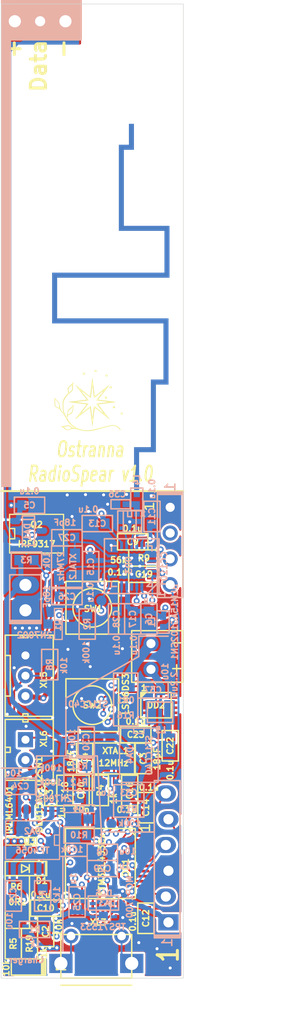
<source format=kicad_pcb>
(kicad_pcb (version 20200119) (host pcbnew "(5.99.0-1126-gba8c3a558)")
  (layers (0 "F.Cu" signal) (1 "In1.Cu" signal hide) (2 "In2.Cu" signal hide) (31 "B.Cu" signal) (36 "B.SilkS" user hide) (37 "F.SilkS" user) (38 "B.Mask" user hide) (39 "F.Mask" user hide) (44 "Edge.Cuts" user))
  (net 0 "")
  (net 1 "Net-(ANT1-Pad1)")
  (net 2 "GND")
  (net 3 "/RF1")
  (net 4 "/RF2")
  (net 5 "Net-(BLN1-Pad1)")
  (net 6 "/5V_USB")
  (net 7 "/NPX_PWR")
  (net 8 "VCC")
  (net 9 "/MCU_VDDA")
  (net 10 "/5V_MID")
  (net 11 "/ACC_PWR")
  (net 12 "+BATT")
  (net 13 "PwrUnst")
  (net 14 "+3v3")
  (net 15 "/IS_CHARGING")
  (net 16 "/DIN0")
  (net 17 "/NPX1_CTRL")
  (net 18 "Net-(DA2-Pad2)")
  (net 19 "/LED_CTRL1")
  (net 20 "/LED_CTRL2")
  (net 21 "/LED_CTRL3")
  (net 22 "/ACC_INT1")
  (net 23 "Net-(DD1-Pad4)")
  (net 24 "Net-(DD1-Pad6)")
  (net 25 "/BTN1")
  (net 26 "/NPX_PWR_EN")
  (net 27 "/CC_GDO0")
  (net 28 "/ADC_BAT")
  (net 29 "/ADC_BAT_EN")
  (net 30 "/ACC_CS")
  (net 31 "/ACC_SCK")
  (net 32 "/ACC_MISO")
  (net 33 "/ACC_MOSI")
  (net 34 "/USB_DM")
  (net 35 "/USB_DP")
  (net 36 "/SWDIO")
  (net 37 "/SWCLK")
  (net 38 "/CC_CS")
  (net 39 "/CC_SCK")
  (net 40 "/CC_MISO")
  (net 41 "/CC_MOSI")
  (net 42 "/UART_TX")
  (net 43 "/UART_RX")
  (net 44 "Net-(Q1-Pad3)")
  (net 45 "Net-(Q4-Pad3)")
  (net 46 "Net-(C37-Pad1)")
  (net 47 "Net-(C3-Pad1)")
  (net 48 "Net-(C4-Pad1)")
  (net 49 "Net-(C26-Pad1)")
  (net 50 "Net-(C27-Pad1)")
  (net 51 "Net-(C28-Pad2)")
  (net 52 "Net-(D2-PadA)")
  (net 53 "Net-(DA4-Pad5)")
  (net 54 "Net-(DA4-Pad1)")
  (net 55 "/BTN2")
  (net 56 "Net-(DD1-Pad13)")
  (net 57 "Net-(DD1-Pad15)")
  (net 58 "Net-(DD3-Pad17)")
  (net 59 "Net-(XL3-PadH1)")
  (net 60 "Net-(XL3-PadH4)")
  (module "Antennas:ANT_868_Spear_inverted" (layer "B.Cu") (at 145.3787 105.0064)
    (fp_text reference "ANT1")
    (fp_text value "ANT_PCB_MONO")
    (pad "1" smd custom (at 4.4 -0.25) (size 0.5 0.5) (layers "B.Cu") (net 1 "Net-(ANT1-Pad1)") (options (clearance outline) (anchor rect)) (primitives (gr_poly (pts (xy -8.345526 -20.882617) (xy 3.25333 -20.882617) (xy 3.25333 -20.382617) (xy -8.345526 -20.382617)) (width 0.001)) (gr_poly (pts (xy 3.154718 -9.849719) (xy 2.654718 -9.849719) (xy 2.654718 -16.376771) (xy 3.154718 -16.376771)) (width 0.001)) (gr_poly (pts (xy -8.345526 -15.876771) (xy -7.845526 -15.876771) (xy -7.845526 -20.882617) (xy -8.345526 -20.882617)) (width 0.001)) (gr_poly (pts (xy 3.154718 -16.376771) (xy -8.345526 -16.376771) (xy -8.345526 -15.876771) (xy 3.154718 -15.876771)) (width 0.001)) (gr_poly (pts (xy 1.411431 -3.184353) (xy 1.911431 -3.184353) (xy 1.911431 -10.349719) (xy 1.411431 -10.349719)) (width 0.001)) (gr_poly (pts (xy 3.25333 -20.382617) (xy 2.75333 -20.382617) (xy 2.75333 -25.499056) (xy 3.25333 -25.499056)) (width 0.001)) (gr_poly (pts (xy -0.258519 -32.988976) (xy -0.758519 -32.988976) (xy -0.758519 -35.550994) (xy -0.258519 -35.550994)) (width 0.001)) (gr_poly (pts (xy 3.25333 -25.499056) (xy -1.753051 -25.499056) (xy -1.753051 -24.999056) (xy 3.25333 -24.999056)) (width 0.001)) (gr_poly (pts (xy 1.411431 -10.349719) (xy 3.154718 -10.349719) (xy 3.154718 -9.849719) (xy 1.411431 -9.849719)) (width 0.001)) (gr_poly (pts (xy 0.25 -3.684353) (xy 1.411431 -3.684353) (xy 1.411431 -3.184353) (xy 0.25 -3.184353)) (width 0.001)) (gr_poly (pts (xy -0.25 0.05) (xy 0.25 0.05) (xy 0.25 -3.684353) (xy -0.25 -3.684353)) (width 0.001)) (gr_poly (pts (xy -1.753051 -33.488976) (xy -0.258519 -33.488976) (xy -0.258519 -32.988976) (xy -1.753051 -32.988976)) (width 0.001)) (gr_poly (pts (xy -1.753051 -24.999056) (xy -1.253051 -24.999056) (xy -1.253051 -33.488976) (xy -1.753051 -33.488976)) (width 0.001))))
  )
  (module "Connectors:WB-03(MW-3M)" (layer "F.Cu") (at 138.8 123.6 -90)
    (fp_text reference "XL5" (at 0.4 -1.8 90) (layer "F.SilkS") (effects (font (size 0.6 0.6))))
    (fp_text value "CONN_3" hide)
    (pad "3" thru_hole circle (at 2 0 270) (size 1.5 1.5) (drill 0.8) (layers *.Cu *.Mask) (net 14 "+3v3"))
    (pad "2" thru_hole circle (at 0 0 270) (size 1.5 1.5) (drill 0.8) (layers *.Cu *.Mask) (net 25 "/BTN1"))
    (pad "1" thru_hole rect (at -2 0 270) (size 1.5 1.5) (drill 0.8) (layers *.Cu *.Mask) (net 2 "GND"))
  )
  (module "PCB:TESTPOINT_1MM" (layer "F.Cu") (at 138.9 136.8)
    (fp_text reference "TP3" hide)
    (fp_text value "TESTPOINT" hide)
    (pad "1" smd circle (at 0 0) (size 1 1) (layers "F.Cu" "F.Mask") (net 57 "Net-(DD1-Pad15)"))
  )
  (module "Resistors:RES_0603" (layer "B.Cu") (at 141.2 122.5 90)
    (fp_text reference "R8" (at 0 0 90) (layer "B.SilkS") (effects (font (size 0.6 0.6)) (justify mirror)))
    (fp_text value "10k" (at -0.1 1.4 -90) (layer "B.SilkS") (effects (font (size 0.6 0.6)) (justify mirror)))
    (pad "1" smd rect (at -0.75 0 90) (size 0.9 1) (layers "B.Cu" "B.Paste" "B.Mask") (net 25 "/BTN1"))
    (pad "2" smd rect (at 0.75 0 90) (size 0.9 1) (layers "B.Cu" "B.Paste" "B.Mask") (net 2 "GND"))
  )
  (module "Resistors:RES_0603" (layer "B.Cu") (at 139.7 148.6 180)
    (fp_text reference "R1" (at 0 0) (layer "B.SilkS") (effects (font (size 0.6 0.6)) (justify mirror)))
    (fp_text value "1k" (at -0.1 -1.4) (layer "B.SilkS") (effects (font (size 0.6 0.6)) (justify mirror)))
    (pad "1" smd rect (at -0.75 0 180) (size 0.9 1) (layers "B.Cu" "B.Paste" "B.Mask") (net 56 "Net-(DD1-Pad13)"))
    (pad "2" smd rect (at 0.75 0 180) (size 0.9 1) (layers "B.Cu" "B.Paste" "B.Mask") (net 6 "/5V_USB"))
  )
  (module "SOT:SOT323" (layer "B.Cu") (at 146.5 146.7 180)
    (fp_text reference "DA5" (at -0.05 1.65) (layer "B.SilkS") (effects (font (size 0.6 0.6)) (justify mirror)))
    (fp_text value "TPS71533" (at 0.05 -1.65) (layer "B.SilkS") (effects (font (size 0.6 0.6)) (justify mirror)))
    (pad "5" smd rect (at 1.04902 0.65024 180) (size 0.59944 0.29972) (layers "B.Cu" "B.Paste" "B.Mask") (net 14 "+3v3"))
    (pad "4" smd rect (at 1.04902 -0.65024 180) (size 0.59944 0.29972) (layers "B.Cu" "B.Paste" "B.Mask") (net 13 "PwrUnst"))
    (pad "3" smd rect (at -1.04902 -0.65024 180) (size 0.59944 0.29972) (layers "B.Cu" "B.Paste" "B.Mask"))
    (pad "2" smd rect (at -1.04902 0 180) (size 0.59944 0.29972) (layers "B.Cu" "B.Paste" "B.Mask") (net 2 "GND"))
    (pad "1" smd rect (at -1.04902 0.65024 180) (size 0.59944 0.29972) (layers "B.Cu" "B.Paste" "B.Mask"))
  )
  (module "Connectors:PLS-4" (layer "F.Cu") (at 153.1 107 -90)
    (fp_text reference "XL8" hide)
    (fp_text value "CONN_4" hide)
    (fp_text user "1" (at -2 0 90) (layer "B.SilkS") (effects (justify mirror)))
    (fp_text user "1" (at -0.1 2.1 90) (layer "F.SilkS"))
    (pad "4" thru_hole circle (at 7.62 0 270) (size 1.5 1.5) (drill 0.9) (layers *.Cu *.Mask) (net 19 "/LED_CTRL1"))
    (pad "3" thru_hole circle (at 5.08 0 270) (size 1.5 1.5) (drill 0.9) (layers *.Cu *.Mask) (net 20 "/LED_CTRL2"))
    (pad "2" thru_hole circle (at 2.54 0 270) (size 1.5 1.5) (drill 0.9) (layers *.Cu *.Mask) (net 21 "/LED_CTRL3"))
    (pad "1" thru_hole rect (at 0 0 270) (size 1.5 1.5) (drill 0.9) (layers *.Cu *.Mask) (net 2 "GND"))
  )
  (module "SO_DIL_TSSOP:SO8_150MIL" (layer "F.Cu") (at 139.9 109.6)
    (fp_text reference "Q2" (at 0 -0.889) (layer "F.SilkS") (effects (font (size 0.6 0.6))))
    (fp_text value "IRF9317" (at 0 1.016) (layer "F.SilkS") (effects (font (size 0.6 0.6))))
    (pad "4" smd oval (at 1.905 2.794) (size 0.508 1.50114) (layers "F.Cu" "F.Paste" "F.Mask") (net 44 "Net-(Q1-Pad3)"))
    (pad "3" smd oval (at 0.635 2.794) (size 0.508 1.50114) (layers "F.Cu" "F.Paste" "F.Mask") (net 12 "+BATT"))
    (pad "2" smd oval (at -0.635 2.794) (size 0.508 1.50114) (layers "F.Cu" "F.Paste" "F.Mask") (net 12 "+BATT"))
    (pad "5" smd oval (at 1.905 -2.794) (size 0.508 1.50114) (layers "F.Cu" "F.Paste" "F.Mask") (net 7 "/NPX_PWR"))
    (pad "6" smd oval (at 0.635 -2.794) (size 0.508 1.50114) (layers "F.Cu" "F.Paste" "F.Mask") (net 7 "/NPX_PWR"))
    (pad "7" smd oval (at -0.635 -2.794) (size 0.508 1.50114) (layers "F.Cu" "F.Paste" "F.Mask") (net 7 "/NPX_PWR"))
    (pad "1" smd rect (at -1.905 2.794) (size 0.508 1.50114) (layers "F.Cu" "F.Paste" "F.Mask") (net 12 "+BATT"))
    (pad "8" smd oval (at -1.905 -2.794) (size 0.508 1.50114) (layers "F.Cu" "F.Paste" "F.Mask") (net 7 "/NPX_PWR"))
  )
  (module "Connectors:PLS-6_LOCK" (layer "F.Cu") (at 152.8 147.9 90)
    (fp_text reference "XL1" hide)
    (fp_text value "CONN_6" hide)
    (fp_text user "1" (at -2 0 90) (layer "B.SilkS") (effects (justify mirror)))
    (fp_text user "1" (at -3.2 0.1 90) (layer "F.SilkS") (effects (font (size 2 1.5) (thickness 0.3))))
    (pad "1" thru_hole rect (at 0 0.127 90) (size 1.6 2) (drill 1) (layers *.Cu *.Mask) (net 14 "+3v3"))
    (pad "2" thru_hole oval (at 2.54 -0.127 90) (size 1.6 2) (drill 1) (layers *.Cu *.Mask) (net 37 "/SWCLK"))
    (pad "3" thru_hole oval (at 5.08 0.127 90) (size 1.6 2) (drill 1) (layers *.Cu *.Mask) (net 2 "GND"))
    (pad "4" thru_hole oval (at 7.62 -0.127 90) (size 1.6 2) (drill 1) (layers *.Cu *.Mask) (net 36 "/SWDIO"))
    (pad "5" thru_hole oval (at 10.16 0.127 90) (size 1.6 2) (drill 1) (layers *.Cu *.Mask) (net 42 "/UART_TX"))
    (pad "6" thru_hole oval (at 12.7 -0.127 90) (size 1.6 2) (drill 1) (layers *.Cu *.Mask) (net 43 "/UART_RX"))
  )
  (module "Quartz:03225C4" (layer "B.Cu") (at 142.9 112.85 90)
    (fp_text reference "XTAL2" (at 0 0.6 270) (layer "B.SilkS") (effects (font (size 0.59944 0.59944) (thickness 0.14986)) (justify mirror)))
    (fp_text value "27MHz" (at 0.05 -0.6 270) (layer "B.SilkS") (effects (font (size 0.59944 0.59944) (thickness 0.14986)) (justify mirror)))
    (pad "1" smd rect (at -1.1 -0.8 90) (size 1.4 1) (layers "B.Cu" "B.Paste" "B.Mask") (net 49 "Net-(C26-Pad1)"))
    (pad "H" smd rect (at 1.1 -0.8 90) (size 1.4 1) (layers "B.Cu" "B.Paste" "B.Mask") (net 2 "GND"))
    (pad "2" smd rect (at 1.1 0.8 90) (size 1.4 1) (layers "B.Cu" "B.Paste" "B.Mask") (net 50 "Net-(C27-Pad1)"))
    (pad "H" smd rect (at -1.1 0.8 90) (size 1.4 1) (layers "B.Cu" "B.Paste" "B.Mask") (net 2 "GND"))
  )
  (module "Quartz:03225C4" (layer "F.Cu") (at 147.55 131.75 180)
    (fp_text reference "XTAL1" (at -0.15 0.75) (layer "F.SilkS") (effects (font (size 0.59944 0.59944) (thickness 0.14986))))
    (fp_text value "12MHz" (at 0.05 -0.45) (layer "F.SilkS") (effects (font (size 0.59944 0.59944) (thickness 0.14986))))
    (pad "1" smd rect (at -1.1 0.8 180) (size 1.4 1) (layers "F.Cu" "F.Paste" "F.Mask") (net 47 "Net-(C3-Pad1)"))
    (pad "H" smd rect (at 1.1 0.8 180) (size 1.4 1) (layers "F.Cu" "F.Paste" "F.Mask") (net 2 "GND"))
    (pad "2" smd rect (at 1.1 -0.8 180) (size 1.4 1) (layers "F.Cu" "F.Paste" "F.Mask") (net 48 "Net-(C4-Pad1)"))
    (pad "H" smd rect (at -1.1 -0.8 180) (size 1.4 1) (layers "F.Cu" "F.Paste" "F.Mask") (net 2 "GND"))
  )
  (module "PCB:Oval3x1.5wHole0d9_x2" (layer "F.Cu") (at 151.2 121.7 180)
    (fp_text reference "XL7" hide)
    (fp_text value "CONN_2" hide)
    (fp_text user "-" (at -2.54 1.27 180 unlocked) (layer "F.SilkS"))
    (fp_text user "+" (at -2.54 -1.27 180 unlocked) (layer "F.SilkS"))
    (pad "2" thru_hole circle (at 0 1.27 180) (size 1.5 1.5) (drill 0.9) (layers *.Cu *.Mask) (net 53 "Net-(DA4-Pad5)"))
    (pad "1" thru_hole circle (at 0 -1.27 180) (size 1.5 1.5) (drill 0.9) (layers *.Cu *.Mask) (net 46 "Net-(C37-Pad1)"))
    (pad "1" smd rect (at 0 -1.27 180) (size 3 1.5) (layers "F.Cu" "F.Paste" "F.Mask") (net 46 "Net-(C37-Pad1)"))
    (pad "2" smd oval (at 0 1.27 180) (size 3 1.5) (layers "F.Cu" "F.Paste" "F.Mask") (net 53 "Net-(DA4-Pad5)"))
  )
  (module "Connectors:WB-02(MW-2M)" (layer "F.Cu") (at 138.8 130.9 -90)
    (fp_text reference "XL6" (at -1.1 -1.8 90) (layer "F.SilkS") (effects (font (size 0.6 0.6))))
    (fp_text value "CONN_2" hide)
    (pad "2" thru_hole circle (at 1 0 270) (size 1.5 1.5) (drill 0.8) (layers *.Cu *.Mask) (net 14 "+3v3"))
    (pad "1" thru_hole rect (at -1 0 270) (size 1.5 1.5) (drill 0.8) (layers *.Cu *.Mask) (net 55 "/BTN2"))
  )
  (module "Connectors:SLD_3_2D5" (layer "F.Cu") (at 140.25 59.1 180)
    (fp_text reference "XL4" hide)
    (fp_text value "CONN_3" hide)
    (pad "1" thru_hole rect (at -2.5 0 180) (size 1.7 2.7) (drill 1.2) (layers *.Cu *.Mask) (net 2 "GND"))
    (pad "2" thru_hole oval (at 0 0 180) (size 1.7 2.7) (drill 1) (layers *.Cu *.Mask) (net 16 "/DIN0"))
    (pad "3" thru_hole oval (at 2.5 0 180) (size 1.7 2.7) (drill 1.2) (layers *.Cu *.Mask) (net 7 "/NPX_PWR"))
  )
  (module "Connectors:USBmicro_MOLEX_1050170001" (layer "F.Cu") (at 145.8 153.4)
    (fp_text reference "XL3" (at 0.2 -5.5) (layer "F.SilkS") (effects (font (size 0.6 0.6))))
    (fp_text value "USB_MICRO" hide)
    (pad "H1" thru_hole circle (at -2.5 -4.15) (size 1.45 1.45) (drill 0.85) (layers *.Cu *.Mask) (net 59 "Net-(XL3-PadH1)"))
    (pad "H4" thru_hole circle (at 2.5 -4.15) (size 1.45 1.45) (drill 0.85) (layers *.Cu *.Mask) (net 60 "Net-(XL3-PadH4)"))
    (pad "1" smd rect (at -1.3 -4.15) (size 0.4 1.35) (layers "F.Cu" "F.Paste" "F.Mask") (net 6 "/5V_USB"))
    (pad "2" smd rect (at -0.65 -4.15) (size 0.4 1.35) (layers "F.Cu" "F.Paste" "F.Mask") (net 34 "/USB_DM"))
    (pad "3" smd rect (at 0 -4.15) (size 0.4 1.35) (layers "F.Cu" "F.Paste" "F.Mask") (net 35 "/USB_DP"))
    (pad "4" smd rect (at 0.65 -4.15) (size 0.4 1.35) (layers "F.Cu" "F.Paste" "F.Mask") (net 2 "GND"))
    (pad "5" smd rect (at 1.3 -4.15) (size 0.4 1.35) (layers "F.Cu" "F.Paste" "F.Mask") (net 2 "GND"))
    (pad "H2" smd rect (at -1 -1.45) (size 1.5 1.9) (layers "F.Cu" "F.Paste" "F.Mask"))
    (pad "H3" smd rect (at 1 -1.45) (size 1.5 1.9) (layers "F.Cu" "F.Paste" "F.Mask"))
    (pad "H1" thru_hole rect (at -3.5 -1.45) (size 2.3 1.9) (drill 1.3) (layers *.Cu *.Mask) (net 59 "Net-(XL3-PadH1)"))
    (pad "H4" thru_hole rect (at 3.5 -1.45) (size 2.3 1.9) (drill 1.3) (layers *.Cu *.Mask) (net 60 "Net-(XL3-PadH4)"))
  )
  (module "Connectors:SLD_2_2D5" (layer "F.Cu") (at 138.8 115.9 90)
    (fp_text reference "XL2" hide)
    (fp_text value "CONN_2" hide)
    (pad "1" thru_hole rect (at -1.25 0 90) (size 1.7 2.7) (drill 1.2) (layers *.Cu *.Mask) (net 2 "GND"))
    (pad "2" thru_hole oval (at 1.25 0 90) (size 1.7 2.7) (drill 1.2) (layers *.Cu *.Mask) (net 12 "+BATT"))
  )
  (module "PCB:TESTPOINT_1MM" (layer "B.Cu") (at 146.3 116.2 180)
    (fp_text reference "TP2" hide)
    (fp_text value "TESTPOINT" hide)
    (pad "1" smd circle (at 0 0 180) (size 1 1) (layers "B.Cu" "B.Mask") (net 27 "/CC_GDO0"))
  )
  (module "PCB:TESTPOINT_1MM" (layer "B.Cu") (at 147.3 138.2 180)
    (fp_text reference "TP1" hide)
    (fp_text value "TESTPOINT" hide)
    (pad "1" smd circle (at 0 0 180) (size 1 1) (layers "B.Cu" "B.Mask") (net 23 "Net-(DD1-Pad4)"))
  )
  (module "BtnsSwitches:BTN_4x4_SMD" (layer "F.Cu") (at 145.4 126.5 90)
    (fp_text reference "SW2" (at 0 0) (layer "F.SilkS") (effects (font (size 0.59944 0.59944) (thickness 0.14986))))
    (fp_text value "BUTTON" hide)
    (pad "1" smd rect (at -3 -1.85 90) (size 1 1.1) (layers "F.Cu" "F.Paste" "F.Mask") (net 55 "/BTN2"))
    (pad "2" smd rect (at -3 1.85 90) (size 1 1.1) (layers "F.Cu" "F.Paste" "F.Mask") (net 14 "+3v3"))
    (pad "2" smd rect (at 3 1.85 90) (size 1 1.1) (layers "F.Cu" "F.Paste" "F.Mask") (net 14 "+3v3"))
    (pad "1" smd rect (at 3 -1.85 90) (size 1 1.1) (layers "F.Cu" "F.Paste" "F.Mask") (net 55 "/BTN2"))
  )
  (module "BtnsSwitches:BTN_4x4_SMD" (layer "F.Cu") (at 145.4 116.9)
    (fp_text reference "SW1" (at 0.1 0.1 -180) (layer "F.SilkS") (effects (font (size 0.59944 0.59944) (thickness 0.14986))))
    (fp_text value "BUTTON" hide)
    (pad "1" smd rect (at -3 -1.85) (size 1 1.1) (layers "F.Cu" "F.Paste" "F.Mask") (net 25 "/BTN1"))
    (pad "2" smd rect (at -3 1.85) (size 1 1.1) (layers "F.Cu" "F.Paste" "F.Mask") (net 14 "+3v3"))
    (pad "2" smd rect (at 3 1.85) (size 1 1.1) (layers "F.Cu" "F.Paste" "F.Mask") (net 14 "+3v3"))
    (pad "1" smd rect (at 3 -1.85) (size 1 1.1) (layers "F.Cu" "F.Paste" "F.Mask") (net 25 "/BTN1"))
  )
  (module "Resistors:RES_0603" (layer "F.Cu") (at 139.2 150 90)
    (fp_text reference "R19" (at 0 0 90) (layer "F.SilkS") (effects (font (size 0.6 0.6))))
    (fp_text value "1k" (at -0.9 1.4 90) (layer "F.SilkS") (effects (font (size 0.6 0.6))))
    (pad "1" smd rect (at -0.75 0 90) (size 0.9 1) (layers "F.Cu" "F.Paste" "F.Mask") (net 52 "Net-(D2-PadA)"))
    (pad "2" smd rect (at 0.75 0 90) (size 0.9 1) (layers "F.Cu" "F.Paste" "F.Mask") (net 6 "/5V_USB"))
  )
  (module "Resistors:RES_1206" (layer "B.Cu") (at 148.706 125.935 -90)
    (fp_text reference "R16" (at 1.565 0.006) (layer "B.SilkS") (effects (font (size 0.6 0.6)) (justify mirror)))
    (fp_text value "0R1" (at 0.065 0.006) (layer "B.SilkS") (effects (font (size 0.6 0.6)) (justify mirror)))
    (pad "2" smd rect (at 1.524 0 270) (size 1.524 1.778) (layers "B.Cu" "B.Paste" "B.Mask") (net 2 "GND"))
    (pad "1" smd rect (at -1.524 0 270) (size 1.524 1.778) (layers "B.Cu" "B.Paste" "B.Mask") (net 53 "Net-(DA4-Pad5)"))
  )
  (module "Resistors:RES_0603" (layer "B.Cu") (at 149.006 136.735 180)
    (fp_text reference "R13" (at 0 0) (layer "B.SilkS") (effects (font (size 0.6 0.6)) (justify mirror)))
    (fp_text value "100k" (at -0.1 -1.4) (layer "B.SilkS") (effects (font (size 0.6 0.6)) (justify mirror)))
    (pad "1" smd rect (at -0.75 0 180) (size 0.9 1) (layers "B.Cu" "B.Paste" "B.Mask") (net 19 "/LED_CTRL1"))
    (pad "2" smd rect (at 0.75 0 180) (size 0.9 1) (layers "B.Cu" "B.Paste" "B.Mask") (net 2 "GND"))
  )
  (module "Resistors:RES_0603" (layer "B.Cu") (at 144.1 134.1 180)
    (fp_text reference "R12" (at 0 0) (layer "B.SilkS") (effects (font (size 0.6 0.6)) (justify mirror)))
    (fp_text value "100k" (at 2.8 0) (layer "B.SilkS") (effects (font (size 0.6 0.6)) (justify mirror)))
    (pad "1" smd rect (at -0.75 0 180) (size 0.9 1) (layers "B.Cu" "B.Paste" "B.Mask") (net 28 "/ADC_BAT"))
    (pad "2" smd rect (at 0.75 0 180) (size 0.9 1) (layers "B.Cu" "B.Paste" "B.Mask") (net 45 "Net-(Q4-Pad3)"))
  )
  (module "Resistors:RES_0603" (layer "B.Cu") (at 144.1 132.5)
    (fp_text reference "R11" (at 0 0) (layer "B.SilkS") (effects (font (size 0.6 0.6)) (justify mirror)))
    (fp_text value "100k" (at -2.8 0.2) (layer "B.SilkS") (effects (font (size 0.6 0.6)) (justify mirror)))
    (pad "1" smd rect (at -0.75 0) (size 0.9 1) (layers "B.Cu" "B.Paste" "B.Mask") (net 12 "+BATT"))
    (pad "2" smd rect (at 0.75 0) (size 0.9 1) (layers "B.Cu" "B.Paste" "B.Mask") (net 28 "/ADC_BAT"))
  )
  (module "Resistors:RES_0603" (layer "B.Cu") (at 144.1 139.3 180)
    (fp_text reference "R10" (at 0 0) (layer "B.SilkS") (effects (font (size 0.6 0.6)) (justify mirror)))
    (fp_text value "100k" (at 0.7 -1.4) (layer "B.SilkS") (effects (font (size 0.6 0.6)) (justify mirror)))
    (pad "1" smd rect (at -0.75 0 180) (size 0.9 1) (layers "B.Cu" "B.Paste" "B.Mask") (net 29 "/ADC_BAT_EN"))
    (pad "2" smd rect (at 0.75 0 180) (size 0.9 1) (layers "B.Cu" "B.Paste" "B.Mask") (net 2 "GND"))
  )
  (module "Resistors:RES_0603" (layer "F.Cu") (at 150.5 112 180)
    (fp_text reference "R9" (at 0 0) (layer "F.SilkS") (effects (font (size 0.6 0.6))))
    (fp_text value "56k" (at 2.5 -0.2) (layer "F.SilkS") (effects (font (size 0.6 0.6))))
    (pad "1" smd rect (at -0.75 0 180) (size 0.9 1) (layers "F.Cu" "F.Paste" "F.Mask") (net 58 "Net-(DD3-Pad17)"))
    (pad "2" smd rect (at 0.75 0 180) (size 0.9 1) (layers "F.Cu" "F.Paste" "F.Mask") (net 2 "GND"))
  )
  (module "Resistors:RES_0603" (layer "B.Cu") (at 140.5 145.3 -90)
    (fp_text reference "R7" (at 0 0 90) (layer "B.SilkS") (effects (font (size 0.6 0.6)) (justify mirror)))
    (fp_text value "1k2" (at -0.1 -1.4 90) (layer "B.SilkS") (effects (font (size 0.6 0.6)) (justify mirror)))
    (pad "1" smd rect (at -0.75 0 270) (size 0.9 1) (layers "B.Cu" "B.Paste" "B.Mask") (net 18 "Net-(DA2-Pad2)"))
    (pad "2" smd rect (at 0.75 0 270) (size 0.9 1) (layers "B.Cu" "B.Paste" "B.Mask") (net 2 "GND"))
  )
  (module "Resistors:RES_1206" (layer "F.Cu") (at 138 145.9 90)
    (fp_text reference "R6" (at 1.5 -0.1) (layer "F.SilkS") (effects (font (size 0.6 0.6))))
    (fp_text value "0R2" (at 0 0) (layer "F.SilkS") (effects (font (size 0.6 0.6))))
    (pad "2" smd rect (at 1.524 0 90) (size 1.524 1.778) (layers "F.Cu" "F.Paste" "F.Mask") (net 10 "/5V_MID"))
    (pad "1" smd rect (at -1.524 0 90) (size 1.524 1.778) (layers "F.Cu" "F.Paste" "F.Mask") (net 6 "/5V_USB"))
  )
  (module "Resistors:RES_0603" (layer "F.Cu") (at 137.6 150 -90)
    (fp_text reference "R5" (at 0 0 90) (layer "F.SilkS") (effects (font (size 0.6 0.6))))
    (fp_text value "10k" (at 2.4 0.7 90) (layer "F.SilkS") (effects (font (size 0.6 0.6))))
    (pad "1" smd rect (at -0.75 0 270) (size 0.9 1) (layers "F.Cu" "F.Paste" "F.Mask") (net 6 "/5V_USB"))
    (pad "2" smd rect (at 0.75 0 270) (size 0.9 1) (layers "F.Cu" "F.Paste" "F.Mask") (net 2 "GND"))
  )
  (module "Resistors:RES_0603" (layer "F.Cu") (at 146.2 134.9 90)
    (fp_text reference "R4" (at 0 0 90) (layer "F.SilkS") (effects (font (size 0.6 0.6))))
    (fp_text value "1k" (at -0.8 1.3 90) (layer "F.SilkS") (effects (font (size 0.6 0.6))))
    (pad "1" smd rect (at -0.75 0 90) (size 0.9 1) (layers "F.Cu" "F.Paste" "F.Mask") (net 24 "Net-(DD1-Pad6)"))
    (pad "2" smd rect (at 0.75 0 90) (size 0.9 1) (layers "F.Cu" "F.Paste" "F.Mask") (net 48 "Net-(C4-Pad1)"))
  )
  (module "Resistors:RES_0603" (layer "B.Cu") (at 138.9 112.2)
    (fp_text reference "R3" (at 0 0 180) (layer "B.SilkS") (effects (font (size 0.6 0.6)) (justify mirror)))
    (fp_text value "10k" (at 2 0 90) (layer "B.SilkS") (effects (font (size 0.6 0.6)) (justify mirror)))
    (pad "1" smd rect (at -0.75 0) (size 0.9 1) (layers "B.Cu" "B.Paste" "B.Mask") (net 12 "+BATT"))
    (pad "2" smd rect (at 0.75 0) (size 0.9 1) (layers "B.Cu" "B.Paste" "B.Mask") (net 44 "Net-(Q1-Pad3)"))
  )
  (module "Resistors:RES_0603" (layer "B.Cu") (at 144.9 118.5 90)
    (fp_text reference "R2" (at 0 0 90) (layer "B.SilkS") (effects (font (size 0.6 0.6)) (justify mirror)))
    (fp_text value "100k" (at -2.8 -0.1 -90) (layer "B.SilkS") (effects (font (size 0.6 0.6)) (justify mirror)))
    (pad "1" smd rect (at -0.75 0 90) (size 0.9 1) (layers "B.Cu" "B.Paste" "B.Mask") (net 2 "GND"))
    (pad "2" smd rect (at 0.75 0 90) (size 0.9 1) (layers "B.Cu" "B.Paste" "B.Mask") (net 26 "/NPX_PWR_EN"))
  )
  (module "SOT:SOT23-3" (layer "B.Cu") (at 144.1 136.7)
    (fp_text reference "Q4" (at 0 0) (layer "B.SilkS") (effects (font (size 0.6 0.6)) (justify mirror)))
    (fp_text value "2N7002" (at -2.4 -1) (layer "B.SilkS") (effects (font (size 0.59944 0.59944) (thickness 0.14986)) (justify mirror)))
    (pad "3" smd rect (at 0 -1.016) (size 0.9144 0.9144) (layers "B.Cu" "B.Paste" "B.Mask") (net 45 "Net-(Q4-Pad3)"))
    (pad "1" smd rect (at 0.889 1.016) (size 0.9144 0.9144) (layers "B.Cu" "B.Paste" "B.Mask") (net 29 "/ADC_BAT_EN"))
    (pad "2" smd rect (at -0.889 1.016) (size 0.9144 0.9144) (layers "B.Cu" "B.Paste" "B.Mask") (net 2 "GND"))
  )
  (module "SOT:SOT23-3" (layer "F.Cu") (at 138.4 139.9 180)
    (fp_text reference "Q3" (at -0.8 0) (layer "F.SilkS") (effects (font (size 0.6 0.6))))
    (fp_text value "IRLML6401" (at 1.2 3.1 90) (layer "F.SilkS") (effects (font (size 0.59944 0.59944) (thickness 0.14986))))
    (pad "3" smd rect (at 0 1.016 180) (size 0.9144 0.9144) (layers "F.Cu" "F.Paste" "F.Mask") (net 12 "+BATT"))
    (pad "1" smd rect (at 0.889 -1.016 180) (size 0.9144 0.9144) (layers "F.Cu" "F.Paste" "F.Mask") (net 6 "/5V_USB"))
    (pad "2" smd rect (at -0.889 -1.016 180) (size 0.9144 0.9144) (layers "F.Cu" "F.Paste" "F.Mask") (net 13 "PwrUnst"))
  )
  (module "SOT:SOT23-3" (layer "B.Cu") (at 142.05 118.5 90)
    (fp_text reference "Q1" (at -0.1 -0.05 90) (layer "B.SilkS") (effects (font (size 0.6 0.6)) (justify mirror)))
    (fp_text value "2N7002" (at -1.1 -2.35) (layer "B.SilkS") (effects (font (size 0.59944 0.59944) (thickness 0.14986)) (justify mirror)))
    (pad "3" smd rect (at 0 -1.016 90) (size 0.9144 0.9144) (layers "B.Cu" "B.Paste" "B.Mask") (net 44 "Net-(Q1-Pad3)"))
    (pad "1" smd rect (at 0.889 1.016 90) (size 0.9144 0.9144) (layers "B.Cu" "B.Paste" "B.Mask") (net 26 "/NPX_PWR_EN"))
    (pad "2" smd rect (at -0.889 1.016 90) (size 0.9144 0.9144) (layers "B.Cu" "B.Paste" "B.Mask") (net 2 "GND"))
  )
  (module "Pictures:Ostranna_8x8" (layer "F.Cu") (at 145.4 96.7)
    (fp_text reference "Logo1" hide)
    (fp_text value "Logo" hide)
  )
  (module "Inductors:IND_SRN2512" (layer "B.Cu") (at 152.1 127.2)
    (fp_text reference "L5" (at 0.05 1.75) (layer "B.SilkS") (effects (font (size 0.6 0.6)) (justify mirror)))
    (fp_text value "2.2uH" (at 1.4 -2.7 -90) (layer "B.SilkS") (effects (font (size 0.6 0.6)) (justify mirror)))
    (pad "2" smd rect (at 0.925 0) (size 1.05 2.4) (layers "B.Cu" "B.Paste" "B.Mask") (net 54 "Net-(DA4-Pad1)"))
    (pad "1" smd rect (at -0.925 0) (size 1.05 2.4) (layers "B.Cu" "B.Paste" "B.Mask") (net 46 "Net-(C37-Pad1)"))
  )
  (module "Inductors:IND_0402" (layer "B.Cu") (at 149.8 106.2 90)
    (fp_text reference "L4" (at 1.9 0 270) (layer "B.SilkS") (effects (font (size 0.6 0.6)) (justify mirror)))
    (fp_text value "*" hide)
    (pad "2" smd rect (at 0.5 0 90) (size 0.6 0.6) (layers "B.Cu" "B.Paste" "B.Mask") (net 1 "Net-(ANT1-Pad1)"))
    (pad "1" smd rect (at -0.5 0 90) (size 0.6 0.6) (layers "B.Cu" "B.Paste" "B.Mask") (net 5 "Net-(BLN1-Pad1)"))
  )
  (module "Inductors:IND_0402" (layer "F.Cu") (at 141.3 135.3 -90)
    (fp_text reference "L3" (at 0 0.1 -90) (layer "F.SilkS") (effects (font (size 0.6 0.6))))
    (fp_text value "BLM15AG102SN1" (at 0 1.15 -90) (layer "F.SilkS") (effects (font (size 0.6 0.6))))
    (pad "2" smd rect (at 0.5 0 270) (size 0.6 0.6) (layers "F.Cu" "F.Paste" "F.Mask") (net 9 "/MCU_VDDA"))
    (pad "1" smd rect (at -0.5 0 270) (size 0.6 0.6) (layers "F.Cu" "F.Paste" "F.Mask") (net 14 "+3v3"))
  )
  (module "Inductors:IND_0402" (layer "B.Cu") (at 152.4 118.3 -90)
    (fp_text reference "L1" (at 0 1.1 -90) (layer "B.SilkS") (effects (font (size 0.6 0.6)) (justify mirror)))
    (fp_text value "BLM15AG102SN1" (at 0 -1.15 -90) (layer "B.SilkS") (effects (font (size 0.6 0.6)) (justify mirror)))
    (pad "2" smd rect (at 0.5 0 270) (size 0.6 0.6) (layers "B.Cu" "B.Paste" "B.Mask") (net 14 "+3v3"))
    (pad "1" smd rect (at -0.5 0 270) (size 0.6 0.6) (layers "B.Cu" "B.Paste" "B.Mask") (net 8 "VCC"))
  )
  (module "QFN_DFN:QFN20" (layer "B.Cu") (at 149.3 112.8 90)
    (fp_text reference "DD3" (at 0.1 -0.3 270) (layer "B.SilkS") (effects (font (size 0.6 0.6)) (justify mirror)))
    (fp_text value "CC1101" (at -0.3 3.2 270) (layer "B.SilkS") (effects (font (size 0.6 0.6)) (justify mirror)))
    (fp_text user "1" (at -2.8 3 270) (layer "B.SilkS") (effects (font (size 0.6 0.6)) (justify mirror)))
    (pad "PAD" thru_hole rect (at 0.8 -0.8 90) (size 0.8 0.8) (drill 0.3) (layers *.Cu "B.Mask") (net 2 "GND"))
    (pad "PAD" thru_hole rect (at 0 -0.8 90) (size 0.8 0.8) (drill 0.3) (layers *.Cu "B.Mask") (net 2 "GND"))
    (pad "PAD" thru_hole rect (at -0.8 -0.8 90) (size 0.8 0.8) (drill 0.3) (layers *.Cu "B.Mask") (net 2 "GND"))
    (pad "PAD" thru_hole rect (at -0.8 0 90) (size 0.8 0.8) (drill 0.3) (layers *.Cu "B.Mask") (net 2 "GND"))
    (pad "PAD" thru_hole rect (at -0.8 0.8 90) (size 0.8 0.8) (drill 0.3) (layers *.Cu "B.Mask") (net 2 "GND"))
    (pad "PAD" thru_hole rect (at 0.8 0.8 90) (size 0.8 0.8) (drill 0.3) (layers *.Cu "B.Mask") (net 2 "GND"))
    (pad "PAD" thru_hole rect (at 0 0.8 90) (size 0.8 0.8) (drill 0.3) (layers *.Cu "B.Mask") (net 2 "GND"))
    (pad "PAD" thru_hole rect (at 0.8 0 90) (size 0.8 0.8) (drill 0.3) (layers *.Cu "B.Mask") (net 2 "GND"))
    (pad "PAD" thru_hole rect (at 0 0 90) (size 0.8 0.8) (drill 0.3) (layers *.Cu "B.Mask") (net 2 "GND"))
    (pad "20" smd oval (at -1 1.95) (size 1 0.28) (layers "B.Cu" "B.Mask") (net 41 "/CC_MOSI"))
    (pad "19" smd oval (at -0.5 1.95) (size 1 0.28) (layers "B.Cu" "B.Mask") (net 2 "GND"))
    (pad "18" smd oval (at 0 1.95) (size 1 0.28) (layers "B.Cu" "B.Mask") (net 8 "VCC"))
    (pad "17" smd oval (at 0.5 1.95) (size 1 0.28) (layers "B.Cu" "B.Mask") (net 58 "Net-(DD3-Pad17)"))
    (pad "16" smd oval (at 1 1.95) (size 1 0.28) (layers "B.Cu" "B.Mask") (net 2 "GND"))
    (pad "15" smd oval (at 1.95 1 270) (size 1 0.28) (layers "B.Cu" "B.Mask") (net 8 "VCC"))
    (pad "14" smd oval (at 1.95 0.5 270) (size 1 0.28) (layers "B.Cu" "B.Mask") (net 8 "VCC"))
    (pad "13" smd oval (at 1.95 0 270) (size 1 0.28) (layers "B.Cu" "B.Mask") (net 4 "/RF2"))
    (pad "12" smd oval (at 1.95 -0.5 270) (size 1 0.28) (layers "B.Cu" "B.Mask") (net 3 "/RF1"))
    (pad "11" smd oval (at 1.95 -1 270) (size 1 0.28) (layers "B.Cu" "B.Mask") (net 8 "VCC"))
    (pad "10" smd oval (at 1 -1.95) (size 1 0.28) (layers "B.Cu" "B.Mask") (net 50 "Net-(C27-Pad1)"))
    (pad "9" smd oval (at 0.5 -1.95) (size 1 0.28) (layers "B.Cu" "B.Mask") (net 8 "VCC"))
    (pad "8" smd oval (at 0 -1.95) (size 1 0.28) (layers "B.Cu" "B.Mask") (net 49 "Net-(C26-Pad1)"))
    (pad "7" smd oval (at -0.5 -1.95) (size 1 0.28) (layers "B.Cu" "B.Mask") (net 38 "/CC_CS"))
    (pad "6" smd oval (at -1 -1.95) (size 1 0.28) (layers "B.Cu" "B.Mask") (net 27 "/CC_GDO0"))
    (pad "5" smd oval (at -1.95 -1 90) (size 1 0.28) (layers "B.Cu" "B.Mask") (net 51 "Net-(C28-Pad2)"))
    (pad "4" smd oval (at -1.95 -0.5 90) (size 1 0.28) (layers "B.Cu" "B.Mask") (net 8 "VCC"))
    (pad "3" smd oval (at -1.95 0 90) (size 1 0.28) (layers "B.Cu" "B.Mask"))
    (pad "2" smd oval (at -1.95 0.5 90) (size 1 0.28) (layers "B.Cu" "B.Mask") (net 40 "/CC_MISO"))
    (pad "1" smd rect (at -1.95 1 90) (size 1 0.28) (layers "B.Cu" "B.Mask") (net 39 "/CC_SCK"))
  )
  (module "LGA:14_3x2d5_p0d5" (layer "F.Cu") (at 151.7 126.5)
    (fp_text reference "DD2" (at 0 0) (layer "F.SilkS") (effects (font (size 0.6 0.6))))
    (fp_text value "LSM6DS3" (at -3 -1.1 -90) (layer "F.SilkS") (effects (font (size 0.6 0.6))))
    (fp_text user "1" (at -1.2 -1.7) (layer "F.SilkS") (effects (font (size 0.6 0.6))))
    (pad "14" smd rect (at -0.5 -1.25 90) (size 1.2 0.25) (layers "F.Cu" "F.Paste" "F.Mask") (net 33 "/ACC_MOSI"))
    (pad "13" smd rect (at 0 -1.25 90) (size 1.2 0.25) (layers "F.Cu" "F.Paste" "F.Mask") (net 31 "/ACC_SCK"))
    (pad "12" smd rect (at 0.5 -1.25 90) (size 1.2 0.25) (layers "F.Cu" "F.Paste" "F.Mask") (net 30 "/ACC_CS"))
    (pad "11" smd rect (at 1.5 -0.75) (size 1.2 0.25) (layers "F.Cu" "F.Paste" "F.Mask"))
    (pad "10" smd rect (at 1.5 -0.25) (size 1.2 0.25) (layers "F.Cu" "F.Paste" "F.Mask"))
    (pad "9" smd rect (at 1.5 0.25) (size 1.2 0.25) (layers "F.Cu" "F.Paste" "F.Mask"))
    (pad "8" smd rect (at 1.5 0.75) (size 1.2 0.25) (layers "F.Cu" "F.Paste" "F.Mask") (net 11 "/ACC_PWR"))
    (pad "7" smd rect (at 0.5 1.25 90) (size 1.2 0.25) (layers "F.Cu" "F.Paste" "F.Mask") (net 2 "GND"))
    (pad "6" smd rect (at 0 1.25 90) (size 1.2 0.25) (layers "F.Cu" "F.Paste" "F.Mask") (net 2 "GND"))
    (pad "5" smd rect (at -0.5 1.25 90) (size 1.2 0.25) (layers "F.Cu" "F.Paste" "F.Mask") (net 11 "/ACC_PWR"))
    (pad "4" smd rect (at -1.5 0.75) (size 1.2 0.25) (layers "F.Cu" "F.Paste" "F.Mask") (net 22 "/ACC_INT1"))
    (pad "3" smd rect (at -1.5 0.25) (size 1.2 0.25) (layers "F.Cu" "F.Paste" "F.Mask") (net 2 "GND"))
    (pad "2" smd rect (at -1.5 -0.25) (size 1.2 0.25) (layers "F.Cu" "F.Paste" "F.Mask") (net 2 "GND"))
    (pad "1" smd rect (at -1.5 -0.75) (size 1.2 0.25) (layers "F.Cu" "F.Paste" "F.Mask") (net 32 "/ACC_MISO"))
  )
  (module "LQFP_TQFP:LQFP48" (layer "F.Cu") (at 146.2 142.1 -90)
    (fp_text reference "DD1" (at 0.39878 -2.499359 90) (layer "F.SilkS") (effects (font (size 0.59944 0.59944) (thickness 0.14986))))
    (fp_text value "STM32L433Cx" (at 0.141421 -0.141421 90) (layer "F.SilkS") (effects (font (size 0.59944 0.59944) (thickness 0.14986))))
    (fp_text user "1" (at -3.5 -4.4 90) (layer "F.SilkS"))
    (pad "1" smd rect (at -4.25 -2.75 270) (size 1.2 0.27) (layers "F.Cu" "F.Paste" "F.Mask") (net 14 "+3v3"))
    (pad "2" smd oval (at -4.25 -2.25 270) (size 1.2 0.27) (layers "F.Cu" "F.Paste" "F.Mask") (net 22 "/ACC_INT1"))
    (pad "3" smd oval (at -4.25 -1.75 270) (size 1.2 0.27) (layers "F.Cu" "F.Paste" "F.Mask"))
    (pad "4" smd oval (at -4.25 -1.25 270) (size 1.2 0.27) (layers "F.Cu" "F.Paste" "F.Mask") (net 23 "Net-(DD1-Pad4)"))
    (pad "5" smd oval (at -4.25 -0.75 270) (size 1.2 0.27) (layers "F.Cu" "F.Paste" "F.Mask") (net 47 "Net-(C3-Pad1)"))
    (pad "6" smd oval (at -4.25 -0.25 270) (size 1.2 0.27) (layers "F.Cu" "F.Paste" "F.Mask") (net 24 "Net-(DD1-Pad6)"))
    (pad "7" smd oval (at -4.25 0.25 270) (size 1.2 0.27) (layers "F.Cu" "F.Paste" "F.Mask"))
    (pad "8" smd oval (at -4.25 0.75 270) (size 1.2 0.27) (layers "F.Cu" "F.Paste" "F.Mask") (net 2 "GND"))
    (pad "9" smd oval (at -4.25 1.25 270) (size 1.2 0.27) (layers "F.Cu" "F.Paste" "F.Mask") (net 9 "/MCU_VDDA"))
    (pad "10" smd oval (at -4.25 1.75 270) (size 1.2 0.27) (layers "F.Cu" "F.Paste" "F.Mask") (net 25 "/BTN1"))
    (pad "11" smd oval (at -4.25 2.25 270) (size 1.2 0.27) (layers "F.Cu" "F.Paste" "F.Mask") (net 55 "/BTN2"))
    (pad "12" smd oval (at -4.25 2.75 270) (size 1.2 0.27) (layers "F.Cu" "F.Paste" "F.Mask") (net 15 "/IS_CHARGING"))
    (pad "13" smd oval (at -2.75 4.25) (size 1.2 0.27) (layers "F.Cu" "F.Paste" "F.Mask") (net 56 "Net-(DD1-Pad13)"))
    (pad "14" smd oval (at -2.25 4.25) (size 1.2 0.27) (layers "F.Cu" "F.Paste" "F.Mask") (net 26 "/NPX_PWR_EN"))
    (pad "15" smd oval (at -1.75 4.25) (size 1.2 0.27) (layers "F.Cu" "F.Paste" "F.Mask") (net 57 "Net-(DD1-Pad15)"))
    (pad "16" smd oval (at -1.25 4.25) (size 1.2 0.27) (layers "F.Cu" "F.Paste" "F.Mask") (net 57 "Net-(DD1-Pad15)"))
    (pad "17" smd oval (at -0.75 4.25) (size 1.2 0.27) (layers "F.Cu" "F.Paste" "F.Mask") (net 17 "/NPX1_CTRL"))
    (pad "18" smd oval (at -0.25 4.25) (size 1.2 0.27) (layers "F.Cu" "F.Paste" "F.Mask") (net 27 "/CC_GDO0"))
    (pad "19" smd oval (at 0.25 4.25) (size 1.2 0.27) (layers "F.Cu" "F.Paste" "F.Mask") (net 28 "/ADC_BAT"))
    (pad "20" smd oval (at 0.75 4.25) (size 1.2 0.27) (layers "F.Cu" "F.Paste" "F.Mask") (net 29 "/ADC_BAT_EN"))
    (pad "21" smd oval (at 1.25 4.25) (size 1.2 0.27) (layers "F.Cu" "F.Paste" "F.Mask"))
    (pad "22" smd oval (at 1.75 4.25) (size 1.2 0.27) (layers "F.Cu" "F.Paste" "F.Mask") (net 11 "/ACC_PWR"))
    (pad "23" smd oval (at 2.25 4.25) (size 1.2 0.27) (layers "F.Cu" "F.Paste" "F.Mask") (net 2 "GND"))
    (pad "24" smd oval (at 2.75 4.25) (size 1.2 0.27) (layers "F.Cu" "F.Paste" "F.Mask") (net 14 "+3v3"))
    (pad "25" smd oval (at 4.25 2.75 270) (size 1.2 0.27) (layers "F.Cu" "F.Paste" "F.Mask") (net 30 "/ACC_CS"))
    (pad "26" smd oval (at 4.25 2.25 270) (size 1.2 0.27) (layers "F.Cu" "F.Paste" "F.Mask") (net 31 "/ACC_SCK"))
    (pad "27" smd oval (at 4.25 1.75 270) (size 1.2 0.27) (layers "F.Cu" "F.Paste" "F.Mask") (net 32 "/ACC_MISO"))
    (pad "28" smd oval (at 4.25 1.25 270) (size 1.2 0.27) (layers "F.Cu" "F.Paste" "F.Mask") (net 33 "/ACC_MOSI"))
    (pad "29" smd oval (at 4.25 0.75 270) (size 1.2 0.27) (layers "F.Cu" "F.Paste" "F.Mask") (net 19 "/LED_CTRL1"))
    (pad "30" smd oval (at 4.25 0.25 270) (size 1.2 0.27) (layers "F.Cu" "F.Paste" "F.Mask") (net 20 "/LED_CTRL2"))
    (pad "31" smd oval (at 4.25 -0.25 270) (size 1.2 0.27) (layers "F.Cu" "F.Paste" "F.Mask") (net 21 "/LED_CTRL3"))
    (pad "32" smd oval (at 4.25 -0.75 270) (size 1.2 0.27) (layers "F.Cu" "F.Paste" "F.Mask") (net 34 "/USB_DM"))
    (pad "33" smd oval (at 4.25 -1.25 270) (size 1.2 0.27) (layers "F.Cu" "F.Paste" "F.Mask") (net 35 "/USB_DP"))
    (pad "34" smd oval (at 4.25 -1.75 270) (size 1.2 0.27) (layers "F.Cu" "F.Paste" "F.Mask") (net 36 "/SWDIO"))
    (pad "35" smd oval (at 4.25 -2.25 270) (size 1.2 0.27) (layers "F.Cu" "F.Paste" "F.Mask") (net 2 "GND"))
    (pad "36" smd oval (at 4.25 -2.75 270) (size 1.2 0.27) (layers "F.Cu" "F.Paste" "F.Mask") (net 14 "+3v3"))
    (pad "37" smd oval (at 2.75 -4.25) (size 1.2 0.27) (layers "F.Cu" "F.Paste" "F.Mask") (net 37 "/SWCLK"))
    (pad "38" smd oval (at 2.25 -4.25) (size 1.2 0.27) (layers "F.Cu" "F.Paste" "F.Mask") (net 38 "/CC_CS"))
    (pad "39" smd oval (at 1.75 -4.25) (size 1.2 0.27) (layers "F.Cu" "F.Paste" "F.Mask") (net 39 "/CC_SCK"))
    (pad "40" smd oval (at 1.25 -4.25) (size 1.2 0.27) (layers "F.Cu" "F.Paste" "F.Mask") (net 40 "/CC_MISO"))
    (pad "41" smd oval (at 0.75 -4.25) (size 1.2 0.27) (layers "F.Cu" "F.Paste" "F.Mask") (net 41 "/CC_MOSI"))
    (pad "42" smd oval (at 0.25 -4.25) (size 1.2 0.27) (layers "F.Cu" "F.Paste" "F.Mask") (net 42 "/UART_TX"))
    (pad "43" smd oval (at -0.25 -4.25) (size 1.2 0.27) (layers "F.Cu" "F.Paste" "F.Mask") (net 43 "/UART_RX"))
    (pad "44" smd oval (at -0.75 -4.25) (size 1.2 0.27) (layers "F.Cu" "F.Paste" "F.Mask") (net 2 "GND"))
    (pad "45" smd oval (at -1.25 -4.25) (size 1.2 0.27) (layers "F.Cu" "F.Paste" "F.Mask"))
    (pad "46" smd oval (at -1.75 -4.25) (size 1.2 0.27) (layers "F.Cu" "F.Paste" "F.Mask"))
    (pad "47" smd oval (at -2.25 -4.25) (size 1.2 0.27) (layers "F.Cu" "F.Paste" "F.Mask") (net 2 "GND"))
    (pad "48" smd oval (at -2.75 -4.25) (size 1.2 0.27) (layers "F.Cu" "F.Paste" "F.Mask") (net 14 "+3v3"))
  )
  (module "SO_DIL_TSSOP:SO8_150MIL" (layer "B.Cu") (at 150.006 131.435 -90)
    (fp_text reference "DA4" (at 0 0.889 90) (layer "B.SilkS") (effects (font (size 0.6 0.6)) (justify mirror)))
    (fp_text value "ST1CC40" (at 0 -1.016 90) (layer "B.SilkS") (effects (font (size 0.6 0.6)) (justify mirror)))
    (pad "4" smd oval (at 1.905 -2.794 270) (size 0.508 1.50114) (layers "B.Cu" "B.Paste" "B.Mask") (net 19 "/LED_CTRL1"))
    (pad "3" smd oval (at 0.635 -2.794 270) (size 0.508 1.50114) (layers "B.Cu" "B.Paste" "B.Mask") (net 12 "+BATT"))
    (pad "2" smd oval (at -0.635 -2.794 270) (size 0.508 1.50114) (layers "B.Cu" "B.Paste" "B.Mask") (net 2 "GND"))
    (pad "5" smd oval (at 1.905 2.794 270) (size 0.508 1.50114) (layers "B.Cu" "B.Paste" "B.Mask") (net 53 "Net-(DA4-Pad5)"))
    (pad "6" smd oval (at 0.635 2.794 270) (size 0.508 1.50114) (layers "B.Cu" "B.Paste" "B.Mask") (net 2 "GND"))
    (pad "7" smd oval (at -0.635 2.794 270) (size 0.508 1.50114) (layers "B.Cu" "B.Paste" "B.Mask") (net 2 "GND"))
    (pad "1" smd rect (at -1.905 -2.794 270) (size 0.508 1.50114) (layers "B.Cu" "B.Paste" "B.Mask") (net 54 "Net-(DA4-Pad1)"))
    (pad "8" smd oval (at -1.905 2.794 270) (size 0.508 1.50114) (layers "B.Cu" "B.Paste" "B.Mask") (net 12 "+BATT"))
  )
  (module "SOT:SOT23-3A" (layer "B.Cu") (at 146.5 146 180)
    (fp_text reference "DA3" (at -0.4 0) (layer "B.SilkS") (effects (font (size 0.6 0.6)) (justify mirror)))
    (fp_text value "MCP1700" (at -2.6 0.6 -90) (layer "B.SilkS") (effects (font (size 0.59944 0.59944) (thickness 0.14986)) (justify mirror)))
    (pad "2" smd rect (at -0.96 1.3 180) (size 0.9 0.9) (layers "B.Cu" "B.Paste" "B.Mask") (net 14 "+3v3"))
    (pad "1" smd rect (at 0.96 1.3 180) (size 0.9 0.9) (layers "B.Cu" "B.Paste" "B.Mask") (net 2 "GND"))
    (pad "3" smd rect (at 0 -1.3 180) (size 0.9 0.9) (layers "B.Cu" "B.Paste" "B.Mask") (net 13 "PwrUnst"))
  )
  (module "SO_DIL_TSSOP:SO8_150MIL" (layer "B.Cu") (at 139.5 139.8 180)
    (fp_text reference "DA2" (at 0 0.889) (layer "B.SilkS") (effects (font (size 0.6 0.6)) (justify mirror)))
    (fp_text value "TP4056" (at 0 -1.016) (layer "B.SilkS") (effects (font (size 0.6 0.6)) (justify mirror)))
    (pad "4" smd oval (at 1.905 -2.794 180) (size 0.508 1.50114) (layers "B.Cu" "B.Paste" "B.Mask") (net 10 "/5V_MID"))
    (pad "3" smd oval (at 0.635 -2.794 180) (size 0.508 1.50114) (layers "B.Cu" "B.Paste" "B.Mask") (net 2 "GND"))
    (pad "2" smd oval (at -0.635 -2.794 180) (size 0.508 1.50114) (layers "B.Cu" "B.Paste" "B.Mask") (net 18 "Net-(DA2-Pad2)"))
    (pad "5" smd oval (at 1.905 2.794 180) (size 0.508 1.50114) (layers "B.Cu" "B.Paste" "B.Mask") (net 12 "+BATT"))
    (pad "6" smd oval (at 0.635 2.794 180) (size 0.508 1.50114) (layers "B.Cu" "B.Paste" "B.Mask"))
    (pad "7" smd oval (at -0.635 2.794 180) (size 0.508 1.50114) (layers "B.Cu" "B.Paste" "B.Mask") (net 15 "/IS_CHARGING"))
    (pad "1" smd rect (at -1.905 -2.794 180) (size 0.508 1.50114) (layers "B.Cu" "B.Paste" "B.Mask") (net 2 "GND"))
    (pad "8" smd oval (at -1.905 2.794 180) (size 0.508 1.50114) (layers "B.Cu" "B.Paste" "B.Mask") (net 10 "/5V_MID"))
  )
  (module "SOT:SOT23-5" (layer "B.Cu") (at 139.1 109.3 -90)
    (fp_text reference "DA1" (at 0.1 0.1 90) (layer "B.SilkS") (effects (font (size 0.6 0.6)) (justify mirror)))
    (fp_text value "MC74VHC1")
    (pad "5" smd oval (at -0.95 1.3 270) (size 0.635 1.1) (layers "B.Cu" "B.Paste" "B.Mask") (net 7 "/NPX_PWR"))
    (pad "4" smd oval (at 0.95 1.3 270) (size 0.635 1.1) (layers "B.Cu" "B.Paste" "B.Mask") (net 16 "/DIN0"))
    (pad "3" smd oval (at 0.95 -1.3 270) (size 0.635 1.1) (layers "B.Cu" "B.Paste" "B.Mask") (net 2 "GND"))
    (pad "2" smd oval (at 0 -1.3 270) (size 0.635 1.1) (layers "B.Cu" "B.Paste" "B.Mask") (net 17 "/NPX1_CTRL"))
    (pad "1" smd rect (at -0.95 -1.3 270) (size 0.635 1.1) (layers "B.Cu" "B.Paste" "B.Mask") (net 2 "GND"))
  )
  (module "LEDs:LED_0603" (layer "F.Cu") (at 138.9 152.3)
    (fp_text reference "D2" (at 3.4 0) (layer "F.SilkS") (effects (font (size 0.6 0.6))))
    (fp_text value "LED" hide)
    (pad "A" smd rect (at -0.762 0) (size 0.889 1.016) (layers "F.Cu" "F.Paste" "F.Mask") (net 52 "Net-(D2-PadA)"))
    (pad "C" smd rect (at 0.762 0) (size 0.889 1.016) (layers "F.Cu" "F.Paste" "F.Mask") (net 15 "/IS_CHARGING"))
  )
  (module "Diodes:SOD323" (layer "F.Cu") (at 138.8 142.6 180)
    (fp_text reference "D1" (at -1.6 -1.2) (layer "F.SilkS") (effects (font (size 0.59944 0.59944) (thickness 0.14986))))
    (fp_text value "NSR0320")
    (pad "C" smd rect (at -1.30048 0 180) (size 1.00076 1.00076) (layers "F.Cu" "F.Paste" "F.Mask") (net 13 "PwrUnst"))
    (pad "A" smd rect (at 1.30048 0 180) (size 1.00076 1.00076) (layers "F.Cu" "F.Paste" "F.Mask") (net 6 "/5V_USB"))
  )
  (module "Capacitors:CAP_0603_Silks" (layer "B.Cu") (at 151.4 125 180)
    (fp_text reference "C37" (at 0 0 180) (layer "B.SilkS") (effects (font (size 0.6 0.6)) (justify mirror)))
    (fp_text value "10u" (at -1.2 1.8 -90) (layer "B.SilkS") (effects (font (size 0.6 0.6)) (justify mirror)))
    (pad "2" smd rect (at 0.762 0 180) (size 0.889 1.016) (layers "B.Cu" "B.Paste" "B.Mask") (net 2 "GND"))
    (pad "1" smd rect (at -0.762 0 180) (size 0.889 1.016) (layers "B.Cu" "B.Paste" "B.Mask") (net 46 "Net-(C37-Pad1)"))
  )
  (module "Capacitors:CAP_0402" (layer "B.Cu") (at 148.2 106.7 180)
    (fp_text reference "C36" (at 1.3 1) (layer "B.SilkS") (effects (font (size 0.6 0.6)) (justify right mirror)))
    (fp_text value "*" hide)
    (pad "2" smd rect (at 0.5 0 180) (size 0.6 0.6) (layers "B.Cu" "B.Paste" "B.Mask") (net 2 "GND"))
    (pad "1" smd rect (at -0.5 0 180) (size 0.6 0.6) (layers "B.Cu" "B.Paste" "B.Mask") (net 5 "Net-(BLN1-Pad1)"))
  )
  (module "Capacitors:CAP_0603_Silks" (layer "B.Cu") (at 149.006 135.135 180)
    (fp_text reference "C33" (at 0 0) (layer "B.SilkS") (effects (font (size 0.6 0.6)) (justify mirror)))
    (fp_text value "1u" (at 2.206 0.035) (layer "B.SilkS") (effects (font (size 0.6 0.6)) (justify mirror)))
    (pad "2" smd rect (at 0.762 0 180) (size 0.889 1.016) (layers "B.Cu" "B.Paste" "B.Mask") (net 2 "GND"))
    (pad "1" smd rect (at -0.762 0 180) (size 0.889 1.016) (layers "B.Cu" "B.Paste" "B.Mask") (net 12 "+BATT"))
  )
  (module "Capacitors:CAP_0603_Silks" (layer "B.Cu") (at 144.806 130.135 -90)
    (fp_text reference "C30" (at 0 0 90) (layer "B.SilkS") (effects (font (size 0.6 0.6)) (justify mirror)))
    (fp_text value "10u" (at -0.435 1.406 90) (layer "B.SilkS") (effects (font (size 0.6 0.6)) (justify mirror)))
    (pad "2" smd rect (at 0.762 0 270) (size 0.889 1.016) (layers "B.Cu" "B.Paste" "B.Mask") (net 2 "GND"))
    (pad "1" smd rect (at -0.762 0 270) (size 0.889 1.016) (layers "B.Cu" "B.Paste" "B.Mask") (net 12 "+BATT"))
  )
  (module "Capacitors:CAP_0603_Silks" (layer "B.Cu") (at 146.4 142.6 180)
    (fp_text reference "C29" (at 0 0) (layer "B.SilkS") (effects (font (size 0.6 0.6)) (justify mirror)))
    (fp_text value "1u" (at -2.2 0.3) (layer "B.SilkS") (effects (font (size 0.6 0.6)) (justify mirror)))
    (pad "2" smd rect (at 0.762 0 180) (size 0.889 1.016) (layers "B.Cu" "B.Paste" "B.Mask") (net 2 "GND"))
    (pad "1" smd rect (at -0.762 0 180) (size 0.889 1.016) (layers "B.Cu" "B.Paste" "B.Mask") (net 14 "+3v3"))
  )
  (module "Capacitors:CAP_0603_Silks" (layer "B.Cu") (at 147.8 118 90)
    (fp_text reference "C28" (at 0 0 270) (layer "B.SilkS") (effects (font (size 0.6 0.6)) (justify mirror)))
    (fp_text value "0.1u" (at -2.6 0 -90) (layer "B.SilkS") (effects (font (size 0.6 0.6)) (justify mirror)))
    (pad "2" smd rect (at 0.762 0 90) (size 0.889 1.016) (layers "B.Cu" "B.Paste" "B.Mask") (net 51 "Net-(C28-Pad2)"))
    (pad "1" smd rect (at -0.762 0 90) (size 0.889 1.016) (layers "B.Cu" "B.Paste" "B.Mask") (net 2 "GND"))
  )
  (module "Capacitors:CAP_0603_Silks" (layer "B.Cu") (at 142.9 110 180)
    (fp_text reference "C27" (at 0 0) (layer "B.SilkS") (effects (font (size 0.6 0.6)) (justify mirror)))
    (fp_text value "18pF" (at 0.2 1.5) (layer "B.SilkS") (effects (font (size 0.6 0.6)) (justify mirror)))
    (pad "2" smd rect (at 0.762 0 180) (size 0.889 1.016) (layers "B.Cu" "B.Paste" "B.Mask") (net 2 "GND"))
    (pad "1" smd rect (at -0.762 0 180) (size 0.889 1.016) (layers "B.Cu" "B.Paste" "B.Mask") (net 50 "Net-(C27-Pad1)"))
  )
  (module "Capacitors:CAP_0603_Silks" (layer "B.Cu") (at 142.9 115.8)
    (fp_text reference "C26" (at 0 0) (layer "B.SilkS") (effects (font (size 0.6 0.6)) (justify mirror)))
    (fp_text value "18pF" (at -2 0 -90) (layer "B.SilkS") (effects (font (size 0.6 0.6)) (justify mirror)))
    (pad "2" smd rect (at 0.762 0) (size 0.889 1.016) (layers "B.Cu" "B.Paste" "B.Mask") (net 2 "GND"))
    (pad "1" smd rect (at -0.762 0) (size 0.889 1.016) (layers "B.Cu" "B.Paste" "B.Mask") (net 49 "Net-(C26-Pad1)"))
  )
  (module "Capacitors:CAP_0603_Silks" (layer "B.Cu") (at 143.9 145.9 90)
    (fp_text reference "C25" (at 0 0 -90) (layer "B.SilkS") (effects (font (size 0.6 0.6)) (justify mirror)))
    (fp_text value "1u" (at 2.3 -0.4 -90) (layer "B.SilkS") (effects (font (size 0.6 0.6)) (justify mirror)))
    (pad "2" smd rect (at 0.762 0 90) (size 0.889 1.016) (layers "B.Cu" "B.Paste" "B.Mask") (net 2 "GND"))
    (pad "1" smd rect (at -0.762 0 90) (size 0.889 1.016) (layers "B.Cu" "B.Paste" "B.Mask") (net 13 "PwrUnst"))
  )
  (module "Capacitors:CAP_0603_Silks" (layer "B.Cu") (at 138.3 134.5 180)
    (fp_text reference "C24" (at 0 0) (layer "B.SilkS") (effects (font (size 0.6 0.6)) (justify mirror)))
    (fp_text value "10u" (at 0.7 1.3) (layer "B.SilkS") (effects (font (size 0.6 0.6)) (justify mirror)))
    (pad "2" smd rect (at 0.762 0 180) (size 0.889 1.016) (layers "B.Cu" "B.Paste" "B.Mask") (net 12 "+BATT"))
    (pad "1" smd rect (at -0.762 0 180) (size 0.889 1.016) (layers "B.Cu" "B.Paste" "B.Mask") (net 2 "GND"))
  )
  (module "Capacitors:CAP_0603_Silks" (layer "F.Cu") (at 149.7 129.4 180)
    (fp_text reference "C23" (at 0 0) (layer "F.SilkS") (effects (font (size 0.6 0.6))))
    (fp_text value "0.1u" (at 0.011396 1.303049) (layer "F.SilkS") (effects (font (size 0.6 0.6))))
    (pad "2" smd rect (at 0.762 0 180) (size 0.889 1.016) (layers "F.Cu" "F.Paste" "F.Mask") (net 2 "GND"))
    (pad "1" smd rect (at -0.762 0 180) (size 0.889 1.016) (layers "F.Cu" "F.Paste" "F.Mask") (net 11 "/ACC_PWR"))
  )
  (module "Capacitors:CAP_0603_Silks" (layer "F.Cu") (at 153.1 130.5 -90)
    (fp_text reference "C22" (at 0 0 90) (layer "F.SilkS") (effects (font (size 0.6 0.6))))
    (fp_text value "0.1u" (at 2.4 0 90) (layer "F.SilkS") (effects (font (size 0.6 0.6))))
    (pad "2" smd rect (at 0.762 0 270) (size 0.889 1.016) (layers "F.Cu" "F.Paste" "F.Mask") (net 2 "GND"))
    (pad "1" smd rect (at -0.762 0 270) (size 0.889 1.016) (layers "F.Cu" "F.Paste" "F.Mask") (net 11 "/ACC_PWR"))
  )
  (module "Capacitors:CAP_0603_Silks" (layer "B.Cu") (at 137.6 145.3 90)
    (fp_text reference "C21" (at 0 0 90) (layer "B.SilkS") (effects (font (size 0.6 0.6)) (justify mirror)))
    (fp_text value "10u" (at -2.5 -0.4 90) (layer "B.SilkS") (effects (font (size 0.6 0.6)) (justify mirror)))
    (pad "2" smd rect (at 0.762 0 90) (size 0.889 1.016) (layers "B.Cu" "B.Paste" "B.Mask") (net 10 "/5V_MID"))
    (pad "1" smd rect (at -0.762 0 90) (size 0.889 1.016) (layers "B.Cu" "B.Paste" "B.Mask") (net 2 "GND"))
  )
  (module "Capacitors:CAP_0603_Silks" (layer "F.Cu") (at 144.3 134.9 90)
    (fp_text reference "C20" (at 0 0 90) (layer "F.SilkS") (effects (font (size 0.6 0.6))))
    (fp_text value "10n" (at -1.9 0) (layer "F.SilkS") (effects (font (size 0.6 0.6))))
    (pad "2" smd rect (at 0.762 0 90) (size 0.889 1.016) (layers "F.Cu" "F.Paste" "F.Mask") (net 2 "GND"))
    (pad "1" smd rect (at -0.762 0 90) (size 0.889 1.016) (layers "F.Cu" "F.Paste" "F.Mask") (net 9 "/MCU_VDDA"))
  )
  (module "Capacitors:CAP_0603_Silks" (layer "F.Cu") (at 150.5 113.6 180)
    (fp_text reference "C19" (at 0 0 180) (layer "F.SilkS") (effects (font (size 0.6 0.6))))
    (fp_text value "0.1u" (at 2.6 0.2 180) (layer "F.SilkS") (effects (font (size 0.6 0.6))))
    (pad "2" smd rect (at 0.762 0 180) (size 0.889 1.016) (layers "F.Cu" "F.Paste" "F.Mask") (net 2 "GND"))
    (pad "1" smd rect (at -0.762 0 180) (size 0.889 1.016) (layers "F.Cu" "F.Paste" "F.Mask") (net 8 "VCC"))
  )
  (module "Capacitors:CAP_0603_Silks" (layer "F.Cu") (at 142.7 134.9 90)
    (fp_text reference "C18" (at 0 0 90) (layer "F.SilkS") (effects (font (size 0.6 0.6))))
    (fp_text value "1u" (at -2.2 -0.3 90) (layer "F.SilkS") (effects (font (size 0.6 0.6))))
    (pad "2" smd rect (at 0.762 0 90) (size 0.889 1.016) (layers "F.Cu" "F.Paste" "F.Mask") (net 2 "GND"))
    (pad "1" smd rect (at -0.762 0 90) (size 0.889 1.016) (layers "F.Cu" "F.Paste" "F.Mask") (net 9 "/MCU_VDDA"))
  )
  (module "Capacitors:CAP_0603_Silks" (layer "B.Cu") (at 149.4 118 -90)
    (fp_text reference "C17" (at 0 0 -90) (layer "B.SilkS") (effects (font (size 0.6 0.6)) (justify mirror)))
    (fp_text value "0.1u" (at 2.6 -0.1 -90) (layer "B.SilkS") (effects (font (size 0.6 0.6)) (justify mirror)))
    (pad "2" smd rect (at 0.762 0 270) (size 0.889 1.016) (layers "B.Cu" "B.Paste" "B.Mask") (net 2 "GND"))
    (pad "1" smd rect (at -0.762 0 270) (size 0.889 1.016) (layers "B.Cu" "B.Paste" "B.Mask") (net 8 "VCC"))
  )
  (module "Capacitors:CAP_0603_Silks" (layer "F.Cu") (at 149.1 134.9 90)
    (fp_text reference "C16" (at 0 0 90) (layer "F.SilkS") (effects (font (size 0.6 0.6))))
    (fp_text value "0.1u" (at -1.9 -0.3) (layer "F.SilkS") (effects (font (size 0.6 0.6))))
    (pad "2" smd rect (at 0.762 0 90) (size 0.889 1.016) (layers "F.Cu" "F.Paste" "F.Mask") (net 2 "GND"))
    (pad "1" smd rect (at -0.762 0 90) (size 0.889 1.016) (layers "F.Cu" "F.Paste" "F.Mask") (net 14 "+3v3"))
  )
  (module "Capacitors:CAP_0603_Silks" (layer "B.Cu") (at 145.25 112.85 -90)
    (fp_text reference "C15" (at 0 0 -90) (layer "B.SilkS") (effects (font (size 0.6 0.6)) (justify mirror)))
    (fp_text value "0.1u" (at 2.55 0.05 -90) (layer "B.SilkS") (effects (font (size 0.6 0.6)) (justify mirror)))
    (pad "2" smd rect (at 0.762 0 270) (size 0.889 1.016) (layers "B.Cu" "B.Paste" "B.Mask") (net 2 "GND"))
    (pad "1" smd rect (at -0.762 0 270) (size 0.889 1.016) (layers "B.Cu" "B.Paste" "B.Mask") (net 8 "VCC"))
  )
  (module "Capacitors:CAP_0603_Silks" (layer "F.Cu") (at 150.7 136.6 90)
    (fp_text reference "C14" (at 0 0 90) (layer "F.SilkS") (effects (font (size 0.6 0.6))))
    (fp_text value "0.1u" (at 2 0.3) (layer "F.SilkS") (effects (font (size 0.6 0.6))))
    (pad "2" smd rect (at 0.762 0 90) (size 0.889 1.016) (layers "F.Cu" "F.Paste" "F.Mask") (net 2 "GND"))
    (pad "1" smd rect (at -0.762 0 90) (size 0.889 1.016) (layers "F.Cu" "F.Paste" "F.Mask") (net 14 "+3v3"))
  )
  (module "Capacitors:CAP_0603_Silks" (layer "B.Cu") (at 145.9 108.6 180)
    (fp_text reference "C13" (at 0 0) (layer "B.SilkS") (effects (font (size 0.6 0.6)) (justify mirror)))
    (fp_text value "0.1u" (at 0.9 1.4) (layer "B.SilkS") (effects (font (size 0.6 0.6)) (justify mirror)))
    (pad "2" smd rect (at 0.762 0 180) (size 0.889 1.016) (layers "B.Cu" "B.Paste" "B.Mask") (net 2 "GND"))
    (pad "1" smd rect (at -0.762 0 180) (size 0.889 1.016) (layers "B.Cu" "B.Paste" "B.Mask") (net 8 "VCC"))
  )
  (module "Capacitors:CAP_0603_Silks" (layer "F.Cu") (at 150.7 147.5 -90)
    (fp_text reference "C12" (at 0 0 90) (layer "F.SilkS") (effects (font (size 0.6 0.6))))
    (fp_text value "0.1u" (at 0.3 1.3 90) (layer "F.SilkS") (effects (font (size 0.6 0.6))))
    (pad "2" smd rect (at 0.762 0 270) (size 0.889 1.016) (layers "F.Cu" "F.Paste" "F.Mask") (net 2 "GND"))
    (pad "1" smd rect (at -0.762 0 270) (size 0.889 1.016) (layers "F.Cu" "F.Paste" "F.Mask") (net 14 "+3v3"))
  )
  (module "Capacitors:CAP_0603_Silks" (layer "B.Cu") (at 151.3 107.9 90)
    (fp_text reference "C11" (at 0 0 270) (layer "B.SilkS") (effects (font (size 0.6 0.6)) (justify mirror)))
    (fp_text value "0.1u" (at 2.7 0 270) (layer "B.SilkS") (effects (font (size 0.6 0.6)) (justify mirror)))
    (pad "2" smd rect (at 0.762 0 90) (size 0.889 1.016) (layers "B.Cu" "B.Paste" "B.Mask") (net 2 "GND"))
    (pad "1" smd rect (at -0.762 0 90) (size 0.889 1.016) (layers "B.Cu" "B.Paste" "B.Mask") (net 8 "VCC"))
  )
  (module "Capacitors:CAP_0603_Silks" (layer "F.Cu") (at 140.8 146.5 180)
    (fp_text reference "C10" (at 0 0) (layer "F.SilkS") (effects (font (size 0.6 0.6))))
    (fp_text value "0.1u" (at 0.5 1.3) (layer "F.SilkS") (effects (font (size 0.6 0.6))))
    (pad "2" smd rect (at 0.762 0 180) (size 0.889 1.016) (layers "F.Cu" "F.Paste" "F.Mask") (net 2 "GND"))
    (pad "1" smd rect (at -0.762 0 180) (size 0.889 1.016) (layers "F.Cu" "F.Paste" "F.Mask") (net 14 "+3v3"))
  )
  (module "Capacitors:CAP_0603_Silks" (layer "F.Cu") (at 149.4 110.4 180)
    (fp_text reference "C9" (at 0 0) (layer "F.SilkS") (effects (font (size 0.6 0.6))))
    (fp_text value "0.1u" (at 0.011396 1.303049) (layer "F.SilkS") (effects (font (size 0.6 0.6))))
    (pad "2" smd rect (at 0.762 0 180) (size 0.889 1.016) (layers "F.Cu" "F.Paste" "F.Mask") (net 2 "GND"))
    (pad "1" smd rect (at -0.762 0 180) (size 0.889 1.016) (layers "F.Cu" "F.Paste" "F.Mask") (net 8 "VCC"))
  )
  (module "Capacitors:CAP_0603_Silks" (layer "B.Cu") (at 146.4 141)
    (fp_text reference "C8" (at 0 0) (layer "B.SilkS") (effects (font (size 0.6 0.6)) (justify mirror)))
    (fp_text value "10u" (at 2.5 -0.1) (layer "B.SilkS") (effects (font (size 0.6 0.6)) (justify mirror)))
    (pad "2" smd rect (at 0.762 0) (size 0.889 1.016) (layers "B.Cu" "B.Paste" "B.Mask") (net 14 "+3v3"))
    (pad "1" smd rect (at -0.762 0) (size 0.889 1.016) (layers "B.Cu" "B.Paste" "B.Mask") (net 2 "GND"))
  )
  (module "Capacitors:CAP_0603_Silks" (layer "B.Cu") (at 151 118 -90)
    (fp_text reference "C6" (at 0 0 -90) (layer "B.SilkS") (effects (font (size 0.6 0.6)) (justify mirror)))
    (fp_text value "1u" (at -1.9 0 -180) (layer "B.SilkS") (effects (font (size 0.6 0.6)) (justify mirror)))
    (pad "2" smd rect (at 0.762 0 270) (size 0.889 1.016) (layers "B.Cu" "B.Paste" "B.Mask") (net 2 "GND"))
    (pad "1" smd rect (at -0.762 0 270) (size 0.889 1.016) (layers "B.Cu" "B.Paste" "B.Mask") (net 8 "VCC"))
  )
  (module "Capacitors:CAP_0603_Silks" (layer "B.Cu") (at 139.2 106.8 180)
    (fp_text reference "C5" (at 0 0) (layer "B.SilkS") (effects (font (size 0.6 0.6)) (justify mirror)))
    (fp_text value "0.1u" (at 0.011396 1.4) (layer "B.SilkS") (effects (font (size 0.6 0.6)) (justify mirror)))
    (pad "2" smd rect (at 0.762 0 180) (size 0.889 1.016) (layers "B.Cu" "B.Paste" "B.Mask") (net 7 "/NPX_PWR"))
    (pad "1" smd rect (at -0.762 0 180) (size 0.889 1.016) (layers "B.Cu" "B.Paste" "B.Mask") (net 2 "GND"))
  )
  (module "Capacitors:CAP_0603_Silks" (layer "F.Cu") (at 144.65 131.75 90)
    (fp_text reference "C4" (at 0 0 90) (layer "F.SilkS") (effects (font (size 0.6 0.6))))
    (fp_text value "18pF" (at -0.25 -1.35 90) (layer "F.SilkS") (effects (font (size 0.6 0.6))))
    (pad "2" smd rect (at 0.762 0 90) (size 0.889 1.016) (layers "F.Cu" "F.Paste" "F.Mask") (net 2 "GND"))
    (pad "1" smd rect (at -0.762 0 90) (size 0.889 1.016) (layers "F.Cu" "F.Paste" "F.Mask") (net 48 "Net-(C4-Pad1)"))
  )
  (module "Capacitors:CAP_0603_Silks" (layer "F.Cu") (at 150.45 131.75 -90)
    (fp_text reference "C3" (at 0 0 90) (layer "F.SilkS") (effects (font (size 0.6 0.6))))
    (fp_text value "18pF" (at 0.05 -1.35 90) (layer "F.SilkS") (effects (font (size 0.6 0.6))))
    (pad "2" smd rect (at 0.762 0 270) (size 0.889 1.016) (layers "F.Cu" "F.Paste" "F.Mask") (net 2 "GND"))
    (pad "1" smd rect (at -0.762 0 270) (size 0.889 1.016) (layers "F.Cu" "F.Paste" "F.Mask") (net 47 "Net-(C3-Pad1)"))
  )
  (module "Capacitors:CAP_0603_Silks" (layer "F.Cu") (at 140.8 148.8 -90)
    (fp_text reference "C2" (at 0 0 -90) (layer "F.SilkS") (effects (font (size 0.6 0.6))))
    (fp_text value "10n" (at -0.4 -1.3 -90) (layer "F.SilkS") (effects (font (size 0.6 0.6))))
    (pad "2" smd rect (at 0.762 0 270) (size 0.889 1.016) (layers "F.Cu" "F.Paste" "F.Mask") (net 6 "/5V_USB"))
    (pad "1" smd rect (at -0.762 0 270) (size 0.889 1.016) (layers "F.Cu" "F.Paste" "F.Mask") (net 2 "GND"))
  )
  (module "Radio:BALUN_JOHANSON868" (layer "B.Cu") (at 149.1 108.4 90)
    (fp_text reference "BLN1" hide)
    (fp_text value "BALUN868JOHANSON" hide)
    (fp_text user "1" (at 0.8 1.3 180) (layer "B.SilkS") (effects (font (size 0.6 0.6)) (justify mirror)))
    (pad "6" smd rect (at 0.65 -0.7 90) (size 0.35 0.6) (layers "B.Cu" "B.Paste" "B.Mask") (net 2 "GND"))
    (pad "5" smd rect (at 0 -0.7 90) (size 0.35 0.6) (layers "B.Cu" "B.Paste" "B.Mask") (net 2 "GND"))
    (pad "4" smd rect (at -0.65 -0.7 90) (size 0.35 0.6) (layers "B.Cu" "B.Paste" "B.Mask") (net 3 "/RF1"))
    (pad "3" smd rect (at -0.65 0.7 90) (size 0.35 0.6) (layers "B.Cu" "B.Paste" "B.Mask") (net 4 "/RF2"))
    (pad "2" smd rect (at 0 0.7 90) (size 0.35 0.6) (layers "B.Cu" "B.Paste" "B.Mask") (net 2 "GND"))
    (pad "1" smd rect (at 0.65 0.7 90) (size 0.35 0.6) (layers "B.Cu" "B.Paste" "B.Mask") (net 5 "Net-(BLN1-Pad1)"))
  )
  (gr_text "ST1CC40" (at 145 126.4) (layer "B.SilkS") (effects (font (size 0.6 0.6)) (justify mirror)))
  (gr_text "Charger" (at 138.9 151.6) (layer "B.SilkS") (effects (font (size 0.6 0.6)) (justify mirror)))
  (gr_line (start 142.5 141.4) (end 142.5 150.7) (layer "B.SilkS") (width 0.15))
  (gr_line (start 139.9 132.7) (end 136.4 132.7) (layer "B.SilkS") (width 0.15))
  (gr_line (start 142.3 141.4) (end 144.9 141.4) (layer "B.SilkS") (width 0.15))
  (gr_line (start 146.3 139) (end 146.3 140.2) (layer "B.SilkS") (width 0.15))
  (gr_line (start 139.9 131.5) (end 139.9 136.1) (layer "B.SilkS") (width 0.15))
  (gr_line (start 142.8 131.5) (end 139.9 131.5) (layer "B.SilkS") (width 0.15))
  (gr_line (start 146.3 139) (end 151.5 139) (layer "B.SilkS") (width 0.15))
  (gr_line (start 145.9 131.5) (end 146.3 139) (layer "B.SilkS") (width 0.15))
  (gr_line (start 142.8 131.5) (end 145.9 131.5) (layer "B.SilkS") (width 0.15))
  (gr_line (start 142.8 125.8) (end 142.8 131.5) (layer "B.SilkS") (width 0.15))
  (gr_line (start 150 121.7) (end 142.8 125.8) (layer "B.SilkS") (width 0.15))
  (gr_line (start 150 119.7) (end 150 121.7) (layer "B.SilkS") (width 0.15))
  (gr_line (start 152.9 119.7) (end 150 119.7) (layer "B.SilkS") (width 0.15))
  (gr_text "Data" (at 140.1 63.5 90) (layer "F.SilkS") (effects (font (size 1.5 1.5) (thickness 0.3))))
  (gr_text "-" (at 142.5 61.8 90) (layer "F.SilkS") (effects (font (size 1.5 1.5) (thickness 0.3))))
  (gr_text "+" (at 137.7 61.7) (layer "F.SilkS") (effects (font (size 1.5 1.5) (thickness 0.3))))
  (gr_text "Ostranna\nRadioSpear v1.0" (at 145.2 102.5) (layer "F.SilkS") (effects (font (size 1.5 1) (thickness 0.2) italic)))
  (gr_line (start 154.4 57.4) (end 154.4 105.4) (layer "Edge.Cuts") (width 0.05))
  (gr_line (start 136.4 57.4) (end 154.4 57.4) (layer "Edge.Cuts") (width 0.05))
  (gr_line (start 136.4 105.4) (end 136.4 57.4) (layer "Edge.Cuts") (width 0.05))
  (gr_line (start 136.4 153.4) (end 136.4 105.4) (layer "Edge.Cuts") (width 0.05))
  (gr_line (start 154.4 153.4) (end 136.4 153.4) (layer "Edge.Cuts") (width 0.05))
  (gr_line (start 154.4 105.4) (end 154.4 153.4) (layer "Edge.Cuts") (width 0.05))
  (gr_line (start 136.4 105.4) (end 154.4 105.4) (layer "F.SilkS") (width 0.2))
  (segment (start 147.1 148.552) (end 147.2454 148.2347) (width 0.18) (layer "F.Cu") (net 2))
  (segment (start 147.1 148.552) (end 146.9546 148.2347) (width 0.18) (layer "F.Cu") (net 2))
  (segment (start 146.7616 148.2409) (end 147.0576 148.3223) (width 0.18) (layer "F.Cu") (net 2))
  (segment (start 146.7616 148.2409) (end 146.9978 148.0449) (width 0.18) (layer "F.Cu") (net 2))
  (segment (start 141.1552 144.4329) (end 140.809 144.4779) (width 0.18) (layer "F.Cu") (net 2))
  (segment (start 141.1552 144.4329) (end 140.9632 144.7245) (width 0.18) (layer "F.Cu") (net 2))
  (segment (start 144.2132 150.0353) (end 143.9026 150.1946) (width 0.18) (layer "F.Cu") (net 6))
  (segment (start 144.2132 150.0353) (end 144.1312 150.3746) (width 0.18) (layer "F.Cu") (net 6))
  (segment (start 144.7461 136.7784) (end 144.703 136.432) (width 0.18) (layer "F.Cu") (net 9))
  (segment (start 144.7461 136.7784) (end 144.4556 136.5848) (width 0.18) (layer "F.Cu") (net 9))
  (segment (start 148.1 107.575) (end 147.9246 107.2971) (width 0.18) (layer "B.Cu") (net 2))
  (segment (start 148.1 107.575) (end 147.773 107.5417) (width 0.18) (layer "B.Cu") (net 2))
  (segment (start 146.7829 112.3001) (end 146.5121 112.109) (width 0.18) (layer "B.Cu") (net 8))
  (segment (start 146.7829 112.3001) (end 146.4649 112.3932) (width 0.18) (layer "B.Cu") (net 8))
  (segment (start 148.7999 115.3171) (end 148.7348 115.6486) (width 0.18) (layer "B.Cu") (net 8))
  (segment (start 148.7999 115.3171) (end 149.0152 115.5774) (width 0.18) (layer "B.Cu") (net 8))
  (segment (start 145.1513 147.2003) (end 144.966 146.9241) (width 0.18) (layer "B.Cu") (net 13))
  (segment (start 145.1513 147.2003) (end 144.8198 147.1727) (width 0.18) (layer "B.Cu") (net 13))
  (segment (start 145.8165 145.9803) (end 146.1636 146.0172) (width 0.18) (layer "B.Cu") (net 14))
  (segment (start 145.8165 145.9803) (end 146.071 145.7414) (width 0.18) (layer "B.Cu") (net 14))
  (segment (start 149.8 105.7) (end 149.7787 104.7564) (width 0.5) (layer "B.Cu") (net 1))
  (segment (start 142.7 134.138) (end 142.958 134.138) (width 0.5) (layer "F.Cu") (net 2))
  (segment (start 142.958 134.138) (end 143.208 134.138) (width 0.5) (layer "F.Cu") (net 2))
  (segment (start 143.208 134.138) (end 143.792 134.138) (width 0.5) (layer "F.Cu") (net 2))
  (segment (start 143.792 134.138) (end 144.042 134.138) (width 0.5) (layer "F.Cu") (net 2))
  (segment (start 144.042 134.138) (end 144.3 134.138) (width 0.5) (layer "F.Cu") (net 2))
  (segment (start 149.738 113.6) (end 149.5435 113.6) (width 0.5) (layer "F.Cu") (net 2))
  (segment (start 149.5435 113.6) (end 149.2935 113.6) (width 0.5) (layer "F.Cu") (net 2))
  (segment (start 149.2935 113.6) (end 149.3 113.6) (width 0.5) (layer "F.Cu") (net 2))
  (segment (start 149.1 134.138) (end 148.842 133.9852) (width 0.5) (layer "F.Cu") (net 2))
  (segment (start 148.842 133.9852) (end 148.592 133.9852) (width 0.5) (layer "F.Cu") (net 2))
  (segment (start 148.592 133.9852) (end 148.1056 133.9852) (width 0.5) (layer "F.Cu") (net 2))
  (segment (start 146.45 130.95) (end 146 130.969) (width 0.5) (layer "F.Cu") (net 2))
  (segment (start 146 130.969) (end 145.75 130.969) (width 0.5) (layer "F.Cu") (net 2))
  (segment (start 145.75 130.969) (end 145.158 130.969) (width 0.5) (layer "F.Cu") (net 2))
  (segment (start 145.158 130.969) (end 144.908 130.969) (width 0.5) (layer "F.Cu") (net 2))
  (segment (start 144.908 130.969) (end 144.65 130.988) (width 0.5) (layer "F.Cu") (net 2))
  (segment (start 147.1 148.168) (end 147.1 148.575) (width 0.18) (layer "F.Cu") (net 2))
  (segment (start 147.1 148.575) (end 147.1 148.665) (width 0.18) (layer "F.Cu") (net 2))
  (segment (start 147.1 148.665) (end 147.1 149.25) (width 0.18) (layer "F.Cu") (net 2))
  (segment (start 150.45 141.35) (end 149.985 141.35) (width 0.18) (layer "F.Cu") (net 2))
  (segment (start 149.985 141.35) (end 149.7799 141.3549) (width 0.18) (layer "F.Cu") (net 2))
  (segment (start 149.7799 141.3549) (end 149.3674 141.4094) (width 0.18) (layer "F.Cu") (net 2))
  (segment (start 147.1 148.168) (end 148.4188 147.4301) (width 0.5) (layer "F.Cu") (net 2))
  (segment (start 140.8 148.038) (end 140.542 147.8435) (width 0.5) (layer "F.Cu") (net 2))
  (segment (start 140.542 147.8435) (end 140.292 147.8435) (width 0.5) (layer "F.Cu") (net 2))
  (segment (start 140.292 147.8435) (end 140.1884 147.8435) (width 0.5) (layer "F.Cu") (net 2))
  (segment (start 140.1884 147.8435) (end 139.8112 147.4974) (width 0.5) (layer "F.Cu") (net 2))
  (segment (start 150.7 148.262) (end 150.442 148.4565) (width 0.5) (layer "F.Cu") (net 2))
  (segment (start 150.442 148.4565) (end 150.442 148.7065) (width 0.5) (layer "F.Cu") (net 2))
  (segment (start 150.442 148.7065) (end 150.442 148.8101) (width 0.5) (layer "F.Cu") (net 2))
  (segment (start 150.442 148.8101) (end 150 149.9) (width 0.5) (layer "F.Cu") (net 2))
  (segment (start 148.45 146.35) (end 148.45 146.815) (width 0.18) (layer "F.Cu") (net 2))
  (segment (start 148.45 146.815) (end 148.4451 147.0201) (width 0.18) (layer "F.Cu") (net 2))
  (segment (start 148.4451 147.0201) (end 148.4188 147.4301) (width 0.18) (layer "F.Cu") (net 2))
  (segment (start 137.6 150.75) (end 137.35 150.95) (width 0.5) (layer "F.Cu") (net 2))
  (segment (start 137.35 150.95) (end 137.35 151.2) (width 0.5) (layer "F.Cu") (net 2))
  (segment (start 137.35 151.2) (end 137.35 151.3036) (width 0.5) (layer "F.Cu") (net 2))
  (segment (start 137.35 151.3036) (end 137.1067 151.6809) (width 0.5) (layer "F.Cu") (net 2))
  (segment (start 148.638 110.4) (end 148.569 110.658) (width 0.5) (layer "F.Cu") (net 2))
  (segment (start 148.569 110.658) (end 148.569 110.908) (width 0.5) (layer "F.Cu") (net 2))
  (segment (start 148.569 110.908) (end 148.569 111.6) (width 0.5) (layer "F.Cu") (net 2))
  (segment (start 148.569 111.6) (end 148.569 111.85) (width 0.5) (layer "F.Cu") (net 2))
  (segment (start 148.569 111.85) (end 148.5 112) (width 0.5) (layer "F.Cu") (net 2))
  (segment (start 148.4188 147.4301) (end 150.0884 148.0675) (width 0.5) (layer "F.Cu") (net 2))
  (segment (start 150.0884 148.0675) (end 150.192 148.0675) (width 0.5) (layer "F.Cu") (net 2))
  (segment (start 150.192 148.0675) (end 150.442 148.0675) (width 0.5) (layer "F.Cu") (net 2))
  (segment (start 150.442 148.0675) (end 150.7 148.262) (width 0.5) (layer "F.Cu") (net 2))
  (segment (start 151.5281 131.3702) (end 151.4781 131.6479) (width 0.5) (layer "F.Cu") (net 2))
  (segment (start 151.4781 131.6479) (end 151.1734 131.9526) (width 0.5) (layer "F.Cu") (net 2))
  (segment (start 151.1734 131.9526) (end 150.958 132.0675) (width 0.5) (layer "F.Cu") (net 2))
  (segment (start 150.958 132.0675) (end 150.708 132.3175) (width 0.5) (layer "F.Cu") (net 2))
  (segment (start 150.708 132.3175) (end 150.45 132.512) (width 0.5) (layer "F.Cu") (net 2))
  (segment (start 152.2 127.75) (end 152.165 128.26) (width 0.18) (layer "F.Cu") (net 2))
  (segment (start 152.165 128.26) (end 152.165 128.35) (width 0.18) (layer "F.Cu") (net 2))
  (segment (start 152.165 128.35) (end 152.165 128.5944) (width 0.18) (layer "F.Cu") (net 2))
  (segment (start 152.165 128.5944) (end 151.8194 128.94) (width 0.18) (layer "F.Cu") (net 2))
  (segment (start 151.8194 128.94) (end 151.5819 128.9701) (width 0.18) (layer "F.Cu") (net 2))
  (segment (start 151.5819 128.9701) (end 151.559 128.9701) (width 0.18) (layer "F.Cu") (net 2))
  (segment (start 139.5199 145.5119) (end 140.8296 144.6365) (width 0.5) (layer "F.Cu") (net 2))
  (segment (start 148.638 110.4) (end 148.4435 110.658) (width 0.5) (layer "F.Cu") (net 2))
  (segment (start 148.4435 110.658) (end 148.1935 110.658) (width 0.5) (layer "F.Cu") (net 2))
  (segment (start 148.1935 110.658) (end 148.0899 110.658) (width 0.5) (layer "F.Cu") (net 2))
  (segment (start 148.0899 110.658) (end 147.2693 110.7446) (width 0.5) (layer "F.Cu") (net 2))
  (segment (start 141.7881 148.3944) (end 142.1628 148.3425) (width 0.5) (layer "F.Cu") (net 2))
  (segment (start 142.1628 148.3425) (end 142.7891 148.0166) (width 0.5) (layer "F.Cu") (net 2))
  (segment (start 142.7891 148.0166) (end 143.3988 148.0166) (width 0.5) (layer "F.Cu") (net 2))
  (segment (start 146.45 149.25) (end 146.56 148.665) (width 0.18) (layer "F.Cu") (net 2))
  (segment (start 146.56 148.665) (end 146.56 148.575) (width 0.18) (layer "F.Cu") (net 2))
  (segment (start 146.56 148.575) (end 146.56 148.4859) (width 0.18) (layer "F.Cu") (net 2))
  (segment (start 146.56 148.4859) (end 146.5659 148.4366) (width 0.18) (layer "F.Cu") (net 2))
  (segment (start 146.5659 148.4366) (end 146.7616 148.2409) (width 0.18) (layer "F.Cu") (net 2))
  (segment (start 146.7616 148.2409) (end 147.1 148.168) (width 0.18) (layer "F.Cu") (net 2))
  (segment (start 148.65 132.55) (end 148.875 132.8) (width 0.5) (layer "F.Cu") (net 2))
  (segment (start 148.875 132.8) (end 148.875 133.05) (width 0.5) (layer "F.Cu") (net 2))
  (segment (start 148.875 133.05) (end 148.875 133.6935) (width 0.5) (layer "F.Cu") (net 2))
  (segment (start 148.875 133.6935) (end 148.875 133.9435) (width 0.5) (layer "F.Cu") (net 2))
  (segment (start 148.875 133.9435) (end 149.1 134.138) (width 0.5) (layer "F.Cu") (net 2))
  (segment (start 150.2 126.25) (end 149.69 126.2622) (width 0.18) (layer "F.Cu") (net 2))
  (segment (start 149.69 126.2622) (end 149.6 126.2622) (width 0.18) (layer "F.Cu") (net 2))
  (segment (start 149.6 126.2622) (end 149.1174 126.2622) (width 0.18) (layer "F.Cu") (net 2))
  (segment (start 143.3988 148.0166) (end 144.8562 147.9814) (width 0.5) (layer "F.Cu") (net 2))
  (segment (start 151.7 127.75) (end 151.665 128.26) (width 0.18) (layer "F.Cu") (net 2))
  (segment (start 151.665 128.26) (end 151.665 128.35) (width 0.18) (layer "F.Cu") (net 2))
  (segment (start 151.665 128.35) (end 151.665 128.4908) (width 0.18) (layer "F.Cu") (net 2))
  (segment (start 151.665 128.4908) (end 151.559 128.9701) (width 0.18) (layer "F.Cu") (net 2))
  (segment (start 148.938 129.4) (end 149.0028 129.142) (width 0.5) (layer "F.Cu") (net 2))
  (segment (start 149.0028 129.142) (end 149.0028 128.892) (width 0.5) (layer "F.Cu") (net 2))
  (segment (start 149.0028 128.892) (end 149.0028 126.3776) (width 0.5) (layer "F.Cu") (net 2))
  (segment (start 149.0028 126.3776) (end 149.1174 126.2622) (width 0.5) (layer "F.Cu") (net 2))
  (segment (start 140.8 148.038) (end 141.058 148.2325) (width 0.5) (layer "F.Cu") (net 2))
  (segment (start 141.058 148.2325) (end 141.308 148.2325) (width 0.5) (layer "F.Cu") (net 2))
  (segment (start 141.308 148.2325) (end 141.4116 148.2325) (width 0.5) (layer "F.Cu") (net 2))
  (segment (start 141.4116 148.2325) (end 141.7881 148.3944) (width 0.5) (layer "F.Cu") (net 2))
  (segment (start 149.3674 141.4094) (end 149.4899 140.1449) (width 0.18) (layer "F.Cu") (net 2))
  (segment (start 149.4899 140.1449) (end 149.7799 139.8549) (width 0.18) (layer "F.Cu") (net 2))
  (segment (start 149.7799 139.8549) (end 149.985 139.85) (width 0.18) (layer "F.Cu") (net 2))
  (segment (start 149.985 139.85) (end 150.45 139.85) (width 0.18) (layer "F.Cu") (net 2))
  (segment (start 145.45 137.85) (end 145.45 137.385) (width 0.18) (layer "F.Cu") (net 2))
  (segment (start 145.45 137.385) (end 145.4549 137.1799) (width 0.18) (layer "F.Cu") (net 2))
  (segment (start 145.4549 137.1799) (end 145.6898 136.7047) (width 0.18) (layer "F.Cu") (net 2))
  (segment (start 140.038 146.5) (end 139.8435 146.242) (width 0.5) (layer "F.Cu") (net 2))
  (segment (start 139.8435 146.242) (end 139.8435 145.992) (width 0.5) (layer "F.Cu") (net 2))
  (segment (start 139.8435 145.992) (end 139.8435 145.8884) (width 0.5) (layer "F.Cu") (net 2))
  (segment (start 139.8435 145.8884) (end 139.5199 145.5119) (width 0.5) (layer "F.Cu") (net 2))
  (segment (start 149.1 134.138) (end 149.358 134.3325) (width 0.5) (layer "F.Cu") (net 2))
  (segment (start 149.358 134.3325) (end 149.608 134.5825) (width 0.5) (layer "F.Cu") (net 2))
  (segment (start 149.608 134.5825) (end 149.8234 134.6974) (width 0.5) (layer "F.Cu") (net 2))
  (segment (start 149.8234 134.6974) (end 150.1281 135.0021) (width 0.5) (layer "F.Cu") (net 2))
  (segment (start 150.1281 135.0021) (end 150.192 135.3935) (width 0.5) (layer "F.Cu") (net 2))
  (segment (start 150.192 135.3935) (end 150.442 135.6435) (width 0.5) (layer "F.Cu") (net 2))
  (segment (start 150.442 135.6435) (end 150.7 135.838) (width 0.5) (layer "F.Cu") (net 2))
  (segment (start 148.65 132.55) (end 149.1 132.531) (width 0.5) (layer "F.Cu") (net 2))
  (segment (start 149.1 132.531) (end 149.35 132.531) (width 0.5) (layer "F.Cu") (net 2))
  (segment (start 149.35 132.531) (end 149.942 132.531) (width 0.5) (layer "F.Cu") (net 2))
  (segment (start 149.942 132.531) (end 150.192 132.531) (width 0.5) (layer "F.Cu") (net 2))
  (segment (start 150.192 132.531) (end 150.45 132.512) (width 0.5) (layer "F.Cu") (net 2))
  (segment (start 141.5247 133.9299) (end 142.0884 133.9435) (width 0.5) (layer "F.Cu") (net 2))
  (segment (start 142.0884 133.9435) (end 142.192 133.9435) (width 0.5) (layer "F.Cu") (net 2))
  (segment (start 142.192 133.9435) (end 142.442 133.9435) (width 0.5) (layer "F.Cu") (net 2))
  (segment (start 142.442 133.9435) (end 142.7 134.138) (width 0.5) (layer "F.Cu") (net 2))
  (segment (start 153.1 131.262) (end 152.842 131.3702) (width 0.5) (layer "F.Cu") (net 2))
  (segment (start 152.842 131.3702) (end 152.592 131.3702) (width 0.5) (layer "F.Cu") (net 2))
  (segment (start 152.592 131.3702) (end 151.5281 131.3702) (width 0.5) (layer "F.Cu") (net 2))
  (segment (start 150.2 126.75) (end 149.69 126.715) (width 0.18) (layer "F.Cu") (net 2))
  (segment (start 149.69 126.715) (end 149.6 126.715) (width 0.18) (layer "F.Cu") (net 2))
  (segment (start 149.6 126.715) (end 149.4592 126.715) (width 0.18) (layer "F.Cu") (net 2))
  (segment (start 149.4592 126.715) (end 149.26 126.5158) (width 0.18) (layer "F.Cu") (net 2))
  (segment (start 149.26 126.5158) (end 149.1174 126.3249) (width 0.18) (layer "F.Cu") (net 2))
  (segment (start 149.1174 126.3249) (end 149.1174 126.2622) (width 0.18) (layer "F.Cu") (net 2))
  (segment (start 141.95 144.35) (end 142.415 144.35) (width 0.18) (layer "F.Cu") (net 2))
  (segment (start 142.415 144.35) (end 142.6201 144.3451) (width 0.18) (layer "F.Cu") (net 2))
  (segment (start 142.6201 144.3451) (end 143.0379 144.1783) (width 0.18) (layer "F.Cu") (net 2))
  (segment (start 141.95 144.35) (end 141.485 144.35) (width 0.18) (layer "F.Cu") (net 2))
  (segment (start 141.485 144.35) (end 141.2799 144.3549) (width 0.18) (layer "F.Cu") (net 2))
  (segment (start 141.2799 144.3549) (end 140.8296 144.6365) (width 0.18) (layer "F.Cu") (net 2))
  (segment (start 145.6898 136.7047) (end 145.5746 136.6201) (width 0.5) (layer "F.Cu") (net 2))
  (segment (start 145.5746 136.6201) (end 145.2699 136.3154) (width 0.5) (layer "F.Cu") (net 2))
  (segment (start 145.2699 136.3154) (end 145.254 136.2847) (width 0.5) (layer "F.Cu") (net 2))
  (segment (start 145.254 136.2847) (end 145.254 135.0328) (width 0.5) (layer "F.Cu") (net 2))
  (segment (start 145.254 135.0328) (end 144.808 134.5825) (width 0.5) (layer "F.Cu") (net 2))
  (segment (start 144.808 134.5825) (end 144.558 134.3325) (width 0.5) (layer "F.Cu") (net 2))
  (segment (start 144.558 134.3325) (end 144.3 134.138) (width 0.5) (layer "F.Cu") (net 2))
  (segment (start 144.65 130.988) (end 144.392 130.7935) (width 0.5) (layer "F.Cu") (net 2))
  (segment (start 144.392 130.7935) (end 144.142 130.5435) (width 0.5) (layer "F.Cu") (net 2))
  (segment (start 144.142 130.5435) (end 144.0384 130.5435) (width 0.5) (layer "F.Cu") (net 2))
  (segment (start 144.0384 130.5435) (end 143.4116 130.615) (width 0.5) (layer "F.Cu") (net 2))
  (segment (start 152.8 130.8) (end 152.3034 130.8) (width 0.5) (layer "B.Cu") (net 2))
  (segment (start 152.3034 130.8) (end 151.5281 131.3702) (width 0.5) (layer "B.Cu") (net 2))
  (segment (start 148.706 127.459) (end 149.1174 126.947) (width 0.5) (layer "B.Cu") (net 2))
  (segment (start 149.1174 126.947) (end 149.1174 126.697) (width 0.5) (layer "B.Cu") (net 2))
  (segment (start 149.1174 126.697) (end 149.1174 126.2622) (width 0.5) (layer "B.Cu") (net 2))
  (segment (start 147.212 132.07) (end 146.7154 132.07) (width 0.5) (layer "B.Cu") (net 2))
  (segment (start 146.7154 132.07) (end 146.2956 131.3476) (width 0.5) (layer "B.Cu") (net 2))
  (segment (start 142.138 110) (end 141.9435 109.742) (width 0.5) (layer "B.Cu") (net 2))
  (segment (start 141.9435 109.742) (end 141.9435 109.492) (width 0.5) (layer "B.Cu") (net 2))
  (segment (start 141.9435 109.492) (end 141.9435 109.3884) (width 0.5) (layer "B.Cu") (net 2))
  (segment (start 141.9435 109.3884) (end 141.9106 108.8749) (width 0.5) (layer "B.Cu") (net 2))
  (segment (start 145.54 144.7) (end 145.7141 144.5) (width 0.5) (layer "B.Cu") (net 2))
  (segment (start 145.7141 144.5) (end 145.7141 144.25) (width 0.5) (layer "B.Cu") (net 2))
  (segment (start 145.7141 144.25) (end 145.7141 143.5927) (width 0.5) (layer "B.Cu") (net 2))
  (segment (start 139.5199 145.5119) (end 139.8964 145.85) (width 0.5) (layer "B.Cu") (net 2))
  (segment (start 139.8964 145.85) (end 140 145.85) (width 0.5) (layer "B.Cu") (net 2))
  (segment (start 140 145.85) (end 140.25 145.85) (width 0.5) (layer "B.Cu") (net 2))
  (segment (start 140.25 145.85) (end 140.5 146.05) (width 0.5) (layer "B.Cu") (net 2))
  (segment (start 148.244 135.135) (end 148.1056 134.877) (width 0.5) (layer "B.Cu") (net 2))
  (segment (start 148.1056 134.877) (end 148.1056 134.627) (width 0.5) (layer "B.Cu") (net 2))
  (segment (start 148.1056 134.627) (end 148.1056 133.9852) (width 0.5) (layer "B.Cu") (net 2))
  (segment (start 144.9 119.25) (end 144.9294 119.45) (width 0.5) (layer "B.Cu") (net 2))
  (segment (start 144.9294 119.45) (end 144.9294 119.7) (width 0.5) (layer "B.Cu") (net 2))
  (segment (start 144.9294 119.7) (end 144.9294 120.4568) (width 0.5) (layer "B.Cu") (net 2))
  (segment (start 138.865 142.594) (end 138.865 142.0974) (width 0.5) (layer "B.Cu") (net 2))
  (segment (start 138.865 142.0974) (end 139.8514 141.4127) (width 0.5) (layer "B.Cu") (net 2))
  (segment (start 139.8514 141.4127) (end 140.4186 141.4127) (width 0.5) (layer "B.Cu") (net 2))
  (segment (start 140.4186 141.4127) (end 141.151 141.8434) (width 0.5) (layer "B.Cu") (net 2))
  (segment (start 141.151 141.8434) (end 141.401 142.0934) (width 0.5) (layer "B.Cu") (net 2))
  (segment (start 141.401 142.0934) (end 141.405 142.594) (width 0.5) (layer "B.Cu") (net 2))
  (segment (start 138.8 121.6) (end 139.2 121.1) (width 0.5) (layer "B.Cu") (net 2))
  (segment (start 139.2 121.1) (end 139.2 120.85) (width 0.5) (layer "B.Cu") (net 2))
  (segment (start 139.2 120.85) (end 139.2 118.9) (width 0.5) (layer "B.Cu") (net 2))
  (segment (start 149.4 118.762) (end 149.658 118.762) (width 0.5) (layer "B.Cu") (net 2))
  (segment (start 149.658 118.762) (end 149.908 118.762) (width 0.5) (layer "B.Cu") (net 2))
  (segment (start 149.908 118.762) (end 150.492 118.762) (width 0.5) (layer "B.Cu") (net 2))
  (segment (start 150.492 118.762) (end 150.742 118.762) (width 0.5) (layer "B.Cu") (net 2))
  (segment (start 150.742 118.762) (end 151 118.762) (width 0.5) (layer "B.Cu") (net 2))
  (segment (start 145.638 142.6) (end 145.638 142.342) (width 0.5) (layer "B.Cu") (net 2))
  (segment (start 145.638 142.342) (end 145.638 142.092) (width 0.5) (layer "B.Cu") (net 2))
  (segment (start 145.638 142.092) (end 145.638 141.508) (width 0.5) (layer "B.Cu") (net 2))
  (segment (start 145.638 141.508) (end 145.638 141.258) (width 0.5) (layer "B.Cu") (net 2))
  (segment (start 145.638 141.258) (end 145.638 141) (width 0.5) (layer "B.Cu") (net 2))
  (segment (start 142.1 111.75) (end 142.119 111.3) (width 0.5) (layer "B.Cu") (net 2))
  (segment (start 142.119 111.3) (end 142.119 111.05) (width 0.5) (layer "B.Cu") (net 2))
  (segment (start 142.119 111.05) (end 142.119 110.508) (width 0.5) (layer "B.Cu") (net 2))
  (segment (start 142.119 110.508) (end 142.119 110.258) (width 0.5) (layer "B.Cu") (net 2))
  (segment (start 142.119 110.258) (end 142.138 110) (width 0.5) (layer "B.Cu") (net 2))
  (segment (start 138.5 118.9) (end 138.5 118) (width 0.5) (layer "B.Cu") (net 2))
  (segment (start 138.5 118) (end 138.5 117.75) (width 0.5) (layer "B.Cu") (net 2))
  (segment (start 138.5 117.75) (end 138.8 117.15) (width 0.5) (layer "B.Cu") (net 2))
  (segment (start 146.2956 131.3476) (end 146.7154 130.8) (width 0.5) (layer "B.Cu") (net 2))
  (segment (start 146.7154 130.8) (end 147.212 130.8) (width 0.5) (layer "B.Cu") (net 2))
  (segment (start 150.638 125) (end 150.4435 125.258) (width 0.5) (layer "B.Cu") (net 2))
  (segment (start 150.4435 125.258) (end 150.1935 125.508) (width 0.5) (layer "B.Cu") (net 2))
  (segment (start 150.1935 125.508) (end 149.1174 126.2622) (width 0.5) (layer "B.Cu") (net 2))
  (segment (start 143.35 139.3) (end 143.2805 139.05) (width 0.5) (layer "B.Cu") (net 2))
  (segment (start 143.2805 139.05) (end 143.2805 138.8) (width 0.5) (layer "B.Cu") (net 2))
  (segment (start 143.2805 138.8) (end 143.2805 138.1732) (width 0.5) (layer "B.Cu") (net 2))
  (segment (start 143.2805 138.1732) (end 143.2805 137.9232) (width 0.5) (layer "B.Cu") (net 2))
  (segment (start 143.2805 137.9232) (end 143.211 137.716) (width 0.5) (layer "B.Cu") (net 2))
  (segment (start 149.1 108.4355) (end 149.5 108.4355) (width 0.18) (layer "B.Cu") (net 2))
  (segment (start 149.5 108.4355) (end 149.59 108.4355) (width 0.18) (layer "B.Cu") (net 2))
  (segment (start 149.59 108.4355) (end 149.8 108.4) (width 0.18) (layer "B.Cu") (net 2))
  (segment (start 146.5197 105.7707) (end 146.8799 106.6154) (width 0.5) (layer "B.Cu") (net 2))
  (segment (start 146.8799 106.6154) (end 146.9199 106.6934) (width 0.5) (layer "B.Cu") (net 2))
  (segment (start 148.4 107.75) (end 148.19 107.665) (width 0.18) (layer "B.Cu") (net 2))
  (segment (start 148.19 107.665) (end 148.1 107.575) (width 0.18) (layer "B.Cu") (net 2))
  (segment (start 148.1 107.575) (end 147.7893 107.3825) (width 0.18) (layer "B.Cu") (net 2))
  (segment (start 143.4116 130.615) (end 143.9645 130.6629) (width 0.5) (layer "B.Cu") (net 2))
  (segment (start 143.9645 130.6629) (end 144.1944 130.7025) (width 0.5) (layer "B.Cu") (net 2))
  (segment (start 144.1944 130.7025) (end 144.298 130.7025) (width 0.5) (layer "B.Cu") (net 2))
  (segment (start 144.298 130.7025) (end 144.548 130.7025) (width 0.5) (layer "B.Cu") (net 2))
  (segment (start 144.548 130.7025) (end 144.806 130.897) (width 0.5) (layer "B.Cu") (net 2))
  (segment (start 148.256 136.735) (end 148.25 136.485) (width 0.5) (layer "B.Cu") (net 2))
  (segment (start 148.25 136.485) (end 148.25 136.235) (width 0.5) (layer "B.Cu") (net 2))
  (segment (start 148.25 136.235) (end 148.25 135.643) (width 0.5) (layer "B.Cu") (net 2))
  (segment (start 148.25 135.643) (end 148.25 135.393) (width 0.5) (layer "B.Cu") (net 2))
  (segment (start 148.25 135.393) (end 148.244 135.135) (width 0.5) (layer "B.Cu") (net 2))
  (segment (start 147.8 118.762) (end 148.058 118.762) (width 0.5) (layer "B.Cu") (net 2))
  (segment (start 148.058 118.762) (end 148.308 118.762) (width 0.5) (layer "B.Cu") (net 2))
  (segment (start 148.308 118.762) (end 148.892 118.762) (width 0.5) (layer "B.Cu") (net 2))
  (segment (start 148.892 118.762) (end 149.142 118.762) (width 0.5) (layer "B.Cu") (net 2))
  (segment (start 149.142 118.762) (end 149.4 118.762) (width 0.5) (layer "B.Cu") (net 2))
  (segment (start 148.4 108.4) (end 148.61 108.4355) (width 0.18) (layer "B.Cu") (net 2))
  (segment (start 148.61 108.4355) (end 148.7 108.4355) (width 0.18) (layer "B.Cu") (net 2))
  (segment (start 148.7 108.4355) (end 149.1 108.4355) (width 0.18) (layer "B.Cu") (net 2))
  (segment (start 143.9 145.138) (end 144.158 144.9435) (width 0.5) (layer "B.Cu") (net 2))
  (segment (start 144.158 144.9435) (end 144.408 144.9435) (width 0.5) (layer "B.Cu") (net 2))
  (segment (start 144.408 144.9435) (end 144.5116 144.9435) (width 0.5) (layer "B.Cu") (net 2))
  (segment (start 144.5116 144.9435) (end 144.9864 144.9) (width 0.5) (layer "B.Cu") (net 2))
  (segment (start 144.9864 144.9) (end 145.09 144.9) (width 0.5) (layer "B.Cu") (net 2))
  (segment (start 145.09 144.9) (end 145.34 144.9) (width 0.5) (layer "B.Cu") (net 2))
  (segment (start 145.34 144.9) (end 145.54 144.7) (width 0.5) (layer "B.Cu") (net 2))
  (segment (start 141.405 142.594) (end 141.409 143.0946) (width 0.5) (layer "B.Cu") (net 2))
  (segment (start 141.409 143.0946) (end 141.659 143.3446) (width 0.5) (layer "B.Cu") (net 2))
  (segment (start 141.659 143.3446) (end 143.0379 144.1783) (width 0.5) (layer "B.Cu") (net 2))
  (segment (start 147.549 146.7) (end 147.7587 146.7599) (width 0.18) (layer "B.Cu") (net 2))
  (segment (start 147.7587 146.7599) (end 147.8487 146.7599) (width 0.18) (layer "B.Cu") (net 2))
  (segment (start 147.8487 146.7599) (end 147.886 146.7599) (width 0.18) (layer "B.Cu") (net 2))
  (segment (start 147.886 146.7599) (end 147.9979 146.8402) (width 0.18) (layer "B.Cu") (net 2))
  (segment (start 147.9979 146.8402) (end 148.2088 147.0511) (width 0.18) (layer "B.Cu") (net 2))
  (segment (start 148.2088 147.0511) (end 148.4188 147.4301) (width 0.18) (layer "B.Cu") (net 2))
  (segment (start 151.3 107.138) (end 151.558 107.069) (width 0.5) (layer "B.Cu") (net 2))
  (segment (start 151.558 107.069) (end 151.808 107.069) (width 0.5) (layer "B.Cu") (net 2))
  (segment (start 151.808 107.069) (end 152.35 107.069) (width 0.5) (layer "B.Cu") (net 2))
  (segment (start 152.35 107.069) (end 152.6 107.069) (width 0.5) (layer "B.Cu") (net 2))
  (segment (start 152.6 107.069) (end 153.1 107) (width 0.5) (layer "B.Cu") (net 2))
  (segment (start 144.806 130.897) (end 145.064 131.0915) (width 0.5) (layer "B.Cu") (net 2))
  (segment (start 145.064 131.0915) (end 145.314 131.0915) (width 0.5) (layer "B.Cu") (net 2))
  (segment (start 145.314 131.0915) (end 145.4176 131.0915) (width 0.5) (layer "B.Cu") (net 2))
  (segment (start 145.4176 131.0915) (end 146.2956 131.3476) (width 0.5) (layer "B.Cu") (net 2))
  (segment (start 140.4 108.35) (end 140.7 108.4175) (width 0.5) (layer "B.Cu") (net 2))
  (segment (start 140.7 108.4175) (end 140.95 108.4175) (width 0.5) (layer "B.Cu") (net 2))
  (segment (start 140.95 108.4175) (end 141.0536 108.4175) (width 0.5) (layer "B.Cu") (net 2))
  (segment (start 141.0536 108.4175) (end 141.9106 108.8749) (width 0.5) (layer "B.Cu") (net 2))
  (segment (start 151.25 113.3) (end 150.89 113.3) (width 0.18) (layer "B.Cu") (net 2))
  (segment (start 150.89 113.3) (end 150.5 113.3) (width 0.18) (layer "B.Cu") (net 2))
  (segment (start 150.5 113.3) (end 150.41 113.3) (width 0.18) (layer "B.Cu") (net 2))
  (segment (start 150.41 113.3) (end 150.1 113.6) (width 0.18) (layer "B.Cu") (net 2))
  (segment (start 140.4 110.25) (end 140.6325 110.25) (width 0.5) (layer "B.Cu") (net 2))
  (segment (start 140.6325 110.25) (end 141.6935 110.25) (width 0.5) (layer "B.Cu") (net 2))
  (segment (start 141.6935 110.25) (end 141.9435 110.25) (width 0.5) (layer "B.Cu") (net 2))
  (segment (start 141.9435 110.25) (end 142.138 110) (width 0.5) (layer "B.Cu") (net 2))
  (segment (start 144.733 105.7504) (end 145.3958 106.7233) (width 0.5) (layer "B.Cu") (net 2))
  (segment (start 145.25 113.612) (end 144.992 113.781) (width 0.5) (layer "B.Cu") (net 2))
  (segment (start 144.992 113.781) (end 144.742 113.781) (width 0.5) (layer "B.Cu") (net 2))
  (segment (start 144.742 113.781) (end 144.2 113.781) (width 0.5) (layer "B.Cu") (net 2))
  (segment (start 144.2 113.781) (end 143.95 113.781) (width 0.5) (layer "B.Cu") (net 2))
  (segment (start 143.95 113.781) (end 143.7 113.95) (width 0.5) (layer "B.Cu") (net 2))
  (segment (start 143.662 115.8) (end 143.8565 116.058) (width 0.5) (layer "B.Cu") (net 2))
  (segment (start 143.8565 116.058) (end 143.8565 116.308) (width 0.5) (layer "B.Cu") (net 2))
  (segment (start 143.8565 116.308) (end 143.8565 116.4116) (width 0.5) (layer "B.Cu") (net 2))
  (segment (start 143.8565 116.4116) (end 143.9517 116.7906) (width 0.5) (layer "B.Cu") (net 2))
  (segment (start 143.7 113.95) (end 143.681 114.4) (width 0.5) (layer "B.Cu") (net 2))
  (segment (start 143.681 114.4) (end 143.681 114.65) (width 0.5) (layer "B.Cu") (net 2))
  (segment (start 143.681 114.65) (end 143.681 115.292) (width 0.5) (layer "B.Cu") (net 2))
  (segment (start 143.681 115.292) (end 143.681 115.542) (width 0.5) (layer "B.Cu") (net 2))
  (segment (start 143.681 115.542) (end 143.662 115.8) (width 0.5) (layer "B.Cu") (net 2))
  (segment (start 143.4032 107.9026) (end 141.9106 108.8749) (width 0.5) (layer "B.Cu") (net 2))
  (segment (start 137.6875 122.8144) (end 138.05 122.35) (width 0.5) (layer "B.Cu") (net 2))
  (segment (start 138.05 122.35) (end 138.3 122.1) (width 0.5) (layer "B.Cu") (net 2))
  (segment (start 138.3 122.1) (end 138.8 121.6) (width 0.5) (layer "B.Cu") (net 2))
  (segment (start 143.211 137.716) (end 143.4182 137.5088) (width 0.5) (layer "B.Cu") (net 2))
  (segment (start 143.4182 137.5088) (end 143.6682 137.2588) (width 0.5) (layer "B.Cu") (net 2))
  (segment (start 143.6682 137.2588) (end 144.3164 136.7387) (width 0.5) (layer "B.Cu") (net 2))
  (segment (start 144.3164 136.7387) (end 145.6898 136.7047) (width 0.5) (layer "B.Cu") (net 2))
  (segment (start 145.3958 106.7233) (end 146.9199 106.6934) (width 0.5) (layer "B.Cu") (net 2))
  (segment (start 151.25 111.8) (end 150.89 111.8) (width 0.18) (layer "B.Cu") (net 2))
  (segment (start 150.89 111.8) (end 150.5 111.85) (width 0.18) (layer "B.Cu") (net 2))
  (segment (start 150.5 111.85) (end 150.41 111.85) (width 0.18) (layer "B.Cu") (net 2))
  (segment (start 150.41 111.85) (end 150.1 112) (width 0.18) (layer "B.Cu") (net 2))
  (segment (start 139.962 106.8) (end 140.1565 107.058) (width 0.5) (layer "B.Cu") (net 2))
  (segment (start 140.1565 107.058) (end 140.1565 107.308) (width 0.5) (layer "B.Cu") (net 2))
  (segment (start 140.1565 107.308) (end 140.1565 108.0325) (width 0.5) (layer "B.Cu") (net 2))
  (segment (start 140.1565 108.0325) (end 140.1565 108.2825) (width 0.5) (layer "B.Cu") (net 2))
  (segment (start 140.1565 108.2825) (end 140.4 108.35) (width 0.5) (layer "B.Cu") (net 2))
  (segment (start 147.7 106.7) (end 147.65 106.6934) (width 0.5) (layer "B.Cu") (net 2))
  (segment (start 147.65 106.6934) (end 147.4 106.6934) (width 0.5) (layer "B.Cu") (net 2))
  (segment (start 147.4 106.6934) (end 146.9199 106.6934) (width 0.5) (layer "B.Cu") (net 2))
  (segment (start 145.638 141) (end 145.4435 140.742) (width 0.5) (layer "B.Cu") (net 2))
  (segment (start 145.4435 140.742) (end 145.1935 140.742) (width 0.5) (layer "B.Cu") (net 2))
  (segment (start 145.1935 140.742) (end 145.0899 140.742) (width 0.5) (layer "B.Cu") (net 2))
  (segment (start 145.0899 140.742) (end 144.1846 140.3201) (width 0.5) (layer "B.Cu") (net 2))
  (segment (start 144.1846 140.3201) (end 143.8799 140.0154) (width 0.5) (layer "B.Cu") (net 2))
  (segment (start 143.8799 140.0154) (end 143.8 139.8) (width 0.5) (layer "B.Cu") (net 2))
  (segment (start 143.8 139.8) (end 143.55 139.55) (width 0.5) (layer "B.Cu") (net 2))
  (segment (start 143.55 139.55) (end 143.35 139.3) (width 0.5) (layer "B.Cu") (net 2))
  (segment (start 148.3804 120.9322) (end 148.058 119.3101) (width 0.5) (layer "B.Cu") (net 2))
  (segment (start 148.058 119.3101) (end 148.058 119.2065) (width 0.5) (layer "B.Cu") (net 2))
  (segment (start 148.058 119.2065) (end 148.058 118.9565) (width 0.5) (layer "B.Cu") (net 2))
  (segment (start 148.058 118.9565) (end 147.8 118.762) (width 0.5) (layer "B.Cu") (net 2))
  (segment (start 151.559 128.9701) (end 150.4346 128.9201) (width 0.5) (layer "B.Cu") (net 2))
  (segment (start 150.4346 128.9201) (end 149.8201 128.8024) (width 0.5) (layer "B.Cu") (net 2))
  (segment (start 149.8201 128.8024) (end 149.3924 128.3747) (width 0.5) (layer "B.Cu") (net 2))
  (segment (start 149.3924 128.3747) (end 149.345 128.3246) (width 0.5) (layer "B.Cu") (net 2))
  (segment (start 149.345 128.3246) (end 149.345 128.221) (width 0.5) (layer "B.Cu") (net 2))
  (segment (start 149.345 128.221) (end 149.345 127.971) (width 0.5) (layer "B.Cu") (net 2))
  (segment (start 149.345 127.971) (end 148.706 127.459) (width 0.5) (layer "B.Cu") (net 2))
  (segment (start 143.066 119.389) (end 143.2732 119.3195) (width 0.5) (layer "B.Cu") (net 2))
  (segment (start 143.2732 119.3195) (end 143.5232 119.3195) (width 0.5) (layer "B.Cu") (net 2))
  (segment (start 143.5232 119.3195) (end 144.4 119.3195) (width 0.5) (layer "B.Cu") (net 2))
  (segment (start 144.4 119.3195) (end 144.65 119.3195) (width 0.5) (layer "B.Cu") (net 2))
  (segment (start 144.65 119.3195) (end 144.9 119.25) (width 0.5) (layer "B.Cu") (net 2))
  (segment (start 144.9 119.25) (end 145.15 119.05) (width 0.5) (layer "B.Cu") (net 2))
  (segment (start 145.15 119.05) (end 145.4 119.05) (width 0.5) (layer "B.Cu") (net 2))
  (segment (start 145.4 119.05) (end 145.5036 119.05) (width 0.5) (layer "B.Cu") (net 2))
  (segment (start 145.5036 119.05) (end 147.1884 118.9565) (width 0.5) (layer "B.Cu") (net 2))
  (segment (start 147.1884 118.9565) (end 147.292 118.9565) (width 0.5) (layer "B.Cu") (net 2))
  (segment (start 147.292 118.9565) (end 147.542 118.9565) (width 0.5) (layer "B.Cu") (net 2))
  (segment (start 147.542 118.9565) (end 147.8 118.762) (width 0.5) (layer "B.Cu") (net 2))
  (segment (start 148.4 107.75) (end 148.4 107.835) (width 0.18) (layer "B.Cu") (net 2))
  (segment (start 148.4 107.835) (end 148.4 107.925) (width 0.18) (layer "B.Cu") (net 2))
  (segment (start 148.4 107.925) (end 148.4 108.225) (width 0.18) (layer "B.Cu") (net 2))
  (segment (start 148.4 108.225) (end 148.4 108.315) (width 0.18) (layer "B.Cu") (net 2))
  (segment (start 148.4 108.315) (end 148.4 108.4) (width 0.18) (layer "B.Cu") (net 2))
  (segment (start 145.6898 136.7047) (end 147.806 136.7047) (width 0.5) (layer "B.Cu") (net 2))
  (segment (start 147.806 136.7047) (end 148.056 136.7047) (width 0.5) (layer "B.Cu") (net 2))
  (segment (start 148.056 136.7047) (end 148.256 136.735) (width 0.5) (layer "B.Cu") (net 2))
  (segment (start 145.0451 107.4027) (end 145.0451 108.092) (width 0.5) (layer "B.Cu") (net 2))
  (segment (start 145.0451 108.092) (end 145.0451 108.342) (width 0.5) (layer "B.Cu") (net 2))
  (segment (start 145.0451 108.342) (end 145.138 108.6) (width 0.5) (layer "B.Cu") (net 2))
  (segment (start 143.0379 144.1783) (end 143.392 144.6935) (width 0.5) (layer "B.Cu") (net 2))
  (segment (start 143.392 144.6935) (end 143.642 144.9435) (width 0.5) (layer "B.Cu") (net 2))
  (segment (start 143.642 144.9435) (end 143.9 145.138) (width 0.5) (layer "B.Cu") (net 2))
  (segment (start 145.25 113.612) (end 144.992 113.8065) (width 0.5) (layer "B.Cu") (net 2))
  (segment (start 144.992 113.8065) (end 144.992 114.0565) (width 0.5) (layer "B.Cu") (net 2))
  (segment (start 144.992 114.0565) (end 144.992 114.1601) (width 0.5) (layer "B.Cu") (net 2))
  (segment (start 144.992 114.1601) (end 144.9186 114.5366) (width 0.5) (layer "B.Cu") (net 2))
  (segment (start 147.7893 107.3825) (end 147.75 107.1036) (width 0.5) (layer "B.Cu") (net 2))
  (segment (start 147.75 107.1036) (end 147.75 107) (width 0.5) (layer "B.Cu") (net 2))
  (segment (start 147.75 107) (end 147.75 106.75) (width 0.5) (layer "B.Cu") (net 2))
  (segment (start 147.75 106.75) (end 147.7 106.7) (width 0.5) (layer "B.Cu") (net 2))
  (segment (start 137.6 146.062) (end 137.858 146.2565) (width 0.5) (layer "B.Cu") (net 2))
  (segment (start 137.858 146.2565) (end 138.108 146.5065) (width 0.5) (layer "B.Cu") (net 2))
  (segment (start 138.108 146.5065) (end 138.2116 146.5065) (width 0.5) (layer "B.Cu") (net 2))
  (segment (start 138.2116 146.5065) (end 139.0002 146.4623) (width 0.5) (layer "B.Cu") (net 2))
  (segment (start 139.0002 146.4623) (end 139.4804 145.9821) (width 0.5) (layer "B.Cu") (net 2))
  (segment (start 139.4804 145.9821) (end 139.5199 145.5119) (width 0.5) (layer "B.Cu") (net 2))
  (segment (start 144.733 105.7504) (end 142.926 105.781) (width 0.5) (layer "B.Cu") (net 2))
  (segment (start 139.2 118.9) (end 138.5 118.9) (width 0.5) (layer "B.Cu") (net 2))
  (segment (start 145.0451 107.4027) (end 145.3958 106.7233) (width 0.5) (layer "B.Cu") (net 2))
  (segment (start 145.138 108.6) (end 144.9435 108.342) (width 0.5) (layer "B.Cu") (net 2))
  (segment (start 144.9435 108.342) (end 144.6935 108.342) (width 0.5) (layer "B.Cu") (net 2))
  (segment (start 144.6935 108.342) (end 144.5899 108.342) (width 0.5) (layer "B.Cu") (net 2))
  (segment (start 144.5899 108.342) (end 143.4032 107.9026) (width 0.5) (layer "B.Cu") (net 2))
  (segment (start 151.3 107.138) (end 151.2218 106.9435) (width 0.5) (layer "B.Cu") (net 2))
  (segment (start 151.2218 106.9435) (end 151.2218 106.6935) (width 0.5) (layer "B.Cu") (net 2))
  (segment (start 151.2218 106.6935) (end 151.2218 105.8609) (width 0.5) (layer "B.Cu") (net 2))
  (segment (start 138.5 118.9) (end 137.8 118.9) (width 0.5) (layer "B.Cu") (net 2))
  (segment (start 137.1067 151.6809) (end 137.342 146.6101) (width 0.5) (layer "B.Cu") (net 2))
  (segment (start 137.342 146.6101) (end 137.342 146.5065) (width 0.5) (layer "B.Cu") (net 2))
  (segment (start 137.342 146.5065) (end 137.342 146.2565) (width 0.5) (layer "B.Cu") (net 2))
  (segment (start 137.342 146.2565) (end 137.6 146.062) (width 0.5) (layer "B.Cu") (net 2))
  (segment (start 143.211 137.716) (end 143.0038 137.5088) (width 0.5) (layer "B.Cu") (net 2))
  (segment (start 143.0038 137.5088) (end 142.7538 137.2588) (width 0.5) (layer "B.Cu") (net 2))
  (segment (start 142.7538 137.2588) (end 141.5247 133.9299) (width 0.5) (layer "B.Cu") (net 2))
  (segment (start 145.7141 143.5927) (end 145.7141 143.108) (width 0.5) (layer "B.Cu") (net 2))
  (segment (start 145.7141 143.108) (end 145.7141 142.858) (width 0.5) (layer "B.Cu") (net 2))
  (segment (start 145.7141 142.858) (end 145.638 142.6) (width 0.5) (layer "B.Cu") (net 2))
  (segment (start 141.5247 133.9299) (end 140.1802 134.1033) (width 0.5) (layer "B.Cu") (net 2))
  (segment (start 140.1802 134.1033) (end 139.6101 134.242) (width 0.5) (layer "B.Cu") (net 2))
  (segment (start 139.6101 134.242) (end 139.5065 134.242) (width 0.5) (layer "B.Cu") (net 2))
  (segment (start 139.5065 134.242) (end 139.2565 134.242) (width 0.5) (layer "B.Cu") (net 2))
  (segment (start 139.2565 134.242) (end 139.062 134.5) (width 0.5) (layer "B.Cu") (net 2))
  (segment (start 147.7 106.7) (end 147.75 106.65) (width 0.5) (layer "B.Cu") (net 2))
  (segment (start 147.75 106.65) (end 147.75 106.4) (width 0.5) (layer "B.Cu") (net 2))
  (segment (start 147.75 106.4) (end 147.75 106.2964) (width 0.5) (layer "B.Cu") (net 2))
  (segment (start 147.75 106.2964) (end 147.8964 106.15) (width 0.5) (layer "B.Cu") (net 2))
  (segment (start 147.8964 106.15) (end 148.1846 105.8799) (width 0.5) (layer "B.Cu") (net 2))
  (segment (start 148.1846 105.8799) (end 148.7878 105.7297) (width 0.5) (layer "B.Cu") (net 2))
  (segment (start 138.8 121.6) (end 139.3 121.675) (width 0.5) (layer "B.Cu") (net 2))
  (segment (start 139.3 121.675) (end 139.55 121.675) (width 0.5) (layer "B.Cu") (net 2))
  (segment (start 139.55 121.675) (end 140.7 121.675) (width 0.5) (layer "B.Cu") (net 2))
  (segment (start 140.7 121.675) (end 140.95 121.675) (width 0.5) (layer "B.Cu") (net 2))
  (segment (start 140.95 121.675) (end 141.2 121.75) (width 0.5) (layer "B.Cu") (net 2))
  (segment (start 139.8112 147.4974) (end 140.25 146.6036) (width 0.5) (layer "B.Cu") (net 2))
  (segment (start 140.25 146.6036) (end 140.25 146.5) (width 0.5) (layer "B.Cu") (net 2))
  (segment (start 140.25 146.5) (end 140.25 146.25) (width 0.5) (layer "B.Cu") (net 2))
  (segment (start 140.25 146.25) (end 140.5 146.05) (width 0.5) (layer "B.Cu") (net 2))
  (segment (start 139.2 118.9) (end 139.9 118.9) (width 0.5) (layer "B.Cu") (net 2))
  (via (at 141.4911 127.7364) (size 0.6) (layers "F.Cu" "B.Cu") (net 2))
  (via (at 138.8649 128.5799) (size 0.6) (layers "F.Cu" "B.Cu") (net 2))
  (via (at 153.1 152.4) (size 0.6) (layers "F.Cu" "B.Cu") (net 2))
  (via (at 151.8 150.5) (size 0.6) (layers "F.Cu" "B.Cu") (net 2))
  (via (at 137.1 133.1) (size 0.6) (layers "F.Cu" "B.Cu") (net 2))
  (via (at 137.0005 127.3927) (size 0.6) (layers "F.Cu" "B.Cu") (net 2))
  (via (at 141.3772 131.0327) (size 0.6) (layers "F.Cu" "B.Cu") (net 2))
  (via (at 142.8582 126.7553) (size 0.6) (layers "F.Cu" "B.Cu") (net 2))
  (via (at 145.1 116) (size 0.6) (layers "F.Cu" "B.Cu") (net 2))
  (via (at 144.3495 125.8465) (size 0.6) (layers "F.Cu" "B.Cu") (net 2))
  (via (at 145.2 122.7) (size 0.6) (layers "F.Cu" "B.Cu") (net 2))
  (via (at 143 121) (size 0.6) (layers "F.Cu" "B.Cu") (net 2))
  (via (at 149.1 108.4355) (size 0.6) (layers "F.Cu" "B.Cu") (net 2))
  (via (at 144.8562 147.9814) (size 0.6) (layers "F.Cu" "B.Cu") (net 2))
  (via (at 139.5199 145.5119) (size 0.6) (layers "F.Cu" "B.Cu") (net 2))
  (via (at 139.9 118.9) (size 0.6) (layers "F.Cu" "B.Cu") (net 2))
  (via (at 139.2 118.9) (size 0.6) (layers "F.Cu" "B.Cu") (net 2))
  (via (at 138.5 118.9) (size 0.6) (layers "F.Cu" "B.Cu") (net 2))
  (via (at 137.8 118.9) (size 0.6) (layers "F.Cu" "B.Cu") (net 2))
  (via (at 143.4032 107.9026) (size 0.6) (layers "F.Cu" "B.Cu") (net 2))
  (via (at 146.5197 105.7707) (size 0.6) (layers "F.Cu" "B.Cu") (net 2))
  (via (at 144.733 105.7504) (size 0.6) (layers "F.Cu" "B.Cu") (net 2))
  (via (at 142.926 105.781) (size 0.6) (layers "F.Cu" "B.Cu") (net 2))
  (via (at 144.9186 114.5366) (size 0.6) (layers "F.Cu" "B.Cu") (net 2))
  (via (at 143.3988 148.0166) (size 0.6) (layers "F.Cu" "B.Cu") (net 2))
  (via (at 141.7881 148.3944) (size 0.6) (layers "F.Cu" "B.Cu") (net 2))
  (via (at 150 149.9) (size 0.6) (layers "F.Cu" "B.Cu") (net 2))
  (via (at 144.9294 120.4568) (size 0.6) (layers "F.Cu" "B.Cu") (net 2))
  (via (at 137.6875 122.8144) (size 0.6) (layers "F.Cu" "B.Cu") (net 2))
  (via (at 147.2693 110.7446) (size 0.6) (layers "F.Cu" "B.Cu") (net 2))
  (via (at 151.2218 105.8609) (size 0.6) (layers "F.Cu" "B.Cu") (net 2))
  (via (at 145.0451 107.4027) (size 0.6) (layers "F.Cu" "B.Cu") (net 2))
  (via (at 148.7878 105.7297) (size 0.6) (layers "F.Cu" "B.Cu") (net 2))
  (via (at 148.3804 120.9322) (size 0.6) (layers "F.Cu" "B.Cu") (net 2))
  (via (at 143.4116 130.615) (size 0.6) (layers "F.Cu" "B.Cu") (net 2))
  (via (at 145.7141 143.5927) (size 0.6) (layers "F.Cu" "B.Cu") (net 2))
  (via (at 148.1056 133.9852) (size 0.6) (layers "F.Cu" "B.Cu") (net 2))
  (via (at 141.5247 133.9299) (size 0.6) (layers "F.Cu" "B.Cu") (net 2))
  (via (at 149.3674 141.4094) (size 0.6) (layers "F.Cu" "B.Cu") (net 2))
  (via (at 145.6898 136.7047) (size 0.6) (layers "F.Cu" "B.Cu") (net 2))
  (via (at 151.5281 131.3702) (size 0.6) (layers "F.Cu" "B.Cu") (net 2))
  (via (at 151.559 128.9701) (size 0.6) (layers "F.Cu" "B.Cu") (net 2))
  (via (at 149.1174 126.2622) (size 0.6) (layers "F.Cu" "B.Cu") (net 2))
  (via (at 143.0379 144.1783) (size 0.6) (layers "F.Cu" "B.Cu") (net 2))
  (via (at 139.8112 147.4974) (size 0.6) (layers "F.Cu" "B.Cu") (net 2))
  (via (at 148.4188 147.4301) (size 0.6) (layers "F.Cu" "B.Cu") (net 2))
  (via (at 137.1067 151.6809) (size 0.6) (layers "F.Cu" "B.Cu") (net 2))
  (via (at 146.9199 106.6934) (size 0.6) (layers "F.Cu" "B.Cu") (net 2))
  (via (at 143.9517 116.7906) (size 0.6) (layers "F.Cu" "B.Cu") (net 2))
  (via (at 141.1702 116.6625) (size 0.6) (layers "F.Cu" "B.Cu") (net 2))
  (segment (start 148.8 110.85) (end 148.8 110.49) (width 0.18) (layer "B.Cu") (net 3))
  (segment (start 148.8 110.49) (end 148.8001 110.2829) (width 0.18) (layer "B.Cu") (net 3))
  (segment (start 148.8001 110.2829) (end 148.61 109.2623) (width 0.18) (layer "B.Cu") (net 3))
  (segment (start 148.61 109.2623) (end 148.61 109.225) (width 0.18) (layer "B.Cu") (net 3))
  (segment (start 148.61 109.225) (end 148.61 109.135) (width 0.18) (layer "B.Cu") (net 3))
  (segment (start 148.61 109.135) (end 148.4 109.05) (width 0.18) (layer "B.Cu") (net 3))
  (segment (start 149.3 110.85) (end 149.3 110.49) (width 0.18) (layer "B.Cu") (net 4))
  (segment (start 149.3 110.49) (end 149.2999 110.2829) (width 0.18) (layer "B.Cu") (net 4))
  (segment (start 149.2999 110.2829) (end 149.5 109.225) (width 0.18) (layer "B.Cu") (net 4))
  (segment (start 149.5 109.225) (end 149.59 109.135) (width 0.18) (layer "B.Cu") (net 4))
  (segment (start 149.59 109.135) (end 149.8 109.05) (width 0.18) (layer "B.Cu") (net 4))
  (segment (start 148.7 106.7) (end 149.8 106.7) (width 0.6) (layer "B.Cu") (net 5))
  (segment (start 149.8 106.7) (end 149.8 107.6) (width 0.6) (layer "B.Cu") (net 5))
  (segment (start 149.8 107.75) (end 149.8 107.665) (width 0.18) (layer "B.Cu") (net 5))
  (segment (start 149.8 107.665) (end 149.8 107.575) (width 0.18) (layer "B.Cu") (net 5))
  (segment (start 149.8 107.575) (end 149.8 107.6) (width 0.18) (layer "B.Cu") (net 5))
  (segment (start 143.9756 150.337) (end 143.8126 150.4875) (width 0.5) (layer "F.Cu") (net 6))
  (segment (start 143.8126 150.4875) (end 142.7874 150.4875) (width 0.5) (layer "F.Cu") (net 6))
  (segment (start 142.7874 150.4875) (end 141.9 150.4) (width 0.5) (layer "F.Cu") (net 6))
  (segment (start 144.5 149.25) (end 144.39 149.835) (width 0.18) (layer "F.Cu") (net 6))
  (segment (start 144.39 149.835) (end 144.3 149.925) (width 0.18) (layer "F.Cu") (net 6))
  (segment (start 144.3 149.925) (end 143.9756 150.337) (width 0.18) (layer "F.Cu") (net 6))
  (segment (start 137.511 140.916) (end 137.7 140.7088) (width 0.5) (layer "F.Cu") (net 6))
  (segment (start 137.7 140.7088) (end 137.7 140.4588) (width 0.5) (layer "F.Cu") (net 6))
  (segment (start 137.7 140.4588) (end 137.7 139.9) (width 0.5) (layer "F.Cu") (net 6))
  (segment (start 137.7 139.9) (end 138.4 139.9) (width 0.5) (layer "F.Cu") (net 6))
  (segment (start 139.2 149.25) (end 138.95 149.25) (width 0.5) (layer "F.Cu") (net 6))
  (segment (start 138.95 149.25) (end 138.7 149.25) (width 0.5) (layer "F.Cu") (net 6))
  (segment (start 138.7 149.25) (end 138.1 149.25) (width 0.5) (layer "F.Cu") (net 6))
  (segment (start 138.1 149.25) (end 137.85 149.25) (width 0.5) (layer "F.Cu") (net 6))
  (segment (start 137.85 149.25) (end 137.6 149.25) (width 0.5) (layer "F.Cu") (net 6))
  (segment (start 137.6 149.25) (end 137.8 149.05) (width 0.5) (layer "F.Cu") (net 6))
  (segment (start 137.8 149.05) (end 137.8 148.8) (width 0.5) (layer "F.Cu") (net 6))
  (segment (start 137.8 148.8) (end 137.8 148.186) (width 0.5) (layer "F.Cu") (net 6))
  (segment (start 137.8 148.186) (end 137.8 147.936) (width 0.5) (layer "F.Cu") (net 6))
  (segment (start 137.8 147.936) (end 138 147.424) (width 0.5) (layer "F.Cu") (net 6))
  (segment (start 141.2 150.4) (end 141.0654 150.5266) (width 0.5) (layer "F.Cu") (net 6))
  (segment (start 141.0654 150.5266) (end 140.6346 150.5266) (width 0.5) (layer "F.Cu") (net 6))
  (segment (start 140.6346 150.5266) (end 140.5 150.4) (width 0.5) (layer "F.Cu") (net 6))
  (segment (start 141.9 150.4) (end 141.2 150.4) (width 0.5) (layer "F.Cu") (net 6))
  (segment (start 140.8 149.562) (end 140.542 149.7565) (width 0.5) (layer "F.Cu") (net 6))
  (segment (start 140.542 149.7565) (end 140.542 150.0065) (width 0.5) (layer "F.Cu") (net 6))
  (segment (start 140.542 150.0065) (end 140.5 150.4) (width 0.5) (layer "F.Cu") (net 6))
  (segment (start 140.8 149.562) (end 140.542 149.406) (width 0.5) (layer "F.Cu") (net 6))
  (segment (start 140.542 149.406) (end 140.292 149.406) (width 0.5) (layer "F.Cu") (net 6))
  (segment (start 140.292 149.406) (end 139.7 149.406) (width 0.5) (layer "F.Cu") (net 6))
  (segment (start 139.7 149.406) (end 139.45 149.406) (width 0.5) (layer "F.Cu") (net 6))
  (segment (start 139.45 149.406) (end 139.2 149.25) (width 0.5) (layer "F.Cu") (net 6))
  (segment (start 137 139.9) (end 137.7 139.9) (width 0.5) (layer "F.Cu") (net 6))
  (segment (start 137.4995 142.6) (end 137.5052 142.3496) (width 0.5) (layer "F.Cu") (net 6))
  (segment (start 137.5052 142.3496) (end 137.5052 142.0996) (width 0.5) (layer "F.Cu") (net 6))
  (segment (start 137.5052 142.0996) (end 137.5052 141.3732) (width 0.5) (layer "F.Cu") (net 6))
  (segment (start 137.5052 141.3732) (end 137.5052 141.1232) (width 0.5) (layer "F.Cu") (net 6))
  (segment (start 137.5052 141.1232) (end 137.511 140.916) (width 0.5) (layer "F.Cu") (net 6))
  (segment (start 138.95 148.6) (end 139.15 148.85) (width 0.5) (layer "B.Cu") (net 6))
  (segment (start 139.15 148.85) (end 139.4 149.1) (width 0.5) (layer "B.Cu") (net 6))
  (segment (start 139.4 149.1) (end 139.4799 149.3154) (width 0.5) (layer "B.Cu") (net 6))
  (segment (start 139.4799 149.3154) (end 140.5 150.4) (width 0.5) (layer "B.Cu") (net 6))
  (segment (start 140.5 150.4) (end 141.2 150.4) (width 0.5) (layer "B.Cu") (net 6))
  (segment (start 141.2 150.4) (end 141.9 150.4) (width 0.5) (layer "B.Cu") (net 6))
  (via (at 138.4 139.9) (size 0.6) (layers "F.Cu" "B.Cu") (net 6))
  (via (at 141.9 150.4) (size 0.6) (layers "F.Cu" "B.Cu") (net 6))
  (via (at 141.2 150.4) (size 0.6) (layers "F.Cu" "B.Cu") (net 6))
  (via (at 137 139.9) (size 0.6) (layers "F.Cu" "B.Cu") (net 6))
  (via (at 137.7 139.9) (size 0.6) (layers "F.Cu" "B.Cu") (net 6))
  (via (at 140.5 150.4) (size 0.6) (layers "F.Cu" "B.Cu") (net 6))
  (segment (start 140.9657 107.8349) (end 141.805 107.3026) (width 0.5) (layer "F.Cu") (net 7))
  (segment (start 141.805 107.3026) (end 141.805 106.806) (width 0.5) (layer "F.Cu") (net 7))
  (segment (start 140.9657 107.8349) (end 140.535 107.3026) (width 0.5) (layer "F.Cu") (net 7))
  (segment (start 140.535 107.3026) (end 140.535 106.806) (width 0.5) (layer "F.Cu") (net 7))
  (segment (start 138.8365 107.8334) (end 139.265 107.3026) (width 0.5) (layer "F.Cu") (net 7))
  (segment (start 139.265 107.3026) (end 139.265 106.806) (width 0.5) (layer "F.Cu") (net 7))
  (segment (start 137.4 106.8) (end 137.2281 106.6271) (width 0.5) (layer "F.Cu") (net 7))
  (segment (start 137.2281 106.6271) (end 137.1495 105.5038) (width 0.5) (layer "F.Cu") (net 7))
  (segment (start 137.1495 105.5038) (end 137.1495 105.2962) (width 0.5) (layer "F.Cu") (net 7))
  (segment (start 137.1495 105.2962) (end 137.1495 61.2962) (width 0.5) (layer "F.Cu") (net 7))
  (segment (start 137.1495 61.2962) (end 137.75 59.6) (width 0.5) (layer "F.Cu") (net 7))
  (segment (start 137.75 59.6) (end 137.75 59.1) (width 0.5) (layer "F.Cu") (net 7))
  (segment (start 137.995 106.806) (end 137.995 106.8) (width 0.5) (layer "F.Cu") (net 7))
  (segment (start 137.995 106.8) (end 137.4 106.8) (width 0.5) (layer "F.Cu") (net 7))
  (segment (start 138.8365 107.8334) (end 138.9843 107.9802) (width 0.5) (layer "F.Cu") (net 7))
  (segment (start 138.9843 107.9802) (end 140.2533 107.9828) (width 0.5) (layer "F.Cu") (net 7))
  (segment (start 140.2533 107.9828) (end 140.8167 107.9828) (width 0.5) (layer "F.Cu") (net 7))
  (segment (start 140.8167 107.9828) (end 140.9657 107.8349) (width 0.5) (layer "F.Cu") (net 7))
  (segment (start 137.995 106.806) (end 137.995 107.3026) (width 0.5) (layer "F.Cu") (net 7))
  (segment (start 137.995 107.3026) (end 138.8365 107.8334) (width 0.5) (layer "F.Cu") (net 7))
  (segment (start 137.8 108.35) (end 138.0325 108.35) (width 0.5) (layer "B.Cu") (net 7))
  (segment (start 138.0325 108.35) (end 138.2435 107.4116) (width 0.5) (layer "B.Cu") (net 7))
  (segment (start 138.2435 107.4116) (end 138.2435 107.308) (width 0.5) (layer "B.Cu") (net 7))
  (segment (start 138.2435 107.308) (end 138.2435 107.058) (width 0.5) (layer "B.Cu") (net 7))
  (segment (start 138.2435 107.058) (end 138.438 106.8) (width 0.5) (layer "B.Cu") (net 7))
  (segment (start 137.4 106.8) (end 137.9935 106.8) (width 0.5) (layer "B.Cu") (net 7))
  (segment (start 137.9935 106.8) (end 138.2435 106.8) (width 0.5) (layer "B.Cu") (net 7))
  (segment (start 138.2435 106.8) (end 138.438 106.8) (width 0.5) (layer "B.Cu") (net 7))
  (via (at 137.4 106.8) (size 0.6) (layers "F.Cu" "B.Cu") (net 7))
  (segment (start 152.3202 113.5088) (end 151.7065 113.5088) (width 0.5) (layer "F.Cu") (net 8))
  (segment (start 151.7065 113.5088) (end 151.4565 113.5088) (width 0.5) (layer "F.Cu") (net 8))
  (segment (start 151.4565 113.5088) (end 151.262 113.6) (width 0.5) (layer "F.Cu") (net 8))
  (segment (start 151.0866 110.0706) (end 150.7101 110.142) (width 0.5) (layer "F.Cu") (net 8))
  (segment (start 150.7101 110.142) (end 150.6065 110.142) (width 0.5) (layer "F.Cu") (net 8))
  (segment (start 150.6065 110.142) (end 150.3565 110.142) (width 0.5) (layer "F.Cu") (net 8))
  (segment (start 150.3565 110.142) (end 150.162 110.4) (width 0.5) (layer "F.Cu") (net 8))
  (segment (start 145.25 112.088) (end 145.1923 111.8935) (width 0.5) (layer "B.Cu") (net 8))
  (segment (start 145.1923 111.8935) (end 145.1923 111.6435) (width 0.5) (layer "B.Cu") (net 8))
  (segment (start 145.1923 111.6435) (end 145.1923 111.1967) (width 0.5) (layer "B.Cu") (net 8))
  (segment (start 151 117.238) (end 150.742 117.238) (width 0.5) (layer "B.Cu") (net 8))
  (segment (start 150.742 117.238) (end 150.492 117.238) (width 0.5) (layer "B.Cu") (net 8))
  (segment (start 150.492 117.238) (end 149.908 117.238) (width 0.5) (layer "B.Cu") (net 8))
  (segment (start 149.908 117.238) (end 149.658 117.238) (width 0.5) (layer "B.Cu") (net 8))
  (segment (start 149.658 117.238) (end 149.4 117.238) (width 0.5) (layer "B.Cu") (net 8))
  (segment (start 147.35 112.3) (end 146.99 112.3) (width 0.18) (layer "B.Cu") (net 8))
  (segment (start 146.99 112.3) (end 146.7829 112.3001) (width 0.18) (layer "B.Cu") (net 8))
  (segment (start 146.7829 112.3001) (end 146.4199 112.2397) (width 0.18) (layer "B.Cu") (net 8))
  (segment (start 149.4 117.238) (end 149.142 117.0435) (width 0.5) (layer "B.Cu") (net 8))
  (segment (start 149.142 117.0435) (end 148.892 116.7935) (width 0.5) (layer "B.Cu") (net 8))
  (segment (start 148.892 116.7935) (end 148.8918 115.6794) (width 0.5) (layer "B.Cu") (net 8))
  (segment (start 146.4199 112.2397) (end 145.758 112.2397) (width 0.5) (layer "B.Cu") (net 8))
  (segment (start 145.758 112.2397) (end 145.508 112.2397) (width 0.5) (layer "B.Cu") (net 8))
  (segment (start 145.508 112.2397) (end 145.25 112.088) (width 0.5) (layer "B.Cu") (net 8))
  (segment (start 149.8 110.85) (end 149.8 110.49) (width 0.18) (layer "B.Cu") (net 8))
  (segment (start 149.8 110.49) (end 149.8195 110.3945) (width 0.18) (layer "B.Cu") (net 8))
  (segment (start 149.8195 110.3945) (end 149.8898 110.3201) (width 0.18) (layer "B.Cu") (net 8))
  (segment (start 149.8898 110.3201) (end 150.1301 110.0798) (width 0.18) (layer "B.Cu") (net 8))
  (segment (start 150.1301 110.0798) (end 150.4576 110.0798) (width 0.18) (layer "B.Cu") (net 8))
  (segment (start 151.25 112.8) (end 151.61 112.8) (width 0.18) (layer "B.Cu") (net 8))
  (segment (start 151.61 112.8) (end 151.8171 112.7999) (width 0.18) (layer "B.Cu") (net 8))
  (segment (start 151.8171 112.7999) (end 152.1101 113.0929) (width 0.18) (layer "B.Cu") (net 8))
  (segment (start 152.1101 113.0929) (end 152.3202 113.5088) (width 0.18) (layer "B.Cu") (net 8))
  (segment (start 152.4 117.8) (end 152.35 117.75) (width 0.5) (layer "B.Cu") (net 8))
  (segment (start 152.35 117.75) (end 152.1 117.75) (width 0.5) (layer "B.Cu") (net 8))
  (segment (start 152.1 117.75) (end 151.9964 117.75) (width 0.5) (layer "B.Cu") (net 8))
  (segment (start 151.9964 117.75) (end 151.6116 117.4325) (width 0.5) (layer "B.Cu") (net 8))
  (segment (start 151.6116 117.4325) (end 151.508 117.4325) (width 0.5) (layer "B.Cu") (net 8))
  (segment (start 151.508 117.4325) (end 151.258 117.4325) (width 0.5) (layer "B.Cu") (net 8))
  (segment (start 151.258 117.4325) (end 151 117.238) (width 0.5) (layer "B.Cu") (net 8))
  (segment (start 150.4576 110.0798) (end 150.3 110.49) (width 0.18) (layer "B.Cu") (net 8))
  (segment (start 150.3 110.49) (end 150.3 110.85) (width 0.18) (layer "B.Cu") (net 8))
  (segment (start 151.0866 110.0706) (end 150.4576 110.0798) (width 0.18) (layer "B.Cu") (net 8))
  (segment (start 146.3087 107.6119) (end 146.4675 107.9884) (width 0.5) (layer "B.Cu") (net 8))
  (segment (start 146.4675 107.9884) (end 146.4675 108.092) (width 0.5) (layer "B.Cu") (net 8))
  (segment (start 146.4675 108.092) (end 146.4675 108.342) (width 0.5) (layer "B.Cu") (net 8))
  (segment (start 146.4675 108.342) (end 146.662 108.6) (width 0.5) (layer "B.Cu") (net 8))
  (segment (start 152.6245 116.8793) (end 152.45 117.3964) (width 0.5) (layer "B.Cu") (net 8))
  (segment (start 152.45 117.3964) (end 152.45 117.5) (width 0.5) (layer "B.Cu") (net 8))
  (segment (start 152.45 117.5) (end 152.45 117.75) (width 0.5) (layer "B.Cu") (net 8))
  (segment (start 152.45 117.75) (end 152.4 117.8) (width 0.5) (layer "B.Cu") (net 8))
  (segment (start 148.8 114.75) (end 148.8 115.11) (width 0.18) (layer "B.Cu") (net 8))
  (segment (start 148.8 115.11) (end 148.7999 115.3171) (width 0.18) (layer "B.Cu") (net 8))
  (segment (start 148.7999 115.3171) (end 148.8918 115.6794) (width 0.18) (layer "B.Cu") (net 8))
  (segment (start 146.662 108.6) (end 147.0165 109.018) (width 0.18) (layer "B.Cu") (net 8))
  (segment (start 147.0165 109.018) (end 147.1065 109.108) (width 0.18) (layer "B.Cu") (net 8))
  (segment (start 147.1065 109.108) (end 148.3 110.49) (width 0.18) (layer "B.Cu") (net 8))
  (segment (start 148.3 110.49) (end 148.3 110.85) (width 0.18) (layer "B.Cu") (net 8))
  (segment (start 151.3 108.662) (end 151.0866 108.8565) (width 0.5) (layer "B.Cu") (net 8))
  (segment (start 151.0866 108.8565) (end 151.0866 109.1065) (width 0.5) (layer "B.Cu") (net 8))
  (segment (start 151.0866 109.1065) (end 151.0866 110.0706) (width 0.5) (layer "B.Cu") (net 8))
  (via (at 152.6245 116.8793) (size 0.6) (layers "F.Cu" "B.Cu") (net 8))
  (via (at 152.3202 113.5088) (size 0.6) (layers "F.Cu" "B.Cu") (net 8))
  (via (at 151.0866 110.0706) (size 0.6) (layers "F.Cu" "B.Cu") (net 8))
  (via (at 146.3087 107.6119) (size 0.6) (layers "F.Cu" "B.Cu") (net 8))
  (via (at 145.1923 111.1967) (size 0.6) (layers "F.Cu" "B.Cu") (net 8))
  (segment (start 144.3 135.662) (end 144.5443 135.8565) (width 0.5) (layer "F.Cu") (net 9))
  (segment (start 144.5443 135.8565) (end 144.5443 136.1065) (width 0.5) (layer "F.Cu") (net 9))
  (segment (start 144.5443 136.1065) (end 144.5443 136.4517) (width 0.5) (layer "F.Cu") (net 9))
  (segment (start 142.7 135.662) (end 142.958 135.662) (width 0.5) (layer "F.Cu") (net 9))
  (segment (start 142.958 135.662) (end 143.208 135.662) (width 0.5) (layer "F.Cu") (net 9))
  (segment (start 143.208 135.662) (end 143.792 135.662) (width 0.5) (layer "F.Cu") (net 9))
  (segment (start 143.792 135.662) (end 144.042 135.662) (width 0.5) (layer "F.Cu") (net 9))
  (segment (start 144.042 135.662) (end 144.3 135.662) (width 0.5) (layer "F.Cu") (net 9))
  (segment (start 141.3 135.8) (end 141.35 135.75) (width 0.5) (layer "F.Cu") (net 9))
  (segment (start 141.35 135.75) (end 141.6 135.75) (width 0.5) (layer "F.Cu") (net 9))
  (segment (start 141.6 135.75) (end 142.192 135.75) (width 0.5) (layer "F.Cu") (net 9))
  (segment (start 142.192 135.75) (end 142.442 135.75) (width 0.5) (layer "F.Cu") (net 9))
  (segment (start 142.442 135.75) (end 142.7 135.662) (width 0.5) (layer "F.Cu") (net 9))
  (segment (start 144.95 137.85) (end 144.95 137.385) (width 0.18) (layer "F.Cu") (net 9))
  (segment (start 144.95 137.385) (end 144.9451 137.1799) (width 0.18) (layer "F.Cu") (net 9))
  (segment (start 144.9451 137.1799) (end 144.8822 136.9989) (width 0.18) (layer "F.Cu") (net 9))
  (segment (start 144.8822 136.9989) (end 144.5443 136.4517) (width 0.18) (layer "F.Cu") (net 9))
  (segment (start 138 144.376) (end 138.639 144.888) (width 0.5) (layer "F.Cu") (net 10))
  (segment (start 138.639 144.888) (end 138.639 145.138) (width 0.5) (layer "F.Cu") (net 10))
  (segment (start 138.639 145.138) (end 138.639 145.2416) (width 0.5) (layer "F.Cu") (net 10))
  (segment (start 138.639 145.2416) (end 138.6607 145.6426) (width 0.5) (layer "F.Cu") (net 10))
  (segment (start 137.6 144.538) (end 137.595 144.3435) (width 0.5) (layer "B.Cu") (net 10))
  (segment (start 137.595 144.3435) (end 137.595 144.0935) (width 0.5) (layer "B.Cu") (net 10))
  (segment (start 137.595 144.0935) (end 137.595 143.0906) (width 0.5) (layer "B.Cu") (net 10))
  (segment (start 137.595 143.0906) (end 137.595 142.594) (width 0.5) (layer "B.Cu") (net 10))
  (segment (start 138.6607 145.6426) (end 138.6281 145.4021) (width 0.5) (layer "B.Cu") (net 10))
  (segment (start 138.6281 145.4021) (end 138.3234 145.0974) (width 0.5) (layer "B.Cu") (net 10))
  (segment (start 138.3234 145.0974) (end 138.108 144.9825) (width 0.5) (layer "B.Cu") (net 10))
  (segment (start 138.108 144.9825) (end 137.858 144.7325) (width 0.5) (layer "B.Cu") (net 10))
  (segment (start 137.858 144.7325) (end 137.6 144.538) (width 0.5) (layer "B.Cu") (net 10))
  (segment (start 141.405 137.006) (end 141.405 137.5026) (width 0.5) (layer "B.Cu") (net 10))
  (segment (start 141.405 137.5026) (end 140.2912 138.6196) (width 0.5) (layer "B.Cu") (net 10))
  (segment (start 140.2912 138.6196) (end 139.4956 139.5287) (width 0.5) (layer "B.Cu") (net 10))
  (segment (start 139.4956 139.5287) (end 139.2201 140.2397) (width 0.5) (layer "B.Cu") (net 10))
  (segment (start 139.2201 140.2397) (end 137.595 142.0974) (width 0.5) (layer "B.Cu") (net 10))
  (segment (start 137.595 142.0974) (end 137.595 142.594) (width 0.5) (layer "B.Cu") (net 10))
  (via (at 138.6607 145.6426) (size 0.6) (layers "F.Cu" "B.Cu") (net 10))
  (segment (start 150.462 129.4) (end 150.8165 129.818) (width 0.18) (layer "F.Cu") (net 11))
  (segment (start 150.8165 129.818) (end 150.9065 129.908) (width 0.18) (layer "F.Cu") (net 11))
  (segment (start 150.9065 129.908) (end 151.4216 130.2) (width 0.18) (layer "F.Cu") (net 11))
  (segment (start 151.4216 130.2) (end 152.5547 130.0925) (width 0.18) (layer "F.Cu") (net 11))
  (segment (start 152.5547 130.0925) (end 152.592 130.0925) (width 0.18) (layer "F.Cu") (net 11))
  (segment (start 152.592 130.0925) (end 152.682 130.0925) (width 0.18) (layer "F.Cu") (net 11))
  (segment (start 152.682 130.0925) (end 153.1 129.738) (width 0.18) (layer "F.Cu") (net 11))
  (segment (start 151.2 127.75) (end 151.165 128.26) (width 0.18) (layer "F.Cu") (net 11))
  (segment (start 151.165 128.26) (end 151.075 128.35) (width 0.18) (layer "F.Cu") (net 11))
  (segment (start 151.075 128.35) (end 150.9065 128.6998) (width 0.18) (layer "F.Cu") (net 11))
  (segment (start 150.9065 128.6998) (end 150.9065 128.892) (width 0.18) (layer "F.Cu") (net 11))
  (segment (start 150.9065 128.892) (end 150.8165 128.982) (width 0.18) (layer "F.Cu") (net 11))
  (segment (start 150.8165 128.982) (end 150.462 129.4) (width 0.18) (layer "F.Cu") (net 11))
  (segment (start 147.0485 140.0008) (end 143.6315 142.982) (width 0.18) (layer "F.Cu") (net 11))
  (segment (start 143.6315 142.982) (end 143.4745 142.982) (width 0.18) (layer "F.Cu") (net 11))
  (segment (start 143.4745 142.982) (end 142.7914 143.5832) (width 0.18) (layer "F.Cu") (net 11))
  (segment (start 142.7914 143.5832) (end 142.5932 143.7801) (width 0.18) (layer "F.Cu") (net 11))
  (segment (start 142.5932 143.7801) (end 142.415 143.85) (width 0.18) (layer "F.Cu") (net 11))
  (segment (start 142.415 143.85) (end 141.95 143.85) (width 0.18) (layer "F.Cu") (net 11))
  (segment (start 153.2 127.25) (end 153.15 127.285) (width 0.18) (layer "F.Cu") (net 11))
  (segment (start 153.15 127.285) (end 153.15 127.375) (width 0.18) (layer "F.Cu") (net 11))
  (segment (start 153.15 127.375) (end 153.15 129.2935) (width 0.18) (layer "F.Cu") (net 11))
  (segment (start 153.15 129.2935) (end 153.15 129.3835) (width 0.18) (layer "F.Cu") (net 11))
  (segment (start 153.15 129.3835) (end 153.1 129.738) (width 0.18) (layer "F.Cu") (net 11))
  (via (at 147.0485 140.0008) (size 0.6) (layers "F.Cu" "B.Cu") (net 11))
  (via (at 151.4216 130.2) (size 0.6) (layers "F.Cu" "B.Cu") (net 11))
  (segment (start 138.4 138.884) (end 138.1928 139) (width 0.5) (layer "F.Cu") (net 12))
  (segment (start 138.1928 139) (end 137.9428 139) (width 0.5) (layer "F.Cu") (net 12))
  (segment (start 137.9428 139) (end 137.4 139) (width 0.5) (layer "F.Cu") (net 12))
  (segment (start 140.535 112.394) (end 140.535 112.8906) (width 0.5) (layer "F.Cu") (net 12))
  (segment (start 140.535 112.8906) (end 140.5164 112.9056) (width 0.5) (layer "F.Cu") (net 12))
  (segment (start 140.5164 112.9056) (end 140.036 113.386) (width 0.5) (layer "F.Cu") (net 12))
  (segment (start 140.036 113.386) (end 139.3 114.65) (width 0.5) (layer "F.Cu") (net 12))
  (segment (start 139.3 114.65) (end 138.8 114.65) (width 0.5) (layer "F.Cu") (net 12))
  (segment (start 137.4 138.3) (end 137.4 139) (width 0.5) (layer "F.Cu") (net 12))
  (segment (start 137.995 112.394) (end 137.995 113.1446) (width 0.5) (layer "F.Cu") (net 12))
  (segment (start 137.995 113.1446) (end 137.9985 113.2484) (width 0.5) (layer "F.Cu") (net 12))
  (segment (start 137.9985 113.2484) (end 138.3 114.65) (width 0.5) (layer "F.Cu") (net 12))
  (segment (start 138.3 114.65) (end 138.8 114.65) (width 0.5) (layer "F.Cu") (net 12))
  (segment (start 139.265 112.394) (end 139.265 112.8906) (width 0.5) (layer "F.Cu") (net 12))
  (segment (start 139.265 112.8906) (end 139.265 114.65) (width 0.5) (layer "F.Cu") (net 12))
  (segment (start 139.265 114.65) (end 138.8 114.65) (width 0.5) (layer "F.Cu") (net 12))
  (segment (start 137.595 137.006) (end 137.595 136.5094) (width 0.5) (layer "B.Cu") (net 12))
  (segment (start 137.595 136.5094) (end 137.595 135.008) (width 0.5) (layer "B.Cu") (net 12))
  (segment (start 137.595 135.008) (end 137.595 134.758) (width 0.5) (layer "B.Cu") (net 12))
  (segment (start 137.595 134.758) (end 137.538 134.5) (width 0.5) (layer "B.Cu") (net 12))
  (segment (start 147.212 129.53) (end 147.7086 129.53) (width 0.5) (layer "B.Cu") (net 12))
  (segment (start 147.7086 129.53) (end 150.5664 132.4998) (width 0.5) (layer "B.Cu") (net 12))
  (segment (start 142.3229 131.8753) (end 142.5555 130.0829) (width 0.5) (layer "B.Cu") (net 12))
  (segment (start 137.4 138.3) (end 137.595 137.5026) (width 0.5) (layer "B.Cu") (net 12))
  (segment (start 137.595 137.5026) (end 137.595 137.006) (width 0.5) (layer "B.Cu") (net 12))
  (segment (start 150.5664 132.4998) (end 151.8678 132.1903) (width 0.5) (layer "B.Cu") (net 12))
  (segment (start 151.8678 132.1903) (end 152.3034 132.07) (width 0.5) (layer "B.Cu") (net 12))
  (segment (start 152.3034 132.07) (end 152.8 132.07) (width 0.5) (layer "B.Cu") (net 12))
  (segment (start 142.3229 131.8753) (end 142.7964 132.25) (width 0.5) (layer "B.Cu") (net 12))
  (segment (start 142.7964 132.25) (end 142.9 132.25) (width 0.5) (layer "B.Cu") (net 12))
  (segment (start 142.9 132.25) (end 143.15 132.25) (width 0.5) (layer "B.Cu") (net 12))
  (segment (start 143.15 132.25) (end 143.35 132.5) (width 0.5) (layer "B.Cu") (net 12))
  (segment (start 138.15 112.2) (end 138.35 112.45) (width 0.5) (layer "B.Cu") (net 12))
  (segment (start 138.35 112.45) (end 138.35 112.7) (width 0.5) (layer "B.Cu") (net 12))
  (segment (start 138.35 112.7) (end 138.35 114.65) (width 0.5) (layer "B.Cu") (net 12))
  (segment (start 138.35 114.65) (end 138.8 114.65) (width 0.5) (layer "B.Cu") (net 12))
  (segment (start 149.768 135.135) (end 149.9625 134.877) (width 0.5) (layer "B.Cu") (net 12))
  (segment (start 149.9625 134.877) (end 149.9625 134.627) (width 0.5) (layer "B.Cu") (net 12))
  (segment (start 149.9625 134.627) (end 149.9625 134.5234) (width 0.5) (layer "B.Cu") (net 12))
  (segment (start 149.9625 134.5234) (end 150.5664 132.4998) (width 0.5) (layer "B.Cu") (net 12))
  (segment (start 144.806 129.373) (end 145.064 129.53) (width 0.5) (layer "B.Cu") (net 12))
  (segment (start 145.064 129.53) (end 145.314 129.53) (width 0.5) (layer "B.Cu") (net 12))
  (segment (start 145.314 129.53) (end 146.7154 129.53) (width 0.5) (layer "B.Cu") (net 12))
  (segment (start 146.7154 129.53) (end 147.212 129.53) (width 0.5) (layer "B.Cu") (net 12))
  (segment (start 137.4 138.3) (end 137.4 139) (width 0.5) (layer "B.Cu") (net 12))
  (segment (start 137.538 134.5) (end 137.7325 134.242) (width 0.5) (layer "B.Cu") (net 12))
  (segment (start 137.7325 134.242) (end 137.9825 133.992) (width 0.5) (layer "B.Cu") (net 12))
  (segment (start 137.9825 133.992) (end 138.0974 133.7766) (width 0.5) (layer "B.Cu") (net 12))
  (segment (start 138.0974 133.7766) (end 138.4021 133.4719) (width 0.5) (layer "B.Cu") (net 12))
  (segment (start 138.4021 133.4719) (end 139.3261 133.1701) (width 0.5) (layer "B.Cu") (net 12))
  (segment (start 139.3261 133.1701) (end 142.3229 131.8753) (width 0.5) (layer "B.Cu") (net 12))
  (segment (start 138.8 114.65) (end 138.3 114.65) (width 0.5) (layer "B.Cu") (net 12))
  (segment (start 138.3 114.65) (end 136.9504 116.0931) (width 0.5) (layer "B.Cu") (net 12))
  (segment (start 136.9504 116.0931) (end 136.9504 117.7931) (width 0.5) (layer "B.Cu") (net 12))
  (segment (start 136.9504 117.7931) (end 136.9505 122.3587) (width 0.5) (layer "B.Cu") (net 12))
  (segment (start 136.9505 122.3587) (end 136.95 122.5089) (width 0.5) (layer "B.Cu") (net 12))
  (segment (start 136.95 122.5089) (end 136.95 123.1199) (width 0.5) (layer "B.Cu") (net 12))
  (segment (start 136.95 123.1199) (end 137.5299 126.1261) (width 0.5) (layer "B.Cu") (net 12))
  (segment (start 137.5299 126.1261) (end 138.2739 126.8701) (width 0.5) (layer "B.Cu") (net 12))
  (segment (start 138.2739 126.8701) (end 142.5555 130.0829) (width 0.5) (layer "B.Cu") (net 12))
  (segment (start 142.5555 130.0829) (end 143.0719 129.7949) (width 0.5) (layer "B.Cu") (net 12))
  (segment (start 143.0719 129.7949) (end 144.1944 129.5675) (width 0.5) (layer "B.Cu") (net 12))
  (segment (start 144.1944 129.5675) (end 144.298 129.5675) (width 0.5) (layer "B.Cu") (net 12))
  (segment (start 144.298 129.5675) (end 144.548 129.5675) (width 0.5) (layer "B.Cu") (net 12))
  (segment (start 144.548 129.5675) (end 144.806 129.373) (width 0.5) (layer "B.Cu") (net 12))
  (via (at 137.4 139) (size 0.6) (layers "F.Cu" "B.Cu") (net 12))
  (via (at 137.4 138.3) (size 0.6) (layers "F.Cu" "B.Cu") (net 12))
  (segment (start 139.289 140.916) (end 139.4962 140.7088) (width 0.5) (layer "F.Cu") (net 13))
  (segment (start 139.4962 140.7088) (end 139.7462 140.7088) (width 0.5) (layer "F.Cu") (net 13))
  (segment (start 139.7462 140.7088) (end 139.8498 140.7088) (width 0.5) (layer "F.Cu") (net 13))
  (segment (start 139.8498 140.7088) (end 140.2247 140.6821) (width 0.5) (layer "F.Cu") (net 13))
  (segment (start 139.289 140.916) (end 139.4962 141.1232) (width 0.5) (layer "F.Cu") (net 13))
  (segment (start 139.4962 141.1232) (end 139.4962 141.3732) (width 0.5) (layer "F.Cu") (net 13))
  (segment (start 139.4962 141.3732) (end 139.4962 141.4768) (width 0.5) (layer "F.Cu") (net 13))
  (segment (start 139.4962 141.4768) (end 139.8501 141.996) (width 0.5) (layer "F.Cu") (net 13))
  (segment (start 139.8501 141.996) (end 139.8501 142.0996) (width 0.5) (layer "F.Cu") (net 13))
  (segment (start 139.8501 142.0996) (end 139.8501 142.3496) (width 0.5) (layer "F.Cu") (net 13))
  (segment (start 139.8501 142.3496) (end 140.1005 142.6) (width 0.5) (layer "F.Cu") (net 13))
  (segment (start 141.8231 147.5224) (end 143.2884 146.8565) (width 0.5) (layer "B.Cu") (net 13))
  (segment (start 143.2884 146.8565) (end 143.392 146.8565) (width 0.5) (layer "B.Cu") (net 13))
  (segment (start 143.392 146.8565) (end 143.642 146.8565) (width 0.5) (layer "B.Cu") (net 13))
  (segment (start 143.642 146.8565) (end 143.9 146.662) (width 0.5) (layer "B.Cu") (net 13))
  (segment (start 145.451 147.3502) (end 145.2413 147.2903) (width 0.18) (layer "B.Cu") (net 13))
  (segment (start 145.2413 147.2903) (end 145.1513 147.2003) (width 0.18) (layer "B.Cu") (net 13))
  (segment (start 145.1513 147.2003) (end 144.8331 147.0133) (width 0.18) (layer "B.Cu") (net 13))
  (segment (start 146.5 147.3) (end 146.14 147.3251) (width 0.18) (layer "B.Cu") (net 13))
  (segment (start 146.14 147.3251) (end 146.05 147.3251) (width 0.18) (layer "B.Cu") (net 13))
  (segment (start 146.05 147.3251) (end 145.7507 147.3251) (width 0.18) (layer "B.Cu") (net 13))
  (segment (start 145.7507 147.3251) (end 145.6607 147.3251) (width 0.18) (layer "B.Cu") (net 13))
  (segment (start 145.6607 147.3251) (end 145.451 147.3502) (width 0.18) (layer "B.Cu") (net 13))
  (segment (start 143.9 146.662) (end 144.158 146.8565) (width 0.5) (layer "B.Cu") (net 13))
  (segment (start 144.158 146.8565) (end 144.408 146.8565) (width 0.5) (layer "B.Cu") (net 13))
  (segment (start 144.408 146.8565) (end 144.5116 146.8565) (width 0.5) (layer "B.Cu") (net 13))
  (segment (start 144.5116 146.8565) (end 144.8331 147.0133) (width 0.5) (layer "B.Cu") (net 13))
  (via (at 141.8231 147.5224) (size 0.6) (layers "F.Cu" "B.Cu") (net 13))
  (via (at 140.2247 140.6821) (size 0.6) (layers "F.Cu" "B.Cu") (net 13))
  (segment (start 140.5702 125.8118) (end 138.8 125.6) (width 0.5) (layer "F.Cu") (net 14))
  (segment (start 141.562 146.5) (end 141.756 146.082) (width 0.18) (layer "F.Cu") (net 14))
  (segment (start 141.756 146.082) (end 141.756 145.992) (width 0.18) (layer "F.Cu") (net 14))
  (segment (start 141.756 145.992) (end 141.756 144.85) (width 0.18) (layer "F.Cu") (net 14))
  (segment (start 141.756 144.85) (end 141.95 144.85) (width 0.18) (layer "F.Cu") (net 14))
  (segment (start 150.7 137.362) (end 150.442 137.5565) (width 0.5) (layer "F.Cu") (net 14))
  (segment (start 150.442 137.5565) (end 150.192 137.8065) (width 0.5) (layer "F.Cu") (net 14))
  (segment (start 150.192 137.8065) (end 149.5651 138.2534) (width 0.5) (layer "F.Cu") (net 14))
  (segment (start 150.7 146.738) (end 150.282 146.544) (width 0.18) (layer "F.Cu") (net 14))
  (segment (start 150.282 146.544) (end 150.192 146.544) (width 0.18) (layer "F.Cu") (net 14))
  (segment (start 150.192 146.544) (end 148.95 146.544) (width 0.18) (layer "F.Cu") (net 14))
  (segment (start 148.95 146.544) (end 148.95 146.35) (width 0.18) (layer "F.Cu") (net 14))
  (segment (start 141.3 134.8) (end 141.25 134.85) (width 0.5) (layer "F.Cu") (net 14))
  (segment (start 141.25 134.85) (end 141 134.85) (width 0.5) (layer "F.Cu") (net 14))
  (segment (start 141 134.85) (end 140.8964 134.85) (width 0.5) (layer "F.Cu") (net 14))
  (segment (start 140.8964 134.85) (end 140.5199 134.9234) (width 0.5) (layer "F.Cu") (net 14))
  (segment (start 149.1 135.662) (end 148.995 136.0165) (width 0.18) (layer "F.Cu") (net 14))
  (segment (start 148.995 136.0165) (end 148.995 136.1065) (width 0.18) (layer "F.Cu") (net 14))
  (segment (start 148.995 136.1065) (end 148.995 137.25) (width 0.18) (layer "F.Cu") (net 14))
  (segment (start 148.995 137.25) (end 148.995 137.34) (width 0.18) (layer "F.Cu") (net 14))
  (segment (start 148.995 137.34) (end 148.95 137.85) (width 0.18) (layer "F.Cu") (net 14))
  (segment (start 145.8071 120.8135) (end 146.7026 121.1809) (width 0.5) (layer "F.Cu") (net 14))
  (segment (start 149.1 135.662) (end 149.358 135.8565) (width 0.5) (layer "F.Cu") (net 14))
  (segment (start 149.358 135.8565) (end 149.608 136.1065) (width 0.5) (layer "F.Cu") (net 14))
  (segment (start 149.608 136.1065) (end 149.6719 136.4979) (width 0.5) (layer "F.Cu") (net 14))
  (segment (start 149.6719 136.4979) (end 149.9766 136.8026) (width 0.5) (layer "F.Cu") (net 14))
  (segment (start 149.9766 136.8026) (end 150.192 136.9175) (width 0.5) (layer "F.Cu") (net 14))
  (segment (start 150.192 136.9175) (end 150.442 137.1675) (width 0.5) (layer "F.Cu") (net 14))
  (segment (start 150.442 137.1675) (end 150.7 137.362) (width 0.5) (layer "F.Cu") (net 14))
  (segment (start 138.8 131.9) (end 140.5199 134.9234) (width 0.5) (layer "F.Cu") (net 14))
  (segment (start 150.7 146.738) (end 150.958 146.9325) (width 0.5) (layer "F.Cu") (net 14))
  (segment (start 150.958 146.9325) (end 151.208 147.1825) (width 0.5) (layer "F.Cu") (net 14))
  (segment (start 151.208 147.1825) (end 151.3116 147.1825) (width 0.5) (layer "F.Cu") (net 14))
  (segment (start 151.3116 147.1825) (end 151.8234 147.1) (width 0.5) (layer "F.Cu") (net 14))
  (segment (start 151.8234 147.1) (end 151.927 147.1) (width 0.5) (layer "F.Cu") (net 14))
  (segment (start 151.927 147.1) (end 152.177 147.35) (width 0.5) (layer "F.Cu") (net 14))
  (segment (start 152.177 147.35) (end 152.927 147.9) (width 0.5) (layer "F.Cu") (net 14))
  (segment (start 146.7026 121.1809) (end 146.95 122.8964) (width 0.5) (layer "F.Cu") (net 14))
  (segment (start 146.95 122.8964) (end 146.95 123) (width 0.5) (layer "F.Cu") (net 14))
  (segment (start 146.95 123) (end 146.95 123.25) (width 0.5) (layer "F.Cu") (net 14))
  (segment (start 146.95 123.25) (end 147.25 123.5) (width 0.5) (layer "F.Cu") (net 14))
  (segment (start 142.4862 146.2361) (end 142.1101 146.242) (width 0.5) (layer "F.Cu") (net 14))
  (segment (start 142.1101 146.242) (end 142.0065 146.242) (width 0.5) (layer "F.Cu") (net 14))
  (segment (start 142.0065 146.242) (end 141.7565 146.242) (width 0.5) (layer "F.Cu") (net 14))
  (segment (start 141.7565 146.242) (end 141.562 146.5) (width 0.5) (layer "F.Cu") (net 14))
  (segment (start 147.25 129.5) (end 146.95 129.25) (width 0.5) (layer "F.Cu") (net 14))
  (segment (start 146.95 129.25) (end 146.7 129) (width 0.5) (layer "F.Cu") (net 14))
  (segment (start 146.7 129) (end 146.5791 128.975) (width 0.5) (layer "F.Cu") (net 14))
  (segment (start 146.5791 128.975) (end 146.0987 128.4946) (width 0.5) (layer "F.Cu") (net 14))
  (segment (start 146.0987 128.4946) (end 145.6629 127.6906) (width 0.5) (layer "F.Cu") (net 14))
  (segment (start 145.6629 127.6906) (end 145.4752 126.2117) (width 0.5) (layer "F.Cu") (net 14))
  (segment (start 145.4752 126.2117) (end 145.4752 125.5323) (width 0.5) (layer "F.Cu") (net 14))
  (segment (start 145.4752 125.5323) (end 146.4877 124.2135) (width 0.5) (layer "F.Cu") (net 14))
  (segment (start 146.4877 124.2135) (end 146.7 124) (width 0.5) (layer "F.Cu") (net 14))
  (segment (start 146.7 124) (end 146.95 123.75) (width 0.5) (layer "F.Cu") (net 14))
  (segment (start 146.95 123.75) (end 147.25 123.5) (width 0.5) (layer "F.Cu") (net 14))
  (segment (start 148.7413 119.7301) (end 148.65 119.4036) (width 0.5) (layer "F.Cu") (net 14))
  (segment (start 148.65 119.4036) (end 148.65 119.3) (width 0.5) (layer "F.Cu") (net 14))
  (segment (start 148.65 119.3) (end 148.65 119.05) (width 0.5) (layer "F.Cu") (net 14))
  (segment (start 148.65 119.05) (end 148.4 118.75) (width 0.5) (layer "F.Cu") (net 14))
  (segment (start 153.28 118.0853) (end 149.9239 119.1599) (width 0.5) (layer "F.Cu") (net 14))
  (segment (start 149.9239 119.1599) (end 149.0782 119.7301) (width 0.5) (layer "F.Cu") (net 14))
  (segment (start 149.0782 119.7301) (end 148.7413 119.7301) (width 0.5) (layer "F.Cu") (net 14))
  (segment (start 150.45 139.35) (end 150.575 139.35) (width 0.18) (layer "F.Cu") (net 14))
  (segment (start 150.575 139.35) (end 150.575 137.8065) (width 0.18) (layer "F.Cu") (net 14))
  (segment (start 150.575 137.8065) (end 150.575 137.7165) (width 0.18) (layer "F.Cu") (net 14))
  (segment (start 150.575 137.7165) (end 150.7 137.362) (width 0.18) (layer "F.Cu") (net 14))
  (segment (start 142.4 118.75) (end 142.65 119.05) (width 0.5) (layer "F.Cu") (net 14))
  (segment (start 142.65 119.05) (end 142.9 119.05) (width 0.5) (layer "F.Cu") (net 14))
  (segment (start 142.9 119.05) (end 143.0036 119.05) (width 0.5) (layer "F.Cu") (net 14))
  (segment (start 143.0036 119.05) (end 145.2691 119.6367) (width 0.5) (layer "F.Cu") (net 14))
  (segment (start 145.2691 119.6367) (end 145.7495 120.1171) (width 0.5) (layer "F.Cu") (net 14))
  (segment (start 145.7495 120.1171) (end 145.8071 120.8135) (width 0.5) (layer "F.Cu") (net 14))
  (segment (start 148.7413 119.7301) (end 148.0407 120.1121) (width 0.5) (layer "F.Cu") (net 14))
  (segment (start 148.0407 120.1121) (end 146.7026 121.1809) (width 0.5) (layer "F.Cu") (net 14))
  (segment (start 140.5702 125.8118) (end 142.4799 122.7846) (width 0.5) (layer "F.Cu") (net 14))
  (segment (start 142.4799 122.7846) (end 142.7846 122.4799) (width 0.5) (layer "F.Cu") (net 14))
  (segment (start 142.7846 122.4799) (end 145.2691 121.2769) (width 0.5) (layer "F.Cu") (net 14))
  (segment (start 145.2691 121.2769) (end 145.8071 120.8135) (width 0.5) (layer "F.Cu") (net 14))
  (segment (start 149.5651 138.2534) (end 149.7064 138.6283) (width 0.5) (layer "B.Cu") (net 14))
  (segment (start 149.7064 138.6283) (end 149.7064 139.2973) (width 0.5) (layer "B.Cu") (net 14))
  (segment (start 149.7064 139.2973) (end 149.2333 139.7704) (width 0.5) (layer "B.Cu") (net 14))
  (segment (start 149.2333 139.7704) (end 148.2523 139.8187) (width 0.5) (layer "B.Cu") (net 14))
  (segment (start 148.2523 139.8187) (end 147.8076 140.2634) (width 0.5) (layer "B.Cu") (net 14))
  (segment (start 147.8076 140.2634) (end 147.7896 140.3078) (width 0.5) (layer "B.Cu") (net 14))
  (segment (start 147.7896 140.3078) (end 147.6065 140.492) (width 0.5) (layer "B.Cu") (net 14))
  (segment (start 147.6065 140.492) (end 147.3565 140.742) (width 0.5) (layer "B.Cu") (net 14))
  (segment (start 147.3565 140.742) (end 147.162 141) (width 0.5) (layer "B.Cu") (net 14))
  (segment (start 146.1805 145.8581) (end 146.7886 145.7161) (width 0.5) (layer "B.Cu") (net 14))
  (segment (start 146.7886 145.7161) (end 147.0791 145.4273) (width 0.5) (layer "B.Cu") (net 14))
  (segment (start 147.0791 145.4273) (end 147.1136 145.4) (width 0.5) (layer "B.Cu") (net 14))
  (segment (start 147.1136 145.4) (end 147.26 145.2536) (width 0.5) (layer "B.Cu") (net 14))
  (segment (start 147.26 145.2536) (end 147.26 145.15) (width 0.5) (layer "B.Cu") (net 14))
  (segment (start 147.26 145.15) (end 147.26 144.9) (width 0.5) (layer "B.Cu") (net 14))
  (segment (start 147.26 144.9) (end 147.46 144.7) (width 0.5) (layer "B.Cu") (net 14))
  (segment (start 147.162 142.6) (end 147.162 142.342) (width 0.5) (layer "B.Cu") (net 14))
  (segment (start 147.162 142.342) (end 147.162 142.092) (width 0.5) (layer "B.Cu") (net 14))
  (segment (start 147.162 142.092) (end 147.162 141.508) (width 0.5) (layer "B.Cu") (net 14))
  (segment (start 147.162 141.508) (end 147.162 141.258) (width 0.5) (layer "B.Cu") (net 14))
  (segment (start 147.162 141.258) (end 147.162 141) (width 0.5) (layer "B.Cu") (net 14))
  (segment (start 152.4 118.8) (end 152.45 118.75) (width 0.5) (layer "B.Cu") (net 14))
  (segment (start 152.45 118.75) (end 152.7 118.75) (width 0.5) (layer "B.Cu") (net 14))
  (segment (start 152.7 118.75) (end 152.8036 118.75) (width 0.5) (layer "B.Cu") (net 14))
  (segment (start 152.8036 118.75) (end 152.95 118.6036) (width 0.5) (layer "B.Cu") (net 14))
  (segment (start 152.95 118.6036) (end 153.2201 118.3154) (width 0.5) (layer "B.Cu") (net 14))
  (segment (start 153.2201 118.3154) (end 153.28 118.0853) (width 0.5) (layer "B.Cu") (net 14))
  (segment (start 145.451 146.0498) (end 145.6607 145.9899) (width 0.18) (layer "B.Cu") (net 14))
  (segment (start 145.6607 145.9899) (end 145.7507 145.9899) (width 0.18) (layer "B.Cu") (net 14))
  (segment (start 145.7507 145.9899) (end 145.788 145.9899) (width 0.18) (layer "B.Cu") (net 14))
  (segment (start 145.788 145.9899) (end 146.1805 145.8581) (width 0.18) (layer "B.Cu") (net 14))
  (segment (start 148.395 144.8344) (end 147.91 144.8344) (width 0.5) (layer "B.Cu") (net 14))
  (segment (start 147.91 144.8344) (end 147.66 144.8344) (width 0.5) (layer "B.Cu") (net 14))
  (segment (start 147.66 144.8344) (end 147.46 144.7) (width 0.5) (layer "B.Cu") (net 14))
  (segment (start 147.46 144.7) (end 147.6082 144.5) (width 0.5) (layer "B.Cu") (net 14))
  (segment (start 147.6082 144.5) (end 147.6082 144.25) (width 0.5) (layer "B.Cu") (net 14))
  (segment (start 147.6082 144.25) (end 147.6082 143.4647) (width 0.5) (layer "B.Cu") (net 14))
  (segment (start 147.6082 143.4647) (end 147.3565 143.2116) (width 0.5) (layer "B.Cu") (net 14))
  (segment (start 147.3565 143.2116) (end 147.3565 143.108) (width 0.5) (layer "B.Cu") (net 14))
  (segment (start 147.3565 143.108) (end 147.3565 142.858) (width 0.5) (layer "B.Cu") (net 14))
  (segment (start 147.3565 142.858) (end 147.162 142.6) (width 0.5) (layer "B.Cu") (net 14))
  (segment (start 148.395 144.8344) (end 148.4301 144.9346) (width 0.5) (layer "B.Cu") (net 14))
  (segment (start 148.4301 144.9346) (end 148.4978 145.2019) (width 0.5) (layer "B.Cu") (net 14))
  (segment (start 148.4978 145.2019) (end 148.9782 145.6823) (width 0.5) (layer "B.Cu") (net 14))
  (segment (start 148.9782 145.6823) (end 151.927 147.1) (width 0.5) (layer "B.Cu") (net 14))
  (segment (start 151.927 147.1) (end 152.177 147.35) (width 0.5) (layer "B.Cu") (net 14))
  (segment (start 152.177 147.35) (end 152.927 147.9) (width 0.5) (layer "B.Cu") (net 14))
  (via (at 140.5702 125.8118) (size 0.6) (layers "F.Cu" "B.Cu") (net 14))
  (via (at 140.5199 134.9234) (size 0.6) (layers "F.Cu" "B.Cu") (net 14))
  (via (at 153.28 118.0853) (size 0.6) (layers "F.Cu" "B.Cu") (net 14))
  (via (at 149.5651 138.2534) (size 0.6) (layers "F.Cu" "B.Cu") (net 14))
  (via (at 142.4862 146.2361) (size 0.6) (layers "F.Cu" "B.Cu") (net 14))
  (via (at 148.395 144.8344) (size 0.6) (layers "F.Cu" "B.Cu") (net 14))
  (segment (start 143.45 137.85) (end 143.45 137.385) (width 0.18) (layer "F.Cu") (net 15))
  (segment (start 143.45 137.385) (end 142.5122 137.3609) (width 0.18) (layer "F.Cu") (net 15))
  (segment (start 142.5122 137.3609) (end 141.967 137.3609) (width 0.18) (layer "F.Cu") (net 15))
  (segment (start 141.967 137.3609) (end 139.7307 138.1254) (width 0.18) (layer "F.Cu") (net 15))
  (segment (start 139.662 152.3) (end 140.0165 151.882) (width 0.18) (layer "F.Cu") (net 15))
  (segment (start 140.0165 151.882) (end 140.0165 151.792) (width 0.18) (layer "F.Cu") (net 15))
  (segment (start 140.0165 151.792) (end 140.0165 151.7547) (width 0.18) (layer "F.Cu") (net 15))
  (segment (start 140.0165 151.7547) (end 140.2415 151.3113) (width 0.18) (layer "F.Cu") (net 15))
  (segment (start 140.135 137.006) (end 140.135 137.5026) (width 0.18) (layer "B.Cu") (net 15))
  (segment (start 140.135 137.5026) (end 139.7307 138.1254) (width 0.18) (layer "B.Cu") (net 15))
  (via (at 139.7307 138.1254) (size 0.6) (layers "F.Cu" "B.Cu") (net 15))
  (via (at 140.2415 151.3113) (size 0.6) (layers "F.Cu" "B.Cu") (net 15))
  (segment (start 137.8 110.25) (end 137.5675 110.25) (width 0.18) (layer "B.Cu") (net 16))
  (segment (start 137.5675 110.25) (end 136.8899 108.6307) (width 0.18) (layer "B.Cu") (net 16))
  (segment (start 136.8899 108.6307) (end 136.7902 107.0526) (width 0.18) (layer "B.Cu") (net 16))
  (segment (start 136.7902 107.0526) (end 136.8 105.9) (width 0.18) (layer "B.Cu") (net 16))
  (segment (start 136.8 105.9) (end 136.8 61.5) (width 0.18) (layer "B.Cu") (net 16))
  (segment (start 136.8 61.5) (end 136.8 60.8) (width 0.18) (layer "B.Cu") (net 16))
  (segment (start 136.8 60.8) (end 138.2512 60.8101) (width 0.18) (layer "B.Cu") (net 16))
  (segment (start 138.2512 60.8101) (end 140.25 59.6) (width 0.18) (layer "B.Cu") (net 16))
  (segment (start 140.25 59.6) (end 140.25 59.1) (width 0.18) (layer "B.Cu") (net 16))
  (segment (start 140.3157 139.8684) (end 140.6246 140.2064) (width 0.18) (layer "F.Cu") (net 17))
  (segment (start 140.6246 140.2064) (end 140.8408 140.4269) (width 0.18) (layer "F.Cu") (net 17))
  (segment (start 140.8408 140.4269) (end 140.8407 140.5809) (width 0.18) (layer "F.Cu") (net 17))
  (segment (start 140.8407 140.5809) (end 140.8407 140.6169) (width 0.18) (layer "F.Cu") (net 17))
  (segment (start 140.8407 140.6169) (end 140.8472 140.8642) (width 0.18) (layer "F.Cu") (net 17))
  (segment (start 140.8472 140.8642) (end 140.9899 141.0551) (width 0.18) (layer "F.Cu") (net 17))
  (segment (start 140.9899 141.0551) (end 141.2799 141.3451) (width 0.18) (layer "F.Cu") (net 17))
  (segment (start 141.2799 141.3451) (end 141.485 141.35) (width 0.18) (layer "F.Cu") (net 17))
  (segment (start 141.485 141.35) (end 141.95 141.35) (width 0.18) (layer "F.Cu") (net 17))
  (segment (start 140.4 109.3) (end 140.1675 109.3) (width 0.18) (layer "B.Cu") (net 17))
  (segment (start 140.1675 109.3) (end 139.4497 109.7113) (width 0.18) (layer "B.Cu") (net 17))
  (via (at 140.3157 139.8684) (size 0.6) (layers "F.Cu" "B.Cu") (net 17))
  (via (at 139.4497 109.7113) (size 0.6) (layers "F.Cu" "B.Cu") (net 17))
  (segment (start 140.5 144.55) (end 140.135 144.19) (width 0.18) (layer "B.Cu") (net 18))
  (segment (start 140.135 144.19) (end 140.135 144.1) (width 0.18) (layer "B.Cu") (net 18))
  (segment (start 140.135 144.1) (end 140.135 143.0906) (width 0.18) (layer "B.Cu") (net 18))
  (segment (start 140.135 143.0906) (end 140.135 142.594) (width 0.18) (layer "B.Cu") (net 18))
  (segment (start 148.8988 138.9628) (end 147.9067 140.3045) (width 0.18) (layer "F.Cu") (net 19))
  (segment (start 147.9067 140.3045) (end 146.2951 143.5272) (width 0.18) (layer "F.Cu") (net 19))
  (segment (start 146.2951 143.5272) (end 146.2951 143.8334) (width 0.18) (layer "F.Cu") (net 19))
  (segment (start 146.2951 143.8334) (end 145.816 144.6882) (width 0.18) (layer "F.Cu") (net 19))
  (segment (start 145.816 144.6882) (end 145.5048 145.4935) (width 0.18) (layer "F.Cu") (net 19))
  (segment (start 145.5048 145.4935) (end 145.4549 145.6799) (width 0.18) (layer "F.Cu") (net 19))
  (segment (start 145.4549 145.6799) (end 145.45 145.885) (width 0.18) (layer "F.Cu") (net 19))
  (segment (start 145.45 145.885) (end 145.45 146.35) (width 0.18) (layer "F.Cu") (net 19))
  (segment (start 153.1 114.62) (end 153.9401 117.8119) (width 0.18) (layer "B.Cu") (net 19))
  (segment (start 153.9401 117.8119) (end 153.9401 118.3587) (width 0.18) (layer "B.Cu") (net 19))
  (segment (start 153.9401 118.3587) (end 153.9107 132.3244) (width 0.18) (layer "B.Cu") (net 19))
  (segment (start 153.9107 132.3244) (end 153.2966 133.34) (width 0.18) (layer "B.Cu") (net 19))
  (segment (start 153.2966 133.34) (end 152.8 133.34) (width 0.18) (layer "B.Cu") (net 19))
  (segment (start 149.756 136.735) (end 149.396 137.145) (width 0.18) (layer "B.Cu") (net 19))
  (segment (start 149.396 137.145) (end 149.396 137.235) (width 0.18) (layer "B.Cu") (net 19))
  (segment (start 149.396 137.235) (end 149.396 137.2723) (width 0.18) (layer "B.Cu") (net 19))
  (segment (start 149.396 137.2723) (end 148.905 137.98) (width 0.18) (layer "B.Cu") (net 19))
  (segment (start 148.905 137.98) (end 148.8988 138.9628) (width 0.18) (layer "B.Cu") (net 19))
  (segment (start 152.8 133.34) (end 152.3034 133.34) (width 0.18) (layer "B.Cu") (net 19))
  (segment (start 152.3034 133.34) (end 151.3129 134.7195) (width 0.18) (layer "B.Cu") (net 19))
  (segment (start 151.3129 134.7195) (end 150.5726 135.7922) (width 0.18) (layer "B.Cu") (net 19))
  (segment (start 150.5726 135.7922) (end 150.206 136.235) (width 0.18) (layer "B.Cu") (net 19))
  (segment (start 150.206 136.235) (end 150.116 136.325) (width 0.18) (layer "B.Cu") (net 19))
  (segment (start 150.116 136.325) (end 149.756 136.735) (width 0.18) (layer "B.Cu") (net 19))
  (via (at 148.8988 138.9628) (size 0.6) (layers "F.Cu" "B.Cu") (net 19))
  (segment (start 146.4761 144.9616) (end 145.9549 145.6799) (width 0.18) (layer "F.Cu") (net 20))
  (segment (start 145.9549 145.6799) (end 145.95 145.885) (width 0.18) (layer "F.Cu") (net 20))
  (segment (start 145.95 145.885) (end 145.95 146.35) (width 0.18) (layer "F.Cu") (net 20))
  (via (at 146.4761 144.9616) (size 0.6) (layers "F.Cu" "B.Cu") (net 20))
  (segment (start 146.8761 143.7679) (end 147.0522 144.723) (width 0.18) (layer "F.Cu") (net 21))
  (segment (start 147.0522 144.723) (end 147.0522 145.2002) (width 0.18) (layer "F.Cu") (net 21))
  (segment (start 147.0522 145.2002) (end 146.5389 145.7147) (width 0.18) (layer "F.Cu") (net 21))
  (segment (start 146.5389 145.7147) (end 146.45 145.885) (width 0.18) (layer "F.Cu") (net 21))
  (segment (start 146.45 145.885) (end 146.45 146.35) (width 0.18) (layer "F.Cu") (net 21))
  (via (at 146.8761 143.7679) (size 0.6) (layers "F.Cu" "B.Cu") (net 21))
  (segment (start 150.2 127.25) (end 150.1225 127.285) (width 0.18) (layer "F.Cu") (net 22))
  (segment (start 150.1225 127.285) (end 150.1225 127.375) (width 0.18) (layer "F.Cu") (net 22))
  (segment (start 150.1225 127.375) (end 150.1225 128.0723) (width 0.18) (layer "F.Cu") (net 22))
  (segment (start 147.7379 139.1631) (end 148.1494 138.7964) (width 0.18) (layer "F.Cu") (net 22))
  (segment (start 148.1494 138.7964) (end 148.4314 138.5144) (width 0.18) (layer "F.Cu") (net 22))
  (segment (start 148.4314 138.5144) (end 148.45 138.315) (width 0.18) (layer "F.Cu") (net 22))
  (segment (start 148.45 138.315) (end 148.45 137.85) (width 0.18) (layer "F.Cu") (net 22))
  (via (at 147.7379 139.1631) (size 0.6) (layers "F.Cu" "B.Cu") (net 22))
  (via (at 150.1225 128.0723) (size 0.6) (layers "F.Cu" "B.Cu") (net 22))
  (segment (start 146.8538 139.1352) (end 147.0778 138.8897) (width 0.18) (layer "F.Cu") (net 23))
  (segment (start 147.0778 138.8897) (end 147.4451 138.5201) (width 0.18) (layer "F.Cu") (net 23))
  (segment (start 147.4451 138.5201) (end 147.45 138.315) (width 0.18) (layer "F.Cu") (net 23))
  (segment (start 147.45 138.315) (end 147.45 137.85) (width 0.18) (layer "F.Cu") (net 23))
  (segment (start 147.3 138.2) (end 146.8538 139.1352) (width 0.18) (layer "B.Cu") (net 23))
  (via (at 146.8538 139.1352) (size 0.6) (layers "F.Cu" "B.Cu") (net 23))
  (segment (start 146.2 135.65) (end 146.45 136.01) (width 0.18) (layer "F.Cu") (net 24))
  (segment (start 146.45 136.01) (end 146.45 136.1) (width 0.18) (layer "F.Cu") (net 24))
  (segment (start 146.45 136.1) (end 146.45 137.385) (width 0.18) (layer "F.Cu") (net 24))
  (segment (start 146.45 137.385) (end 146.45 137.85) (width 0.18) (layer "F.Cu") (net 24))
  (segment (start 144.45 137.85) (end 144.45 137.385) (width 0.18) (layer "F.Cu") (net 25))
  (segment (start 144.45 137.385) (end 144.4321 137.1853) (width 0.18) (layer "F.Cu") (net 25))
  (segment (start 144.4321 137.1853) (end 144.3132 137.0275) (width 0.18) (layer "F.Cu") (net 25))
  (segment (start 144.3132 137.0275) (end 143.8075 136.5218) (width 0.18) (layer "F.Cu") (net 25))
  (segment (start 143.8075 136.5218) (end 142.8244 136.4646) (width 0.18) (layer "F.Cu") (net 25))
  (segment (start 142.8244 136.4646) (end 142.3723 136.4647) (width 0.18) (layer "F.Cu") (net 25))
  (segment (start 142.3723 136.4647) (end 142.0436 136.4647) (width 0.18) (layer "F.Cu") (net 25))
  (segment (start 142.0436 136.4647) (end 140.8508 136.4601) (width 0.18) (layer "F.Cu") (net 25))
  (segment (start 140.8508 136.4601) (end 140.6399 136.2492) (width 0.18) (layer "F.Cu") (net 25))
  (segment (start 140.6399 136.2492) (end 137.6899 132.3598) (width 0.18) (layer "F.Cu") (net 25))
  (segment (start 137.6899 132.3598) (end 137.6899 130.7992) (width 0.18) (layer "F.Cu") (net 25))
  (segment (start 137.6899 130.7992) (end 137.6899 130.5008) (width 0.18) (layer "F.Cu") (net 25))
  (segment (start 137.6899 130.5008) (end 137.6899 125.1402) (width 0.18) (layer "F.Cu") (net 25))
  (segment (start 137.6899 125.1402) (end 138.8 123.6) (width 0.18) (layer "F.Cu") (net 25))
  (segment (start 142.4 115.05) (end 142.81 115.1967) (width 0.18) (layer "F.Cu") (net 25))
  (segment (start 142.81 115.1967) (end 142.9 115.1967) (width 0.18) (layer "F.Cu") (net 25))
  (segment (start 142.9 115.1967) (end 147.9 115.1967) (width 0.18) (layer "F.Cu") (net 25))
  (segment (start 147.9 115.1967) (end 147.99 115.1967) (width 0.18) (layer "F.Cu") (net 25))
  (segment (start 147.99 115.1967) (end 148.4 115.05) (width 0.18) (layer "F.Cu") (net 25))
  (segment (start 142.4 115.05) (end 141.99 115.51) (width 0.18) (layer "F.Cu") (net 25))
  (segment (start 141.99 115.51) (end 141.99 115.6) (width 0.18) (layer "F.Cu") (net 25))
  (segment (start 141.99 115.6) (end 141.99 115.6373) (width 0.18) (layer "F.Cu") (net 25))
  (segment (start 141.99 115.6373) (end 141.8303 116.9359) (width 0.18) (layer "F.Cu") (net 25))
  (segment (start 141.8303 116.9359) (end 141.4686 117.3565) (width 0.18) (layer "F.Cu") (net 25))
  (segment (start 141.4686 117.3565) (end 139.9101 122.4992) (width 0.18) (layer "F.Cu") (net 25))
  (segment (start 139.9101 122.4992) (end 139.6992 122.7101) (width 0.18) (layer "F.Cu") (net 25))
  (segment (start 139.6992 122.7101) (end 138.8 123.6) (width 0.18) (layer "F.Cu") (net 25))
  (segment (start 138.8 123.6) (end 140.7 123.6) (width 0.18) (layer "B.Cu") (net 25))
  (segment (start 140.7 123.6) (end 140.79 123.6) (width 0.18) (layer "B.Cu") (net 25))
  (segment (start 140.79 123.6) (end 141.2 123.25) (width 0.18) (layer "B.Cu") (net 25))
  (segment (start 141.95 139.85) (end 142.415 139.85) (width 0.18) (layer "F.Cu") (net 26))
  (segment (start 142.415 139.85) (end 142.6201 139.8451) (width 0.18) (layer "F.Cu") (net 26))
  (segment (start 142.6201 139.8451) (end 142.9101 139.5551) (width 0.18) (layer "F.Cu") (net 26))
  (segment (start 142.9101 139.5551) (end 142.9101 139.1449) (width 0.18) (layer "F.Cu") (net 26))
  (segment (start 142.9101 139.1449) (end 142.2396 138.0191) (width 0.18) (layer "F.Cu") (net 26))
  (segment (start 143.066 117.611) (end 142.6988 117.6299) (width 0.18) (layer "B.Cu") (net 26))
  (segment (start 142.6988 117.6299) (end 142.6088 117.6299) (width 0.18) (layer "B.Cu") (net 26))
  (segment (start 142.6088 117.6299) (end 142.1287 117.6299) (width 0.18) (layer "B.Cu") (net 26))
  (segment (start 144.9 117.75) (end 144.49 117.6805) (width 0.18) (layer "B.Cu") (net 26))
  (segment (start 144.49 117.6805) (end 144.4 117.6805) (width 0.18) (layer "B.Cu") (net 26))
  (segment (start 144.4 117.6805) (end 143.5232 117.6805) (width 0.18) (layer "B.Cu") (net 26))
  (segment (start 143.5232 117.6805) (end 143.4332 117.6805) (width 0.18) (layer "B.Cu") (net 26))
  (segment (start 143.4332 117.6805) (end 143.066 117.611) (width 0.18) (layer "B.Cu") (net 26))
  (via (at 142.2396 138.0191) (size 0.6) (layers "F.Cu" "B.Cu") (net 26))
  (via (at 142.1287 117.6299) (size 0.6) (layers "F.Cu" "B.Cu") (net 26))
  (segment (start 141.95 141.85) (end 142.415 141.85) (width 0.18) (layer "F.Cu") (net 27))
  (segment (start 142.415 141.85) (end 142.5945 141.7833) (width 0.18) (layer "F.Cu") (net 27))
  (segment (start 142.5945 141.7833) (end 142.8483 141.5295) (width 0.18) (layer "F.Cu") (net 27))
  (segment (start 142.8483 141.5295) (end 143.4263 140.7405) (width 0.18) (layer "F.Cu") (net 27))
  (segment (start 146.2886 117.1801) (end 146.3 116.2) (width 0.18) (layer "B.Cu") (net 27))
  (segment (start 146.3 116.2) (end 147.0459 114.7546) (width 0.18) (layer "B.Cu") (net 27))
  (segment (start 147.0459 114.7546) (end 147.0459 113.8) (width 0.18) (layer "B.Cu") (net 27))
  (segment (start 147.0459 113.8) (end 147.35 113.8) (width 0.18) (layer "B.Cu") (net 27))
  (via (at 146.2886 117.1801) (size 0.6) (layers "F.Cu" "B.Cu") (net 27))
  (via (at 143.4263 140.7405) (size 0.6) (layers "F.Cu" "B.Cu") (net 27))
  (segment (start 143.2249 142.0003) (end 142.6201 142.3451) (width 0.18) (layer "F.Cu") (net 28))
  (segment (start 142.6201 142.3451) (end 142.415 142.35) (width 0.18) (layer "F.Cu") (net 28))
  (segment (start 142.415 142.35) (end 141.95 142.35) (width 0.18) (layer "F.Cu") (net 28))
  (segment (start 144.85 132.5) (end 144.49 132.09) (width 0.18) (layer "B.Cu") (net 28))
  (segment (start 144.49 132.09) (end 144.4 132) (width 0.18) (layer "B.Cu") (net 28))
  (segment (start 144.4 132) (end 143.9492 131.6399) (width 0.18) (layer "B.Cu") (net 28))
  (segment (start 143.9492 131.6399) (end 143.6248 131.483) (width 0.18) (layer "B.Cu") (net 28))
  (segment (start 144.85 134.1) (end 144.85 133.69) (width 0.18) (layer "B.Cu") (net 28))
  (segment (start 144.85 133.69) (end 144.85 133.6) (width 0.18) (layer "B.Cu") (net 28))
  (segment (start 144.85 133.6) (end 144.85 133) (width 0.18) (layer "B.Cu") (net 28))
  (segment (start 144.85 133) (end 144.85 132.91) (width 0.18) (layer "B.Cu") (net 28))
  (segment (start 144.85 132.91) (end 144.85 132.5) (width 0.18) (layer "B.Cu") (net 28))
  (via (at 143.2249 142.0003) (size 0.6) (layers "F.Cu" "B.Cu") (net 28))
  (via (at 143.6248 131.483) (size 0.6) (layers "F.Cu" "B.Cu") (net 28))
  (segment (start 141.95 142.85) (end 142.415 142.85) (width 0.18) (layer "F.Cu") (net 29))
  (segment (start 142.415 142.85) (end 142.6201 142.8451) (width 0.18) (layer "F.Cu") (net 29))
  (segment (start 142.6201 142.8451) (end 142.8065 142.7952) (width 0.18) (layer "F.Cu") (net 29))
  (segment (start 142.8065 142.7952) (end 143.3147 142.5961) (width 0.18) (layer "F.Cu") (net 29))
  (segment (start 143.3147 142.5961) (end 143.4717 142.5961) (width 0.18) (layer "F.Cu") (net 29))
  (segment (start 143.4717 142.5961) (end 143.8207 142.2471) (width 0.18) (layer "F.Cu") (net 29))
  (segment (start 143.8207 142.2471) (end 145.7801 139.9247) (width 0.18) (layer "F.Cu") (net 29))
  (segment (start 144.85 139.3) (end 145.21 139.71) (width 0.18) (layer "B.Cu") (net 29))
  (segment (start 145.21 139.71) (end 145.3 139.71) (width 0.18) (layer "B.Cu") (net 29))
  (segment (start 145.3 139.71) (end 145.3373 139.71) (width 0.18) (layer "B.Cu") (net 29))
  (segment (start 145.3373 139.71) (end 145.7801 139.9247) (width 0.18) (layer "B.Cu") (net 29))
  (segment (start 144.989 137.716) (end 144.9195 138.0832) (width 0.18) (layer "B.Cu") (net 29))
  (segment (start 144.9195 138.0832) (end 144.9195 138.1732) (width 0.18) (layer "B.Cu") (net 29))
  (segment (start 144.9195 138.1732) (end 144.9195 138.8) (width 0.18) (layer "B.Cu") (net 29))
  (segment (start 144.9195 138.8) (end 144.9195 138.89) (width 0.18) (layer "B.Cu") (net 29))
  (segment (start 144.9195 138.89) (end 144.85 139.3) (width 0.18) (layer "B.Cu") (net 29))
  (via (at 145.7801 139.9247) (size 0.6) (layers "F.Cu" "B.Cu") (net 29))
  (segment (start 152.2 125.25) (end 152.165 124.74) (width 0.18) (layer "F.Cu") (net 30))
  (segment (start 152.165 124.74) (end 152.165 124.65) (width 0.18) (layer "F.Cu") (net 30))
  (segment (start 152.165 124.65) (end 152.165 124.5092) (width 0.18) (layer "F.Cu") (net 30))
  (segment (start 152.165 124.5092) (end 152.1156 124.4261) (width 0.18) (layer "F.Cu") (net 30))
  (segment (start 152.1156 124.4261) (end 151.7989 124.1094) (width 0.18) (layer "F.Cu") (net 30))
  (segment (start 151.7989 124.1094) (end 151.5942 124) (width 0.18) (layer "F.Cu") (net 30))
  (segment (start 151.5942 124) (end 151.3442 124) (width 0.18) (layer "F.Cu") (net 30))
  (segment (start 151.3442 124) (end 150.8058 124) (width 0.18) (layer "F.Cu") (net 30))
  (segment (start 150.8058 124) (end 148.4679 124.3826) (width 0.18) (layer "F.Cu") (net 30))
  (segment (start 148.4679 124.3826) (end 148.2446 124.4751) (width 0.18) (layer "F.Cu") (net 30))
  (segment (start 148.2446 124.4751) (end 147.5463 125.1717) (width 0.18) (layer "F.Cu") (net 30))
  (segment (start 147.5463 125.1717) (end 146.2953 125.872) (width 0.18) (layer "F.Cu") (net 30))
  (segment (start 142.8536 145.3646) (end 143.45 145.885) (width 0.18) (layer "F.Cu") (net 30))
  (segment (start 143.45 145.885) (end 143.45 146.35) (width 0.18) (layer "F.Cu") (net 30))
  (via (at 142.8536 145.3646) (size 0.6) (layers "F.Cu" "B.Cu") (net 30))
  (via (at 146.2953 125.872) (size 0.6) (layers "F.Cu" "B.Cu") (net 30))
  (segment (start 151.7 125.25) (end 151.665 124.74) (width 0.18) (layer "F.Cu") (net 31))
  (segment (start 151.665 124.74) (end 151.665 124.65) (width 0.18) (layer "F.Cu") (net 31))
  (segment (start 151.665 124.65) (end 151.665 124.6127) (width 0.18) (layer "F.Cu") (net 31))
  (segment (start 151.665 124.6127) (end 151.605 124.534) (width 0.18) (layer "F.Cu") (net 31))
  (segment (start 151.605 124.534) (end 151.441 124.37) (width 0.18) (layer "F.Cu") (net 31))
  (segment (start 151.441 124.37) (end 151.191 124.37) (width 0.18) (layer "F.Cu") (net 31))
  (segment (start 151.191 124.37) (end 150.959 124.37) (width 0.18) (layer "F.Cu") (net 31))
  (segment (start 150.959 124.37) (end 150.4584 124.5302) (width 0.18) (layer "F.Cu") (net 31))
  (segment (start 150.4584 124.5302) (end 148.551 124.8) (width 0.18) (layer "F.Cu") (net 31))
  (segment (start 148.551 124.8) (end 148.4811 124.829) (width 0.18) (layer "F.Cu") (net 31))
  (segment (start 148.4811 124.829) (end 147.7192 125.5891) (width 0.18) (layer "F.Cu") (net 31))
  (segment (start 147.7192 125.5891) (end 146.9829 126.2419) (width 0.18) (layer "F.Cu") (net 31))
  (segment (start 146.9829 126.2419) (end 146.5962 126.6286) (width 0.18) (layer "F.Cu") (net 31))
  (segment (start 146.5962 126.6286) (end 146.483 127.3509) (width 0.18) (layer "F.Cu") (net 31))
  (segment (start 143.7213 143.5778) (end 143.7119 143.8929) (width 0.18) (layer "F.Cu") (net 31))
  (segment (start 143.7119 143.8929) (end 143.7119 144.4397) (width 0.18) (layer "F.Cu") (net 31))
  (segment (start 143.7119 144.4397) (end 143.9451 145.6799) (width 0.18) (layer "F.Cu") (net 31))
  (segment (start 143.9451 145.6799) (end 143.95 145.885) (width 0.18) (layer "F.Cu") (net 31))
  (segment (start 143.95 145.885) (end 143.95 146.35) (width 0.18) (layer "F.Cu") (net 31))
  (via (at 143.7213 143.5778) (size 0.6) (layers "F.Cu" "B.Cu") (net 31))
  (via (at 146.483 127.3509) (size 0.6) (layers "F.Cu" "B.Cu") (net 31))
  (segment (start 144.372 144.1663) (end 144.4451 145.6799) (width 0.18) (layer "F.Cu") (net 32))
  (segment (start 144.4451 145.6799) (end 144.45 145.885) (width 0.18) (layer "F.Cu") (net 32))
  (segment (start 144.45 145.885) (end 144.45 146.35) (width 0.18) (layer "F.Cu") (net 32))
  (segment (start 150.2 125.75) (end 149.69 125.715) (width 0.18) (layer "F.Cu") (net 32))
  (segment (start 149.69 125.715) (end 149.6 125.715) (width 0.18) (layer "F.Cu") (net 32))
  (segment (start 149.6 125.715) (end 149.5627 125.715) (width 0.18) (layer "F.Cu") (net 32))
  (segment (start 149.5627 125.715) (end 149.3773 125.6348) (width 0.18) (layer "F.Cu") (net 32))
  (segment (start 149.3773 125.6348) (end 148.8575 125.6348) (width 0.18) (layer "F.Cu") (net 32))
  (segment (start 148.8575 125.6348) (end 148.49 126.0023) (width 0.18) (layer "F.Cu") (net 32))
  (segment (start 148.49 126.0023) (end 148.3754 126.1178) (width 0.18) (layer "F.Cu") (net 32))
  (segment (start 148.3754 126.1178) (end 147.9164 127.1754) (width 0.18) (layer "F.Cu") (net 32))
  (segment (start 147.9164 127.1754) (end 147.5297 127.5621) (width 0.18) (layer "F.Cu") (net 32))
  (segment (start 147.5297 127.5621) (end 146.9188 128.1549) (width 0.18) (layer "F.Cu") (net 32))
  (via (at 144.372 144.1663) (size 0.6) (layers "F.Cu" "B.Cu") (net 32))
  (via (at 146.9188 128.1549) (size 0.6) (layers "F.Cu" "B.Cu") (net 32))
  (segment (start 151.2 125.25) (end 151.165 125.2174) (width 0.18) (layer "F.Cu") (net 33))
  (segment (start 151.165 125.2174) (end 151.075 125.2174) (width 0.18) (layer "F.Cu") (net 33))
  (segment (start 151.075 125.2174) (end 148.6846 125.2174) (width 0.18) (layer "F.Cu") (net 33))
  (segment (start 148.6846 125.2174) (end 148.0726 125.8294) (width 0.18) (layer "F.Cu") (net 33))
  (segment (start 148.0726 125.8294) (end 147.2563 126.902) (width 0.18) (layer "F.Cu") (net 33))
  (segment (start 144.8741 143.4771) (end 145.0321 143.8929) (width 0.18) (layer "F.Cu") (net 33))
  (segment (start 145.0321 143.8929) (end 145.0321 144.4397) (width 0.18) (layer "F.Cu") (net 33))
  (segment (start 145.0321 144.4397) (end 144.9549 145.6799) (width 0.18) (layer "F.Cu") (net 33))
  (segment (start 144.9549 145.6799) (end 144.95 145.885) (width 0.18) (layer "F.Cu") (net 33))
  (segment (start 144.95 145.885) (end 144.95 146.35) (width 0.18) (layer "F.Cu") (net 33))
  (via (at 144.8741 143.4771) (size 0.6) (layers "F.Cu" "B.Cu") (net 33))
  (via (at 147.2563 126.902) (size 0.6) (layers "F.Cu" "B.Cu") (net 33))
  (segment (start 145.15 149.25) (end 145.26 148.665) (width 0.18) (layer "F.Cu") (net 34))
  (segment (start 145.26 148.665) (end 145.26 148.575) (width 0.18) (layer "F.Cu") (net 34))
  (segment (start 145.26 148.575) (end 145.26 148.538) (width 0.18) (layer "F.Cu") (net 34))
  (segment (start 145.26 148.538) (end 145.31 148.455) (width 0.18) (layer "F.Cu") (net 34))
  (segment (start 145.31 148.455) (end 145.48 148.285) (width 0.18) (layer "F.Cu") (net 34))
  (segment (start 145.48 148.285) (end 146.626 147.24) (width 0.18) (layer "F.Cu") (net 34))
  (segment (start 146.626 147.24) (end 146.875 146.991) (width 0.18) (layer "F.Cu") (net 34))
  (segment (start 146.875 146.991) (end 146.95 146.815) (width 0.18) (layer "F.Cu") (net 34))
  (segment (start 146.95 146.815) (end 146.95 146.35) (width 0.18) (layer "F.Cu") (net 34))
  (segment (start 145.8 149.25) (end 145.91 148.665) (width 0.18) (layer "F.Cu") (net 35))
  (segment (start 145.91 148.665) (end 145.91 148.575) (width 0.18) (layer "F.Cu") (net 35))
  (segment (start 145.91 148.575) (end 145.91 148.538) (width 0.18) (layer "F.Cu") (net 35))
  (segment (start 145.91 148.538) (end 145.96 148.455) (width 0.18) (layer "F.Cu") (net 35))
  (segment (start 145.96 148.455) (end 146.104 148.297) (width 0.18) (layer "F.Cu") (net 35))
  (segment (start 146.104 148.297) (end 146.497 147.904) (width 0.18) (layer "F.Cu") (net 35))
  (segment (start 146.497 147.904) (end 146.783 147.62) (width 0.18) (layer "F.Cu") (net 35))
  (segment (start 146.783 147.62) (end 147.255 147.148) (width 0.18) (layer "F.Cu") (net 35))
  (segment (start 147.255 147.148) (end 147.375 146.991) (width 0.18) (layer "F.Cu") (net 35))
  (segment (start 147.375 146.991) (end 147.45 146.815) (width 0.18) (layer "F.Cu") (net 35))
  (segment (start 147.45 146.815) (end 147.45 146.35) (width 0.18) (layer "F.Cu") (net 35))
  (segment (start 147.95 146.35) (end 147.95 145.885) (width 0.18) (layer "F.Cu") (net 36))
  (segment (start 147.95 145.885) (end 148.0072 145.7016) (width 0.18) (layer "F.Cu") (net 36))
  (segment (start 148.0072 145.7016) (end 148.2666 145.4422) (width 0.18) (layer "F.Cu") (net 36))
  (segment (start 148.2666 145.4422) (end 148.6468 145.4422) (width 0.18) (layer "F.Cu") (net 36))
  (segment (start 148.6468 145.4422) (end 149.3179 144.8622) (width 0.18) (layer "F.Cu") (net 36))
  (segment (start 149.3179 144.8622) (end 152.473 140.28) (width 0.18) (layer "B.Cu") (net 36))
  (segment (start 152.473 140.28) (end 152.673 140.28) (width 0.18) (layer "B.Cu") (net 36))
  (via (at 149.3179 144.8622) (size 0.6) (layers "F.Cu" "B.Cu") (net 36))
  (segment (start 150.45 144.85) (end 150.915 144.85) (width 0.18) (layer "F.Cu") (net 37))
  (segment (start 150.915 144.85) (end 152.473 145.36) (width 0.18) (layer "F.Cu") (net 37))
  (segment (start 152.473 145.36) (end 152.673 145.36) (width 0.18) (layer "F.Cu") (net 37))
  (segment (start 148.0866 142.7152) (end 148.0496 142.9506) (width 0.18) (layer "F.Cu") (net 38))
  (segment (start 148.0496 142.9506) (end 148.0496 143.4974) (width 0.18) (layer "F.Cu") (net 38))
  (segment (start 148.0496 143.4974) (end 148.4363 143.8841) (width 0.18) (layer "F.Cu") (net 38))
  (segment (start 148.4363 143.8841) (end 149.4361 144.224) (width 0.18) (layer "F.Cu") (net 38))
  (segment (start 149.4361 144.224) (end 149.5823 144.224) (width 0.18) (layer "F.Cu") (net 38))
  (segment (start 149.5823 144.224) (end 149.6117 144.2513) (width 0.18) (layer "F.Cu") (net 38))
  (segment (start 149.6117 144.2513) (end 149.7799 144.3451) (width 0.18) (layer "F.Cu") (net 38))
  (segment (start 149.7799 144.3451) (end 149.985 144.35) (width 0.18) (layer "F.Cu") (net 38))
  (segment (start 149.985 144.35) (end 150.45 144.35) (width 0.18) (layer "F.Cu") (net 38))
  (segment (start 147.35 113.3) (end 146.99 113.3) (width 0.18) (layer "B.Cu") (net 38))
  (segment (start 146.99 113.3) (end 146.7829 113.3) (width 0.18) (layer "B.Cu") (net 38))
  (segment (start 146.7829 113.3) (end 146.49 113.5929) (width 0.18) (layer "B.Cu") (net 38))
  (segment (start 146.49 113.5929) (end 146.3858 114.4812) (width 0.18) (layer "B.Cu") (net 38))
  (via (at 148.0866 142.7152) (size 0.6) (layers "F.Cu" "B.Cu") (net 38))
  (via (at 146.3858 114.4812) (size 0.6) (layers "F.Cu" "B.Cu") (net 38))
  (segment (start 150.45 143.85) (end 149.985 143.85) (width 0.18) (layer "F.Cu") (net 39))
  (segment (start 149.985 143.85) (end 149.789 143.8232) (width 0.18) (layer "F.Cu") (net 39))
  (segment (start 149.789 143.8232) (end 149.7596 143.7959) (width 0.18) (layer "F.Cu") (net 39))
  (segment (start 149.7596 143.7959) (end 149.5935 143.7952) (width 0.18) (layer "F.Cu") (net 39))
  (segment (start 149.5935 143.7952) (end 148.7097 143.224) (width 0.18) (layer "F.Cu") (net 39))
  (segment (start 150.5238 115.7301) (end 150.35 115.2873) (width 0.18) (layer "B.Cu") (net 39))
  (segment (start 150.35 115.2873) (end 150.35 115.25) (width 0.18) (layer "B.Cu") (net 39))
  (segment (start 150.35 115.25) (end 150.35 115.16) (width 0.18) (layer "B.Cu") (net 39))
  (segment (start 150.35 115.16) (end 150.3 114.75) (width 0.18) (layer "B.Cu") (net 39))
  (via (at 150.5238 115.7301) (size 0.6) (layers "F.Cu" "B.Cu") (net 39))
  (via (at 148.7097 143.224) (size 0.6) (layers "F.Cu" "B.Cu") (net 39))
  (segment (start 148.5668 140.5779) (end 148.7981 142.5045) (width 0.18) (layer "F.Cu") (net 40))
  (segment (start 148.7981 142.5045) (end 149.1321 142.8385) (width 0.18) (layer "F.Cu") (net 40))
  (segment (start 149.1321 142.8385) (end 149.6175 143.2372) (width 0.18) (layer "F.Cu") (net 40))
  (segment (start 149.6175 143.2372) (end 149.7799 143.3451) (width 0.18) (layer "F.Cu") (net 40))
  (segment (start 149.7799 143.3451) (end 149.985 143.35) (width 0.18) (layer "F.Cu") (net 40))
  (segment (start 149.985 143.35) (end 150.45 143.35) (width 0.18) (layer "F.Cu") (net 40))
  (segment (start 149.8 114.75) (end 149.8 115.11) (width 0.18) (layer "B.Cu") (net 40))
  (segment (start 149.8 115.11) (end 149.8 115.3171) (width 0.18) (layer "B.Cu") (net 40))
  (segment (start 149.8 115.3171) (end 149.7845 116.224) (width 0.18) (layer "B.Cu") (net 40))
  (via (at 148.5668 140.5779) (size 0.6) (layers "F.Cu" "B.Cu") (net 40))
  (via (at 149.7845 116.224) (size 0.6) (layers "F.Cu" "B.Cu") (net 40))
  (segment (start 149.3683 142.2683) (end 149.5189 142.5431) (width 0.18) (layer "F.Cu") (net 41))
  (segment (start 149.5189 142.5431) (end 149.7919 142.8161) (width 0.18) (layer "F.Cu") (net 41))
  (segment (start 149.7919 142.8161) (end 149.985 142.85) (width 0.18) (layer "F.Cu") (net 41))
  (segment (start 149.985 142.85) (end 150.45 142.85) (width 0.18) (layer "F.Cu") (net 41))
  (segment (start 151.25 113.8) (end 151.3364 113.8) (width 0.18) (layer "B.Cu") (net 41))
  (segment (start 151.3364 113.8) (end 151.3364 116.1493) (width 0.18) (layer "B.Cu") (net 41))
  (via (at 149.3683 142.2683) (size 0.6) (layers "F.Cu" "B.Cu") (net 41))
  (via (at 151.3364 116.1493) (size 0.6) (layers "F.Cu" "B.Cu") (net 41))
  (segment (start 150.45 142.35) (end 150.915 142.35) (width 0.18) (layer "F.Cu") (net 42))
  (segment (start 150.915 142.35) (end 151.1201 142.3451) (width 0.18) (layer "F.Cu") (net 42))
  (segment (start 151.1201 142.3451) (end 151.3065 142.2952) (width 0.18) (layer "F.Cu") (net 42))
  (segment (start 151.3065 142.2952) (end 152.2465 141.6599) (width 0.18) (layer "F.Cu") (net 42))
  (segment (start 152.2465 141.6599) (end 153.3438 141.4166) (width 0.18) (layer "F.Cu") (net 42))
  (segment (start 153.3438 141.4166) (end 154.0096 140.7508) (width 0.18) (layer "F.Cu") (net 42))
  (segment (start 154.0096 140.7508) (end 154.0096 139.8092) (width 0.18) (layer "F.Cu") (net 42))
  (segment (start 154.0096 139.8092) (end 153.127 137.74) (width 0.18) (layer "F.Cu") (net 42))
  (segment (start 153.127 137.74) (end 152.927 137.74) (width 0.18) (layer "F.Cu") (net 42))
  (segment (start 150.45 141.85) (end 150.915 141.85) (width 0.18) (layer "F.Cu") (net 43))
  (segment (start 150.915 141.85) (end 151.1201 141.8451) (width 0.18) (layer "F.Cu") (net 43))
  (segment (start 151.1201 141.8451) (end 151.4101 141.5551) (width 0.18) (layer "F.Cu") (net 43))
  (segment (start 151.4101 141.5551) (end 151.4101 141.1449) (width 0.18) (layer "F.Cu") (net 43))
  (segment (start 151.4101 141.1449) (end 151.3615 140.7404) (width 0.18) (layer "F.Cu") (net 43))
  (segment (start 151.3615 140.7404) (end 151.3615 139.8196) (width 0.18) (layer "F.Cu") (net 43))
  (segment (start 151.3615 139.8196) (end 151.4101 139.5551) (width 0.18) (layer "F.Cu") (net 43))
  (segment (start 151.4101 139.5551) (end 151.5675 137.9554) (width 0.18) (layer "F.Cu") (net 43))
  (segment (start 151.5675 137.9554) (end 151.5675 137.2597) (width 0.18) (layer "F.Cu") (net 43))
  (segment (start 151.5675 137.2597) (end 152.473 135.2) (width 0.18) (layer "F.Cu") (net 43))
  (segment (start 152.473 135.2) (end 152.673 135.2) (width 0.18) (layer "F.Cu") (net 43))
  (segment (start 140.8561 113.7257) (end 141.805 112.8906) (width 0.18) (layer "F.Cu") (net 44))
  (segment (start 141.805 112.8906) (end 141.805 112.394) (width 0.18) (layer "F.Cu") (net 44))
  (segment (start 139.65 112.2) (end 140.01 112.61) (width 0.18) (layer "B.Cu") (net 44))
  (segment (start 140.01 112.61) (end 140.1 112.7) (width 0.18) (layer "B.Cu") (net 44))
  (segment (start 140.1 112.7) (end 140.8561 113.7257) (width 0.18) (layer "B.Cu") (net 44))
  (segment (start 141.034 118.5) (end 140.6668 118.1328) (width 0.18) (layer "B.Cu") (net 44))
  (segment (start 140.6668 118.1328) (end 140.6668 118.0428) (width 0.18) (layer "B.Cu") (net 44))
  (segment (start 140.6668 118.0428) (end 140.6668 118.0055) (width 0.18) (layer "B.Cu") (net 44))
  (segment (start 140.6668 118.0055) (end 140.5101 116.9359) (width 0.18) (layer "B.Cu") (net 44))
  (segment (start 140.5101 116.9359) (end 140.5101 116.3891) (width 0.18) (layer "B.Cu") (net 44))
  (segment (start 140.5101 116.3891) (end 140.8561 113.7257) (width 0.18) (layer "B.Cu") (net 44))
  (via (at 140.8561 113.7257) (size 0.6) (layers "F.Cu" "B.Cu") (net 44))
  (segment (start 144.1 135.684) (end 143.7328 135.3168) (width 0.18) (layer "B.Cu") (net 45))
  (segment (start 143.7328 135.3168) (end 143.7328 135.2268) (width 0.18) (layer "B.Cu") (net 45))
  (segment (start 143.7328 135.2268) (end 143.7328 135.1895) (width 0.18) (layer "B.Cu") (net 45))
  (segment (start 143.7328 135.1895) (end 143.71 134.6373) (width 0.18) (layer "B.Cu") (net 45))
  (segment (start 143.71 134.6373) (end 143.71 134.6) (width 0.18) (layer "B.Cu") (net 45))
  (segment (start 143.71 134.6) (end 143.71 134.51) (width 0.18) (layer "B.Cu") (net 45))
  (segment (start 143.71 134.51) (end 143.35 134.1) (width 0.18) (layer "B.Cu") (net 45))
  (segment (start 151.175 127.2) (end 151.61 126.09) (width 0.18) (layer "B.Cu") (net 46))
  (segment (start 151.61 126.09) (end 151.7 126) (width 0.18) (layer "B.Cu") (net 46))
  (segment (start 151.7 126) (end 151.7175 125.508) (width 0.18) (layer "B.Cu") (net 46))
  (segment (start 151.7175 125.508) (end 151.8075 125.418) (width 0.18) (layer "B.Cu") (net 46))
  (segment (start 151.8075 125.418) (end 152.162 125) (width 0.18) (layer "B.Cu") (net 46))
  (segment (start 152.162 125) (end 152.0675 124.842) (width 0.7) (layer "B.Cu") (net 46))
  (segment (start 152.0675 124.842) (end 152.0675 124.492) (width 0.7) (layer "B.Cu") (net 46))
  (segment (start 152.0675 124.492) (end 152.0675 124.347) (width 0.7) (layer "B.Cu") (net 46))
  (segment (start 152.0675 124.347) (end 151.2 122.97) (width 0.7) (layer "B.Cu") (net 46))
  (segment (start 148.65 130.95) (end 149.26 130.969) (width 0.18) (layer "F.Cu") (net 47))
  (segment (start 149.26 130.969) (end 149.35 130.969) (width 0.18) (layer "F.Cu") (net 47))
  (segment (start 149.35 130.969) (end 149.942 130.969) (width 0.18) (layer "F.Cu") (net 47))
  (segment (start 149.942 130.969) (end 150.032 130.969) (width 0.18) (layer "F.Cu") (net 47))
  (segment (start 150.032 130.969) (end 150.45 130.988) (width 0.18) (layer "F.Cu") (net 47))
  (segment (start 146.95 137.85) (end 146.95 137.385) (width 0.18) (layer "F.Cu") (net 47))
  (segment (start 146.95 137.385) (end 146.9549 137.1799) (width 0.18) (layer "F.Cu") (net 47))
  (segment (start 146.9549 137.1799) (end 147.7703 134.9509) (width 0.18) (layer "F.Cu") (net 47))
  (segment (start 147.7703 134.9509) (end 147.7703 134.4709) (width 0.18) (layer "F.Cu") (net 47))
  (segment (start 147.7703 134.4709) (end 147.5262 134.2252) (width 0.18) (layer "F.Cu") (net 47))
  (segment (start 147.5262 134.2252) (end 147.5262 133.7452) (width 0.18) (layer "F.Cu") (net 47))
  (segment (start 147.5262 133.7452) (end 147.5899 131.9008) (width 0.18) (layer "F.Cu") (net 47))
  (segment (start 147.5899 131.9008) (end 147.95 131.45) (width 0.18) (layer "F.Cu") (net 47))
  (segment (start 147.95 131.45) (end 148.04 131.36) (width 0.18) (layer "F.Cu") (net 47))
  (segment (start 148.04 131.36) (end 148.65 130.95) (width 0.18) (layer "F.Cu") (net 47))
  (segment (start 146.45 132.55) (end 146.325 132.96) (width 0.18) (layer "F.Cu") (net 48))
  (segment (start 146.325 132.96) (end 146.325 133.05) (width 0.18) (layer "F.Cu") (net 48))
  (segment (start 146.325 133.05) (end 146.325 133.7) (width 0.18) (layer "F.Cu") (net 48))
  (segment (start 146.325 133.7) (end 146.325 133.79) (width 0.18) (layer "F.Cu") (net 48))
  (segment (start 146.325 133.79) (end 146.2 134.15) (width 0.18) (layer "F.Cu") (net 48))
  (segment (start 146.45 132.55) (end 145.84 132.531) (width 0.18) (layer "F.Cu") (net 48))
  (segment (start 145.84 132.531) (end 145.75 132.531) (width 0.18) (layer "F.Cu") (net 48))
  (segment (start 145.75 132.531) (end 145.158 132.531) (width 0.18) (layer "F.Cu") (net 48))
  (segment (start 145.158 132.531) (end 145.068 132.531) (width 0.18) (layer "F.Cu") (net 48))
  (segment (start 145.068 132.531) (end 144.65 132.512) (width 0.18) (layer "F.Cu") (net 48))
  (segment (start 142.1 113.95) (end 142.119 114.56) (width 0.18) (layer "B.Cu") (net 49))
  (segment (start 142.119 114.56) (end 142.119 114.65) (width 0.18) (layer "B.Cu") (net 49))
  (segment (start 142.119 114.65) (end 142.119 115.292) (width 0.18) (layer "B.Cu") (net 49))
  (segment (start 142.119 115.292) (end 142.119 115.382) (width 0.18) (layer "B.Cu") (net 49))
  (segment (start 142.119 115.382) (end 142.138 115.8) (width 0.18) (layer "B.Cu") (net 49))
  (segment (start 147.35 112.8) (end 146.99 112.8) (width 0.18) (layer "B.Cu") (net 49))
  (segment (start 146.99 112.8) (end 146.7829 112.8) (width 0.18) (layer "B.Cu") (net 49))
  (segment (start 146.7829 112.8) (end 146.6726 112.8498) (width 0.18) (layer "B.Cu") (net 49))
  (segment (start 146.6726 112.8498) (end 145.8895 112.85) (width 0.18) (layer "B.Cu") (net 49))
  (segment (start 145.8895 112.85) (end 144.6105 112.85) (width 0.18) (layer "B.Cu") (net 49))
  (segment (start 144.6105 112.85) (end 143.0508 112.8899) (width 0.18) (layer "B.Cu") (net 49))
  (segment (start 143.0508 112.8899) (end 142.6 113.25) (width 0.18) (layer "B.Cu") (net 49))
  (segment (start 142.6 113.25) (end 142.51 113.34) (width 0.18) (layer "B.Cu") (net 49))
  (segment (start 142.51 113.34) (end 142.1 113.95) (width 0.18) (layer "B.Cu") (net 49))
  (segment (start 143.7 111.75) (end 143.681 111.14) (width 0.18) (layer "B.Cu") (net 50))
  (segment (start 143.681 111.14) (end 143.681 111.05) (width 0.18) (layer "B.Cu") (net 50))
  (segment (start 143.681 111.05) (end 143.681 110.508) (width 0.18) (layer "B.Cu") (net 50))
  (segment (start 143.681 110.508) (end 143.681 110.418) (width 0.18) (layer "B.Cu") (net 50))
  (segment (start 143.681 110.418) (end 143.662 110) (width 0.18) (layer "B.Cu") (net 50))
  (segment (start 143.662 110) (end 144.0165 110.418) (width 0.18) (layer "B.Cu") (net 50))
  (segment (start 144.0165 110.418) (end 144.1065 110.418) (width 0.18) (layer "B.Cu") (net 50))
  (segment (start 144.1065 110.418) (end 144.1438 110.418) (width 0.18) (layer "B.Cu") (net 50))
  (segment (start 144.1438 110.418) (end 145.4657 110.5366) (width 0.18) (layer "B.Cu") (net 50))
  (segment (start 145.4657 110.5366) (end 146.99 111.8) (width 0.18) (layer "B.Cu") (net 50))
  (segment (start 146.99 111.8) (end 147.35 111.8) (width 0.18) (layer "B.Cu") (net 50))
  (segment (start 147.8 117.238) (end 148.218 116.8835) (width 0.18) (layer "B.Cu") (net 51))
  (segment (start 148.218 116.8835) (end 148.218 116.7935) (width 0.18) (layer "B.Cu") (net 51))
  (segment (start 148.218 116.7935) (end 148.218 116.7562) (width 0.18) (layer "B.Cu") (net 51))
  (segment (start 148.218 116.7562) (end 148.2817 115.4267) (width 0.18) (layer "B.Cu") (net 51))
  (segment (start 148.2817 115.4267) (end 148.3 115.11) (width 0.18) (layer "B.Cu") (net 51))
  (segment (start 148.3 115.11) (end 148.3 114.75) (width 0.18) (layer "B.Cu") (net 51))
  (segment (start 139.2 150.75) (end 138.79 151.11) (width 0.18) (layer "F.Cu") (net 52))
  (segment (start 138.79 151.11) (end 138.7 151.2) (width 0.18) (layer "F.Cu") (net 52))
  (segment (start 138.7 151.2) (end 138.5825 151.792) (width 0.18) (layer "F.Cu") (net 52))
  (segment (start 138.5825 151.792) (end 138.4925 151.882) (width 0.18) (layer "F.Cu") (net 52))
  (segment (start 138.4925 151.882) (end 138.138 152.3) (width 0.18) (layer "F.Cu") (net 52))
  (segment (start 148.706 124.411) (end 149.095 124.149) (width 1) (layer "B.Cu") (net 53))
  (segment (start 149.095 124.149) (end 149.095 123.649) (width 1) (layer "B.Cu") (net 53))
  (segment (start 149.095 123.649) (end 149.095 123.4419) (width 1) (layer "B.Cu") (net 53))
  (segment (start 149.095 123.4419) (end 149.7177 122.3009) (width 1) (layer "B.Cu") (net 53))
  (segment (start 149.7177 122.3009) (end 151.2 120.43) (width 1) (layer "B.Cu") (net 53))
  (segment (start 147.2864 124.5443) (end 147.817 124.5443) (width 0.18) (layer "B.Cu") (net 53))
  (segment (start 147.817 124.5443) (end 147.907 124.5443) (width 0.18) (layer "B.Cu") (net 53))
  (segment (start 147.907 124.5443) (end 148.706 124.411) (width 0.18) (layer "B.Cu") (net 53))
  (segment (start 147.212 133.34) (end 147.1909 133.34) (width 0.18) (layer "B.Cu") (net 53))
  (segment (start 147.1909 133.34) (end 147.1909 134.7109) (width 0.18) (layer "B.Cu") (net 53))
  (via (at 147.2864 124.5443) (size 0.6) (layers "F.Cu" "B.Cu") (net 53))
  (via (at 147.1909 134.7109) (size 0.6) (layers "F.Cu" "B.Cu") (net 53))
  (segment (start 153.025 127.2) (end 152.9125 128.15) (width 0.5) (layer "B.Cu") (net 54))
  (segment (start 152.9125 128.15) (end 152.9125 128.4) (width 0.5) (layer "B.Cu") (net 54))
  (segment (start 152.9125 128.4) (end 152.9125 129.276) (width 0.5) (layer "B.Cu") (net 54))
  (segment (start 152.9125 129.276) (end 152.9125 129.526) (width 0.5) (layer "B.Cu") (net 54))
  (segment (start 152.9125 129.526) (end 152.8 129.53) (width 0.5) (layer "B.Cu") (net 54))
  (segment (start 143.95 137.85) (end 143.95 137.385) (width 0.18) (layer "F.Cu") (net 55))
  (segment (start 143.95 137.385) (end 143.9041 137.1969) (width 0.18) (layer "F.Cu") (net 55))
  (segment (start 143.9041 137.1969) (end 143.6381 136.9309) (width 0.18) (layer "F.Cu") (net 55))
  (segment (start 143.6381 136.9309) (end 142.6978 136.9128) (width 0.18) (layer "F.Cu") (net 55))
  (segment (start 142.6978 136.9128) (end 141.858 136.9128) (width 0.18) (layer "F.Cu") (net 55))
  (segment (start 141.858 136.9128) (end 140.6644 136.9102) (width 0.18) (layer "F.Cu") (net 55))
  (segment (start 140.6644 136.9102) (end 138.8456 135.5781) (width 0.18) (layer "F.Cu") (net 55))
  (segment (start 143.55 123.5) (end 143.55 123.91) (width 0.18) (layer "F.Cu") (net 55))
  (segment (start 143.55 123.91) (end 143.55 124) (width 0.18) (layer "F.Cu") (net 55))
  (segment (start 143.55 124) (end 143.55 129) (width 0.18) (layer "F.Cu") (net 55))
  (segment (start 143.55 129) (end 143.55 129.09) (width 0.18) (layer "F.Cu") (net 55))
  (segment (start 143.55 129.09) (end 143.55 129.5) (width 0.18) (layer "F.Cu") (net 55))
  (segment (start 138.8 129.9) (end 139.46 129.7) (width 0.18) (layer "F.Cu") (net 55))
  (segment (start 139.46 129.7) (end 139.55 129.7) (width 0.18) (layer "F.Cu") (net 55))
  (segment (start 139.55 129.7) (end 143 129.7) (width 0.18) (layer "F.Cu") (net 55))
  (segment (start 143 129.7) (end 143.09 129.7) (width 0.18) (layer "F.Cu") (net 55))
  (segment (start 143.09 129.7) (end 143.55 129.5) (width 0.18) (layer "F.Cu") (net 55))
  (via (at 138.8456 135.5781) (size 0.6) (layers "F.Cu" "B.Cu") (net 55))
  (segment (start 141.0356 138.9279) (end 141.485 139.35) (width 0.18) (layer "F.Cu") (net 56))
  (segment (start 141.485 139.35) (end 141.95 139.35) (width 0.18) (layer "F.Cu") (net 56))
  (segment (start 140.45 148.6) (end 140.81 149.01) (width 0.18) (layer "B.Cu") (net 56))
  (segment (start 140.81 149.01) (end 140.9 149.01) (width 0.18) (layer "B.Cu") (net 56))
  (segment (start 140.9 149.01) (end 140.9373 149.01) (width 0.18) (layer "B.Cu") (net 56))
  (segment (start 140.9373 149.01) (end 141.8781 149.2973) (width 0.18) (layer "B.Cu") (net 56))
  (via (at 141.0356 138.9279) (size 0.6) (layers "F.Cu" "B.Cu") (net 56))
  (via (at 141.8781 149.2973) (size 0.6) (layers "F.Cu" "B.Cu") (net 56))
  (segment (start 138.9 136.8) (end 139.144 138.308) (width 0.18) (layer "F.Cu") (net 57))
  (segment (start 139.144 138.308) (end 139.1439 138.3685) (width 0.18) (layer "F.Cu") (net 57))
  (segment (start 139.1439 138.3685) (end 139.4876 138.7122) (width 0.18) (layer "F.Cu") (net 57))
  (segment (start 139.4876 138.7122) (end 140.5586 139.2819) (width 0.18) (layer "F.Cu") (net 57))
  (segment (start 140.5586 139.2819) (end 140.9022 139.6255) (width 0.18) (layer "F.Cu") (net 57))
  (segment (start 140.9022 139.6255) (end 141.0323 140.0375) (width 0.18) (layer "F.Cu") (net 57))
  (segment (start 141.0323 140.0375) (end 141.2468 140.2587) (width 0.18) (layer "F.Cu") (net 57))
  (segment (start 141.2468 140.2587) (end 141.2468 140.4127) (width 0.18) (layer "F.Cu") (net 57))
  (segment (start 141.95 140.85) (end 141.485 140.85) (width 0.18) (layer "F.Cu") (net 57))
  (segment (start 141.485 140.85) (end 141.3917 140.8253) (width 0.18) (layer "F.Cu") (net 57))
  (segment (start 141.3917 140.8253) (end 141.2597 140.6933) (width 0.18) (layer "F.Cu") (net 57))
  (segment (start 141.2597 140.6933) (end 141.2468 140.4487) (width 0.18) (layer "F.Cu") (net 57))
  (segment (start 141.2468 140.4487) (end 141.2468 140.4127) (width 0.18) (layer "F.Cu") (net 57))
  (segment (start 141.2468 140.4127) (end 141.3916 140.3745) (width 0.18) (layer "F.Cu") (net 57))
  (segment (start 141.3916 140.3745) (end 141.485 140.35) (width 0.18) (layer "F.Cu") (net 57))
  (segment (start 141.485 140.35) (end 141.95 140.35) (width 0.18) (layer "F.Cu") (net 57))
  (segment (start 152.1591 111.1523) (end 151.7 111.5) (width 0.18) (layer "F.Cu") (net 58))
  (segment (start 151.7 111.5) (end 151.61 111.59) (width 0.18) (layer "F.Cu") (net 58))
  (segment (start 151.61 111.59) (end 151.25 112) (width 0.18) (layer "F.Cu") (net 58))
  (segment (start 151.25 112.3) (end 151.61 112.3) (width 0.18) (layer "B.Cu") (net 58))
  (segment (start 151.61 112.3) (end 151.7923 112.24) (width 0.18) (layer "B.Cu") (net 58))
  (segment (start 151.7923 112.24) (end 152.05 111.9823) (width 0.18) (layer "B.Cu") (net 58))
  (segment (start 152.05 111.9823) (end 152.05 111.6451) (width 0.18) (layer "B.Cu") (net 58))
  (segment (start 152.05 111.6451) (end 152.1591 111.1523) (width 0.18) (layer "B.Cu") (net 58))
  (via (at 152.1591 111.1523) (size 0.6) (layers "F.Cu" "B.Cu") (net 58))
  (segment (start 143.3 149.25) (end 143.3 151) (width 0.18) (layer "B.Cu") (net 59))
  (segment (start 143.3 151) (end 143.3 151.09) (width 0.18) (layer "B.Cu") (net 59))
  (segment (start 143.3 151.09) (end 142.3 151.95) (width 0.18) (layer "B.Cu") (net 59))
  (segment (start 148.3 149.25) (end 148.3 151) (width 0.18) (layer "B.Cu") (net 60))
  (segment (start 148.3 151) (end 148.3 151.09) (width 0.18) (layer "B.Cu") (net 60))
  (segment (start 148.3 151.09) (end 149.3 151.95) (width 0.18) (layer "B.Cu") (net 60))
  (zone (net 12) (net_name "+BATT") (layer "F.Cu") (priority 1) (connect_pads yes (clearance 0.25)) (min_thickness 0.25) (fill yes (thermal_gap 0.508) (thermal_bridge_width 0.508))
    (polygon (pts (xy 140.8 115.9) (xy 136.4 115.9) (xy 136.4 110.8) (xy 140.8 110.8)))
  )
  (zone (net 2) (net_name "GND") (layer "F.Cu") (connect_pads yes (clearance 0.2)) (min_thickness 0.2) (fill yes (thermal_gap 0.508) (thermal_bridge_width 0.508))
    (polygon (pts (xy 154.4 153.4) (xy 136.4 153.4) (xy 136.4 105.4) (xy 154.4 105.4)))
  )
  (zone (net 12) (net_name "+BATT") (layer "F.Cu") (priority 1) (connect_pads yes (clearance 0.2)) (min_thickness 0.2) (fill yes (thermal_gap 0.508) (thermal_bridge_width 0.508))
    (polygon (pts (xy 139.9 139.3) (xy 136.4 139.3) (xy 136.4 137.7) (xy 139.9 137.7)))
  )
  (zone (net 6) (net_name "/5V_USB") (layer "F.Cu") (priority 1) (connect_pads yes (clearance 0.2)) (min_thickness 0.2) (fill yes (thermal_gap 0.508) (thermal_bridge_width 0.508))
    (polygon (pts (xy 138.8 143.3) (xy 136.4 143.3) (xy 136.4 139.7) (xy 138.8 139.7)))
  )
  (zone (net 2) (net_name "GND") (layer "B.Cu") (priority 1) (connect_pads yes (clearance 0.22)) (min_thickness 0.2) (fill yes (thermal_gap 0.508) (thermal_bridge_width 0.508))
    (polygon (pts (xy 144.1 61.4) (xy 138.1 61.4) (xy 137.4 62.1) (xy 137.4 105.4) (xy 154.4 105.4) (xy 154.4 153.4) (xy 136.4 153.4) (xy 136.4 57.4) (xy 144.1 57.4)))
  )
  (zone (net 7) (net_name "/NPX_PWR") (layer "F.Cu") (priority 1) (connect_pads yes (clearance 0.25)) (min_thickness 0.25) (fill yes (thermal_gap 0.508) (thermal_bridge_width 0.508))
    (polygon (pts (xy 139.2 61.4) (xy 138.1 61.4) (xy 137.4 62.1) (xy 137.4 105.4) (xy 142.1 105.4) (xy 142.1 108.1) (xy 136.4 108.1) (xy 136.4 57.4) (xy 139.2 57.4)))
  )
  (zone (net 2) (net_name "GND") (layer "F.Cu") (connect_pads yes (clearance 0.22)) (min_thickness 0.254) (fill yes (thermal_gap 0.508) (thermal_bridge_width 0.508))
    (polygon (pts (xy 144.3 61.4) (xy 139.4 61.4) (xy 139.4 57.4) (xy 144.3 57.4)))
  )
  (zone (net 6) (net_name "/5V_USB") (layer "F.Cu") (priority 1) (connect_pads yes (clearance 0.22)) (min_thickness 0.254) (fill yes (thermal_gap 0.508) (thermal_bridge_width 0.508))
    (polygon (pts (xy 138.9 148.8) (xy 144.1 148.8) (xy 144.1 148.4) (xy 144.7 148.4) (xy 144.7 150.8) (xy 140 150.8) (xy 140 149.7) (xy 137.1 149.7) (xy 137.1 146.6) (xy 138.9 146.6)))
  )
)
</source>
